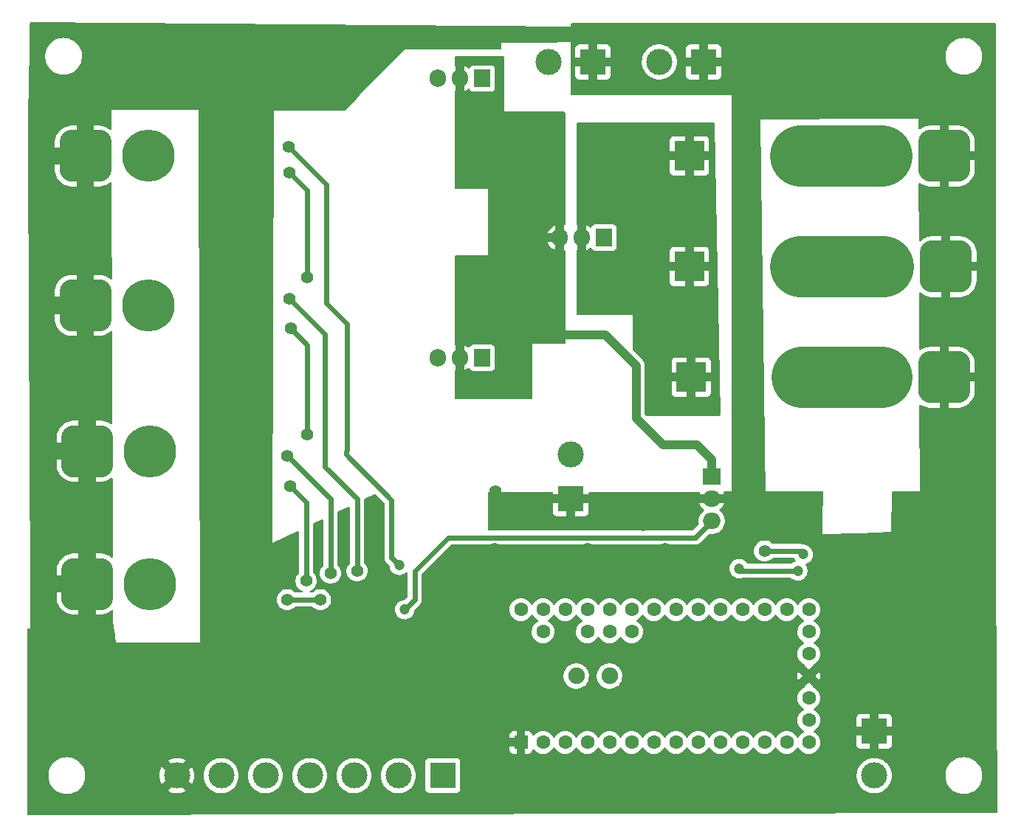
<source format=gbl>
G04 #@! TF.GenerationSoftware,KiCad,Pcbnew,6.0.9-8da3e8f707~116~ubuntu22.04.1*
G04 #@! TF.CreationDate,2022-12-04T14:53:18+01:00*
G04 #@! TF.ProjectId,robot_power,726f626f-745f-4706-9f77-65722e6b6963,rev?*
G04 #@! TF.SameCoordinates,Original*
G04 #@! TF.FileFunction,Copper,L2,Bot*
G04 #@! TF.FilePolarity,Positive*
%FSLAX46Y46*%
G04 Gerber Fmt 4.6, Leading zero omitted, Abs format (unit mm)*
G04 Created by KiCad (PCBNEW 6.0.9-8da3e8f707~116~ubuntu22.04.1) date 2022-12-04 14:53:18*
%MOMM*%
%LPD*%
G01*
G04 APERTURE LIST*
G04 Aperture macros list*
%AMRoundRect*
0 Rectangle with rounded corners*
0 $1 Rounding radius*
0 $2 $3 $4 $5 $6 $7 $8 $9 X,Y pos of 4 corners*
0 Add a 4 corners polygon primitive as box body*
4,1,4,$2,$3,$4,$5,$6,$7,$8,$9,$2,$3,0*
0 Add four circle primitives for the rounded corners*
1,1,$1+$1,$2,$3*
1,1,$1+$1,$4,$5*
1,1,$1+$1,$6,$7*
1,1,$1+$1,$8,$9*
0 Add four rect primitives between the rounded corners*
20,1,$1+$1,$2,$3,$4,$5,0*
20,1,$1+$1,$4,$5,$6,$7,0*
20,1,$1+$1,$6,$7,$8,$9,0*
20,1,$1+$1,$8,$9,$2,$3,0*%
G04 Aperture macros list end*
G04 #@! TA.AperFunction,ComponentPad*
%ADD10R,3.000000X3.000000*%
G04 #@! TD*
G04 #@! TA.AperFunction,ComponentPad*
%ADD11C,3.000000*%
G04 #@! TD*
G04 #@! TA.AperFunction,ComponentPad*
%ADD12R,1.905000X2.000000*%
G04 #@! TD*
G04 #@! TA.AperFunction,ComponentPad*
%ADD13O,1.905000X2.000000*%
G04 #@! TD*
G04 #@! TA.AperFunction,ComponentPad*
%ADD14RoundRect,1.500000X-1.500000X-1.500000X1.500000X-1.500000X1.500000X1.500000X-1.500000X1.500000X0*%
G04 #@! TD*
G04 #@! TA.AperFunction,ComponentPad*
%ADD15C,6.000000*%
G04 #@! TD*
G04 #@! TA.AperFunction,ComponentPad*
%ADD16RoundRect,1.500000X1.500000X1.500000X-1.500000X1.500000X-1.500000X-1.500000X1.500000X-1.500000X0*%
G04 #@! TD*
G04 #@! TA.AperFunction,ComponentPad*
%ADD17R,3.500000X3.500000*%
G04 #@! TD*
G04 #@! TA.AperFunction,ComponentPad*
%ADD18O,3.500000X3.500000*%
G04 #@! TD*
G04 #@! TA.AperFunction,ComponentPad*
%ADD19R,2.000000X1.905000*%
G04 #@! TD*
G04 #@! TA.AperFunction,ComponentPad*
%ADD20O,2.000000X1.905000*%
G04 #@! TD*
G04 #@! TA.AperFunction,ComponentPad*
%ADD21R,1.600000X1.600000*%
G04 #@! TD*
G04 #@! TA.AperFunction,ComponentPad*
%ADD22C,1.600000*%
G04 #@! TD*
G04 #@! TA.AperFunction,ComponentPad*
%ADD23C,1.900000*%
G04 #@! TD*
G04 #@! TA.AperFunction,ViaPad*
%ADD24C,1.200000*%
G04 #@! TD*
G04 #@! TA.AperFunction,ViaPad*
%ADD25C,1.400000*%
G04 #@! TD*
G04 #@! TA.AperFunction,Conductor*
%ADD26C,1.000000*%
G04 #@! TD*
G04 #@! TA.AperFunction,Conductor*
%ADD27C,7.000000*%
G04 #@! TD*
G04 #@! TA.AperFunction,Conductor*
%ADD28C,0.600000*%
G04 #@! TD*
G04 APERTURE END LIST*
D10*
X257683000Y-133350000D03*
D11*
X257683000Y-138430000D03*
D12*
X212725000Y-90465000D03*
D13*
X210185000Y-90465000D03*
X207645000Y-90465000D03*
D14*
X167215000Y-84455000D03*
D15*
X174415000Y-84455000D03*
D16*
X265700000Y-92710000D03*
D15*
X258500000Y-92710000D03*
D10*
X222885000Y-106680000D03*
D11*
X222885000Y-101600000D03*
D12*
X226695000Y-76685000D03*
D13*
X224155000Y-76685000D03*
X221615000Y-76685000D03*
D17*
X236490000Y-67310000D03*
D18*
X249190000Y-67310000D03*
D17*
X236490000Y-80010000D03*
D18*
X249190000Y-80010000D03*
D19*
X239055000Y-104140000D03*
D20*
X239055000Y-106680000D03*
X239055000Y-109220000D03*
D14*
X167425000Y-116437500D03*
D15*
X174625000Y-116437500D03*
D16*
X265910000Y-80010000D03*
D15*
X258710000Y-80010000D03*
D12*
X212725000Y-58420000D03*
D13*
X210185000Y-58420000D03*
X207645000Y-58420000D03*
D10*
X225425000Y-56515000D03*
D11*
X220345000Y-56515000D03*
D16*
X265700000Y-67310000D03*
D15*
X258500000Y-67310000D03*
D21*
X217170000Y-134620000D03*
D22*
X219710000Y-134620000D03*
X222250000Y-134620000D03*
X224790000Y-134620000D03*
X227330000Y-134620000D03*
X229870000Y-134620000D03*
X232410000Y-134620000D03*
X234950000Y-134620000D03*
X237490000Y-134620000D03*
X240030000Y-134620000D03*
X242570000Y-134620000D03*
X245110000Y-134620000D03*
X247650000Y-134620000D03*
X250190000Y-134620000D03*
X250190000Y-132080000D03*
X250190000Y-129540000D03*
X250190000Y-127000000D03*
X250190000Y-124460000D03*
X250190000Y-121920000D03*
X250190000Y-119380000D03*
X247650000Y-119380000D03*
X245110000Y-119380000D03*
X242570000Y-119380000D03*
X240030000Y-119380000D03*
X237490000Y-119380000D03*
X234950000Y-119380000D03*
X232410000Y-119380000D03*
X229870000Y-119380000D03*
X227330000Y-119380000D03*
X224790000Y-119380000D03*
X222250000Y-119380000D03*
X219710000Y-119380000D03*
X217170000Y-119380000D03*
X219710000Y-121920000D03*
X224790000Y-121920000D03*
X227330000Y-121920000D03*
X229870000Y-121920000D03*
D23*
X227330000Y-127000000D03*
X223520000Y-127000000D03*
D10*
X238125000Y-56515000D03*
D11*
X233045000Y-56515000D03*
D14*
X167425000Y-101197500D03*
D15*
X174625000Y-101197500D03*
D17*
X236700000Y-92710000D03*
D18*
X249400000Y-92710000D03*
D14*
X167215000Y-67310000D03*
D15*
X174415000Y-67310000D03*
D10*
X208192500Y-138430000D03*
D11*
X203112500Y-138430000D03*
X198032500Y-138430000D03*
X192952500Y-138430000D03*
X187872500Y-138430000D03*
X182792500Y-138430000D03*
X177712500Y-138430000D03*
D24*
X221234000Y-62992000D03*
X210566000Y-93980000D03*
X213614000Y-61214000D03*
X210820000Y-70104000D03*
X211074000Y-80264000D03*
X216154000Y-79756000D03*
X214884000Y-93980000D03*
X216916000Y-90424000D03*
X221234000Y-68072000D03*
X221234000Y-85852000D03*
X221234000Y-80772000D03*
X221234000Y-73406000D03*
X218440000Y-87376000D03*
X210566000Y-61214000D03*
X217170000Y-94234000D03*
X217932000Y-63246000D03*
X261620000Y-107696000D03*
D25*
X162560000Y-134620000D03*
D24*
X168148000Y-52832000D03*
D25*
X162306000Y-63246000D03*
X167894000Y-92075000D03*
D24*
X242062000Y-58166000D03*
X267462000Y-126238000D03*
D25*
X163068000Y-112141000D03*
X172720000Y-135890000D03*
X231140000Y-109728000D03*
X184912000Y-125095000D03*
X214122000Y-112395000D03*
D24*
X270256000Y-101854000D03*
X216408000Y-53340000D03*
X255524000Y-53340000D03*
X164338000Y-61468000D03*
D25*
X162560000Y-127000000D03*
X168910000Y-132080000D03*
D24*
X179070000Y-53594000D03*
X168656000Y-57912000D03*
D25*
X228092000Y-109093000D03*
D24*
X257556000Y-112014000D03*
X250444000Y-141732000D03*
D25*
X224790000Y-112395000D03*
D24*
X224028000Y-53340000D03*
D25*
X162687000Y-122809000D03*
D24*
X270764000Y-141986000D03*
D25*
X163068000Y-96647000D03*
D24*
X255270000Y-121920000D03*
X221234000Y-53340000D03*
X253746000Y-127254000D03*
D25*
X184658000Y-70739000D03*
X162306000Y-78613000D03*
D24*
X262128000Y-127762000D03*
X270510000Y-122936000D03*
D25*
X243840000Y-84201000D03*
D24*
X267462000Y-116078000D03*
D25*
X236347000Y-106807000D03*
X214249000Y-105791000D03*
X168148000Y-107442000D03*
D24*
X242062000Y-54610000D03*
D25*
X184404000Y-85725000D03*
D24*
X270764000Y-86868000D03*
X263652000Y-141732000D03*
D25*
X230124000Y-106934000D03*
X184023000Y-102997000D03*
D24*
X167640000Y-62865000D03*
D25*
X184150000Y-105791000D03*
X162560000Y-106934000D03*
X168529000Y-78359000D03*
D24*
X169545000Y-62865000D03*
X270510000Y-110998000D03*
X264668000Y-73660000D03*
X192532000Y-53340000D03*
X242570000Y-60960000D03*
D25*
X162687000Y-91694000D03*
X170180000Y-140970000D03*
D24*
X264160000Y-53340000D03*
D25*
X174879000Y-125476000D03*
X184404000Y-88392000D03*
X162560000Y-130810000D03*
X214884000Y-109474000D03*
X180467000Y-125476000D03*
D24*
X270510000Y-74168000D03*
D25*
X175641000Y-128778000D03*
X168275000Y-74549000D03*
D24*
X271018000Y-52832000D03*
X202946000Y-53340000D03*
D25*
X162306000Y-74168000D03*
X242443000Y-73787000D03*
D24*
X249936000Y-106934000D03*
X270764000Y-132842000D03*
D25*
X184658000Y-68072000D03*
D24*
X260858000Y-53340000D03*
X270764000Y-62484000D03*
D25*
X167640000Y-123825000D03*
X184277000Y-80010000D03*
D24*
X229108000Y-58166000D03*
X265176000Y-103886000D03*
D25*
X239268000Y-112141000D03*
X263603500Y-126045000D03*
D24*
X256540000Y-116840000D03*
X252730000Y-132334000D03*
D25*
X168275000Y-110363000D03*
X168275000Y-95504000D03*
X233680000Y-112395000D03*
X184785000Y-62992000D03*
X184023000Y-98425000D03*
D24*
X263906000Y-98552000D03*
X250190000Y-110236000D03*
X258064000Y-141986000D03*
D25*
X244602000Y-58420000D03*
D24*
X265176000Y-86106000D03*
D25*
X219075000Y-108585000D03*
D24*
X218694000Y-53340000D03*
D25*
X263525000Y-121920000D03*
D24*
X161544000Y-52832000D03*
D25*
X172720000Y-140970000D03*
X263525000Y-117191000D03*
D24*
X229108000Y-55118000D03*
X250952000Y-137668000D03*
X230632000Y-74168000D03*
X236728000Y-71120000D03*
X224536000Y-84074000D03*
X224536000Y-64516000D03*
X231394000Y-64516000D03*
X233172000Y-94996000D03*
X236728000Y-86868000D03*
X232410000Y-88392000D03*
X231140000Y-81280000D03*
X236728000Y-84074000D03*
X236982000Y-75184000D03*
X248920000Y-114935000D03*
X242189000Y-114681000D03*
D25*
X245110000Y-112649000D03*
D24*
X249555000Y-113030000D03*
X203835000Y-119380000D03*
D25*
X192659000Y-99314000D03*
X192659000Y-81280000D03*
X190690500Y-105219500D03*
X190754000Y-87122000D03*
X192532000Y-116078000D03*
X190627000Y-69215000D03*
X190627000Y-83693000D03*
X198374000Y-114935000D03*
D24*
X203200000Y-114300000D03*
D25*
X190500000Y-66294000D03*
X195326000Y-115189000D03*
X190373000Y-101727000D03*
X194183000Y-118237000D03*
X190373000Y-118237000D03*
D26*
X239055000Y-104140000D02*
X239055000Y-102149000D01*
X230378000Y-97409000D02*
X230378000Y-91440000D01*
X230378000Y-91440000D02*
X226822000Y-87884000D01*
X233426000Y-100457000D02*
X230378000Y-97409000D01*
X237363000Y-100457000D02*
X233426000Y-100457000D01*
X226822000Y-87884000D02*
X221107000Y-87884000D01*
X239055000Y-102149000D02*
X237363000Y-100457000D01*
D27*
X249400000Y-92710000D02*
X258500000Y-92710000D01*
X249190000Y-80010000D02*
X258710000Y-80010000D01*
X249190000Y-67310000D02*
X258500000Y-67310000D01*
D28*
X248920000Y-114935000D02*
X242443000Y-114935000D01*
X242443000Y-114935000D02*
X242189000Y-114681000D01*
X249174000Y-112649000D02*
X249555000Y-113030000D01*
X245110000Y-112649000D02*
X249174000Y-112649000D01*
X204978000Y-118237000D02*
X203835000Y-119380000D01*
X204978000Y-114935000D02*
X204978000Y-118237000D01*
X237150000Y-111125000D02*
X239055000Y-109220000D01*
X204978000Y-114935000D02*
X208788000Y-111125000D01*
X208788000Y-111125000D02*
X237150000Y-111125000D01*
X192659000Y-71247000D02*
X192659000Y-81280000D01*
X192659000Y-99314000D02*
X192659000Y-89027000D01*
X192532000Y-116078000D02*
X192532000Y-107061000D01*
X192659000Y-89027000D02*
X190754000Y-87122000D01*
X190627000Y-69215000D02*
X192659000Y-71247000D01*
X192532000Y-107061000D02*
X190690500Y-105219500D01*
X190627000Y-83693000D02*
X194691000Y-87757000D01*
X194691000Y-102997000D02*
X198374000Y-106680000D01*
X194691000Y-87757000D02*
X194691000Y-102997000D01*
X198374000Y-106680000D02*
X198374000Y-114935000D01*
X194818000Y-84201000D02*
X197231000Y-86614000D01*
X197104000Y-101600000D02*
X202311000Y-106807000D01*
X202311000Y-113411000D02*
X203200000Y-114300000D01*
X190500000Y-66294000D02*
X194818000Y-70612000D01*
X197231000Y-86614000D02*
X197231000Y-101092000D01*
X197104000Y-101219000D02*
X197104000Y-101600000D01*
X202311000Y-106807000D02*
X202311000Y-113411000D01*
X197231000Y-101092000D02*
X197104000Y-101219000D01*
X194818000Y-70612000D02*
X194818000Y-84201000D01*
X190373000Y-101727000D02*
X195326000Y-106680000D01*
X195326000Y-106680000D02*
X195326000Y-115189000D01*
X190373000Y-118237000D02*
X194183000Y-118237000D01*
G04 #@! TA.AperFunction,Conductor*
G36*
X170185334Y-62002273D02*
G01*
X170192798Y-63815865D01*
X170194250Y-64168794D01*
X170174528Y-64236997D01*
X170121065Y-64283710D01*
X170050833Y-64294103D01*
X169985671Y-64264479D01*
X169922265Y-64209458D01*
X169915176Y-64204135D01*
X169684706Y-64055323D01*
X169676926Y-64051046D01*
X169427800Y-63936197D01*
X169419489Y-63933057D01*
X169156675Y-63854459D01*
X169147993Y-63852518D01*
X168875740Y-63811586D01*
X168868860Y-63810936D01*
X168846275Y-63810049D01*
X168843788Y-63810000D01*
X168233115Y-63810000D01*
X168217876Y-63814475D01*
X168216671Y-63815865D01*
X168215000Y-63823548D01*
X168215000Y-70791885D01*
X168219475Y-70807124D01*
X168220865Y-70808329D01*
X168228548Y-70810000D01*
X168843788Y-70810000D01*
X168846275Y-70809951D01*
X168868860Y-70809064D01*
X168875740Y-70808414D01*
X169147993Y-70767482D01*
X169156675Y-70765541D01*
X169419489Y-70686943D01*
X169427800Y-70683803D01*
X169676926Y-70568954D01*
X169684706Y-70564677D01*
X169915176Y-70415865D01*
X169922266Y-70410541D01*
X170011428Y-70333170D01*
X170075988Y-70303630D01*
X170146269Y-70313684D01*
X170199958Y-70360138D01*
X170220007Y-70427813D01*
X170244616Y-76407825D01*
X170265058Y-81375239D01*
X170245336Y-81443442D01*
X170191872Y-81490155D01*
X170121641Y-81500548D01*
X170056478Y-81470923D01*
X169922266Y-81354459D01*
X169915176Y-81349135D01*
X169684706Y-81200323D01*
X169676926Y-81196046D01*
X169427800Y-81081197D01*
X169419489Y-81078057D01*
X169156675Y-80999459D01*
X169147993Y-80997518D01*
X168875740Y-80956586D01*
X168868860Y-80955936D01*
X168846275Y-80955049D01*
X168843788Y-80955000D01*
X168233115Y-80955000D01*
X168217876Y-80959475D01*
X168216671Y-80960865D01*
X168215000Y-80968548D01*
X168215000Y-87936885D01*
X168219475Y-87952124D01*
X168220865Y-87953329D01*
X168228548Y-87955000D01*
X168843788Y-87955000D01*
X168846275Y-87954951D01*
X168868860Y-87954064D01*
X168875740Y-87953414D01*
X169147993Y-87912482D01*
X169156675Y-87910541D01*
X169419489Y-87831943D01*
X169427800Y-87828803D01*
X169676926Y-87713954D01*
X169684706Y-87709677D01*
X169915176Y-87560865D01*
X169922265Y-87555542D01*
X170081733Y-87417163D01*
X170146292Y-87387624D01*
X170216574Y-87397678D01*
X170270262Y-87444133D01*
X170290312Y-87511810D01*
X170333454Y-97995332D01*
X170313732Y-98063535D01*
X170260269Y-98110248D01*
X170190037Y-98120641D01*
X170131800Y-98096609D01*
X170125176Y-98091635D01*
X169894706Y-97942823D01*
X169886926Y-97938546D01*
X169637800Y-97823697D01*
X169629489Y-97820557D01*
X169366675Y-97741959D01*
X169357993Y-97740018D01*
X169085740Y-97699086D01*
X169078860Y-97698436D01*
X169056275Y-97697549D01*
X169053788Y-97697500D01*
X168443115Y-97697500D01*
X168427876Y-97701975D01*
X168426671Y-97703365D01*
X168425000Y-97711048D01*
X168425000Y-104679385D01*
X168429475Y-104694624D01*
X168430865Y-104695829D01*
X168438548Y-104697500D01*
X169053788Y-104697500D01*
X169056275Y-104697451D01*
X169078860Y-104696564D01*
X169085740Y-104695914D01*
X169357993Y-104654982D01*
X169366675Y-104653041D01*
X169629489Y-104574443D01*
X169637800Y-104571303D01*
X169886926Y-104456454D01*
X169894706Y-104452177D01*
X170125176Y-104303365D01*
X170132265Y-104298042D01*
X170151136Y-104281667D01*
X170215697Y-104252129D01*
X170285978Y-104262184D01*
X170339666Y-104308640D01*
X170359713Y-104376313D01*
X170394945Y-112937500D01*
X170396393Y-113289476D01*
X170376671Y-113357679D01*
X170323207Y-113404392D01*
X170252976Y-113414785D01*
X170187814Y-113385161D01*
X170132265Y-113336958D01*
X170125176Y-113331635D01*
X169894706Y-113182823D01*
X169886926Y-113178546D01*
X169637800Y-113063697D01*
X169629489Y-113060557D01*
X169366675Y-112981959D01*
X169357993Y-112980018D01*
X169085740Y-112939086D01*
X169078860Y-112938436D01*
X169056275Y-112937549D01*
X169053788Y-112937500D01*
X168443115Y-112937500D01*
X168427876Y-112941975D01*
X168426671Y-112943365D01*
X168425000Y-112951048D01*
X168425000Y-119919385D01*
X168429475Y-119934624D01*
X168430865Y-119935829D01*
X168438548Y-119937500D01*
X169053788Y-119937500D01*
X169056275Y-119937451D01*
X169078860Y-119936564D01*
X169085740Y-119935914D01*
X169357993Y-119894982D01*
X169366675Y-119893041D01*
X169629489Y-119814443D01*
X169637800Y-119811303D01*
X169886926Y-119696454D01*
X169894706Y-119692177D01*
X170125176Y-119543365D01*
X170132265Y-119538042D01*
X170213628Y-119467439D01*
X170278188Y-119437900D01*
X170348469Y-119447954D01*
X170402157Y-119494409D01*
X170422206Y-119562084D01*
X170434000Y-122428000D01*
X160909000Y-122428000D01*
X160905285Y-121525324D01*
X160905286Y-121525321D01*
X160891051Y-118066288D01*
X163925000Y-118066288D01*
X163925049Y-118068775D01*
X163925936Y-118091360D01*
X163926586Y-118098240D01*
X163967518Y-118370493D01*
X163969459Y-118379175D01*
X164048057Y-118641989D01*
X164051197Y-118650300D01*
X164166046Y-118899426D01*
X164170323Y-118907206D01*
X164319135Y-119137676D01*
X164324459Y-119144766D01*
X164504261Y-119351969D01*
X164510531Y-119358239D01*
X164717734Y-119538041D01*
X164724824Y-119543365D01*
X164955294Y-119692177D01*
X164963074Y-119696454D01*
X165212200Y-119811303D01*
X165220511Y-119814443D01*
X165483325Y-119893041D01*
X165492007Y-119894982D01*
X165764260Y-119935914D01*
X165771140Y-119936564D01*
X165793725Y-119937451D01*
X165796212Y-119937500D01*
X166406885Y-119937500D01*
X166422124Y-119933025D01*
X166423329Y-119931635D01*
X166425000Y-119923952D01*
X166425000Y-117455615D01*
X166420525Y-117440376D01*
X166419135Y-117439171D01*
X166411452Y-117437500D01*
X163943115Y-117437500D01*
X163927876Y-117441975D01*
X163926671Y-117443365D01*
X163925000Y-117451048D01*
X163925000Y-118066288D01*
X160891051Y-118066288D01*
X160880159Y-115419385D01*
X163925000Y-115419385D01*
X163929475Y-115434624D01*
X163930865Y-115435829D01*
X163938548Y-115437500D01*
X166406885Y-115437500D01*
X166422124Y-115433025D01*
X166423329Y-115431635D01*
X166425000Y-115423952D01*
X166425000Y-112955615D01*
X166420525Y-112940376D01*
X166419135Y-112939171D01*
X166411452Y-112937500D01*
X165796212Y-112937500D01*
X165793725Y-112937549D01*
X165771140Y-112938436D01*
X165764260Y-112939086D01*
X165492007Y-112980018D01*
X165483325Y-112981959D01*
X165220511Y-113060557D01*
X165212200Y-113063697D01*
X164963074Y-113178546D01*
X164955294Y-113182823D01*
X164724824Y-113331635D01*
X164717734Y-113336959D01*
X164510531Y-113516761D01*
X164504261Y-113523031D01*
X164324459Y-113730234D01*
X164319135Y-113737324D01*
X164170323Y-113967794D01*
X164166046Y-113975574D01*
X164051197Y-114224700D01*
X164048057Y-114233011D01*
X163969459Y-114495825D01*
X163967518Y-114504507D01*
X163926586Y-114776760D01*
X163925936Y-114783640D01*
X163925049Y-114806225D01*
X163925000Y-114808712D01*
X163925000Y-115419385D01*
X160880159Y-115419385D01*
X160828336Y-102826288D01*
X163925000Y-102826288D01*
X163925049Y-102828775D01*
X163925936Y-102851360D01*
X163926586Y-102858240D01*
X163967518Y-103130493D01*
X163969459Y-103139175D01*
X164048057Y-103401989D01*
X164051197Y-103410300D01*
X164166046Y-103659426D01*
X164170323Y-103667206D01*
X164319135Y-103897676D01*
X164324459Y-103904766D01*
X164504261Y-104111969D01*
X164510531Y-104118239D01*
X164717734Y-104298041D01*
X164724824Y-104303365D01*
X164955294Y-104452177D01*
X164963074Y-104456454D01*
X165212200Y-104571303D01*
X165220511Y-104574443D01*
X165483325Y-104653041D01*
X165492007Y-104654982D01*
X165764260Y-104695914D01*
X165771140Y-104696564D01*
X165793725Y-104697451D01*
X165796212Y-104697500D01*
X166406885Y-104697500D01*
X166422124Y-104693025D01*
X166423329Y-104691635D01*
X166425000Y-104683952D01*
X166425000Y-102215615D01*
X166420525Y-102200376D01*
X166419135Y-102199171D01*
X166411452Y-102197500D01*
X163943115Y-102197500D01*
X163927876Y-102201975D01*
X163926671Y-102203365D01*
X163925000Y-102211048D01*
X163925000Y-102826288D01*
X160828336Y-102826288D01*
X160817443Y-100179385D01*
X163925000Y-100179385D01*
X163929475Y-100194624D01*
X163930865Y-100195829D01*
X163938548Y-100197500D01*
X166406885Y-100197500D01*
X166422124Y-100193025D01*
X166423329Y-100191635D01*
X166425000Y-100183952D01*
X166425000Y-97715615D01*
X166420525Y-97700376D01*
X166419135Y-97699171D01*
X166411452Y-97697500D01*
X165796212Y-97697500D01*
X165793725Y-97697549D01*
X165771140Y-97698436D01*
X165764260Y-97699086D01*
X165492007Y-97740018D01*
X165483325Y-97741959D01*
X165220511Y-97820557D01*
X165212200Y-97823697D01*
X164963074Y-97938546D01*
X164955294Y-97942823D01*
X164724824Y-98091635D01*
X164717734Y-98096959D01*
X164510531Y-98276761D01*
X164504261Y-98283031D01*
X164324459Y-98490234D01*
X164319135Y-98497324D01*
X164170323Y-98727794D01*
X164166046Y-98735574D01*
X164051197Y-98984700D01*
X164048057Y-98993011D01*
X163969459Y-99255825D01*
X163967518Y-99264507D01*
X163926586Y-99536760D01*
X163925936Y-99543640D01*
X163925049Y-99566225D01*
X163925000Y-99568712D01*
X163925000Y-100179385D01*
X160817443Y-100179385D01*
X160759437Y-86083788D01*
X163715000Y-86083788D01*
X163715049Y-86086275D01*
X163715936Y-86108860D01*
X163716586Y-86115740D01*
X163757518Y-86387993D01*
X163759459Y-86396675D01*
X163838057Y-86659489D01*
X163841197Y-86667800D01*
X163956046Y-86916926D01*
X163960323Y-86924706D01*
X164109135Y-87155176D01*
X164114459Y-87162266D01*
X164294261Y-87369469D01*
X164300531Y-87375739D01*
X164507734Y-87555541D01*
X164514824Y-87560865D01*
X164745294Y-87709677D01*
X164753074Y-87713954D01*
X165002200Y-87828803D01*
X165010511Y-87831943D01*
X165273325Y-87910541D01*
X165282007Y-87912482D01*
X165554260Y-87953414D01*
X165561140Y-87954064D01*
X165583725Y-87954951D01*
X165586212Y-87955000D01*
X166196885Y-87955000D01*
X166212124Y-87950525D01*
X166213329Y-87949135D01*
X166215000Y-87941452D01*
X166215000Y-85473115D01*
X166210525Y-85457876D01*
X166209135Y-85456671D01*
X166201452Y-85455000D01*
X163733115Y-85455000D01*
X163717876Y-85459475D01*
X163716671Y-85460865D01*
X163715000Y-85468548D01*
X163715000Y-86083788D01*
X160759437Y-86083788D01*
X160748544Y-83436885D01*
X163715000Y-83436885D01*
X163719475Y-83452124D01*
X163720865Y-83453329D01*
X163728548Y-83455000D01*
X166196885Y-83455000D01*
X166212124Y-83450525D01*
X166213329Y-83449135D01*
X166215000Y-83441452D01*
X166215000Y-80973115D01*
X166210525Y-80957876D01*
X166209135Y-80956671D01*
X166201452Y-80955000D01*
X165586212Y-80955000D01*
X165583725Y-80955049D01*
X165561140Y-80955936D01*
X165554260Y-80956586D01*
X165282007Y-80997518D01*
X165273325Y-80999459D01*
X165010511Y-81078057D01*
X165002200Y-81081197D01*
X164753074Y-81196046D01*
X164745294Y-81200323D01*
X164514824Y-81349135D01*
X164507734Y-81354459D01*
X164300531Y-81534261D01*
X164294261Y-81540531D01*
X164114459Y-81747734D01*
X164109135Y-81754824D01*
X163960323Y-81985294D01*
X163956046Y-81993074D01*
X163841197Y-82242200D01*
X163838057Y-82250511D01*
X163759459Y-82513325D01*
X163757518Y-82522007D01*
X163716586Y-82794260D01*
X163715936Y-82801140D01*
X163715049Y-82823725D01*
X163715000Y-82826212D01*
X163715000Y-83436885D01*
X160748544Y-83436885D01*
X160688881Y-68938788D01*
X163715000Y-68938788D01*
X163715049Y-68941275D01*
X163715936Y-68963860D01*
X163716586Y-68970740D01*
X163757518Y-69242993D01*
X163759459Y-69251675D01*
X163838057Y-69514489D01*
X163841197Y-69522800D01*
X163956046Y-69771926D01*
X163960323Y-69779706D01*
X164109135Y-70010176D01*
X164114459Y-70017266D01*
X164294261Y-70224469D01*
X164300531Y-70230739D01*
X164507734Y-70410541D01*
X164514824Y-70415865D01*
X164745294Y-70564677D01*
X164753074Y-70568954D01*
X165002200Y-70683803D01*
X165010511Y-70686943D01*
X165273325Y-70765541D01*
X165282007Y-70767482D01*
X165554260Y-70808414D01*
X165561140Y-70809064D01*
X165583725Y-70809951D01*
X165586212Y-70810000D01*
X166196885Y-70810000D01*
X166212124Y-70805525D01*
X166213329Y-70804135D01*
X166215000Y-70796452D01*
X166215000Y-68328115D01*
X166210525Y-68312876D01*
X166209135Y-68311671D01*
X166201452Y-68310000D01*
X163733115Y-68310000D01*
X163717876Y-68314475D01*
X163716671Y-68315865D01*
X163715000Y-68323548D01*
X163715000Y-68938788D01*
X160688881Y-68938788D01*
X160677988Y-66291885D01*
X163715000Y-66291885D01*
X163719475Y-66307124D01*
X163720865Y-66308329D01*
X163728548Y-66310000D01*
X166196885Y-66310000D01*
X166212124Y-66305525D01*
X166213329Y-66304135D01*
X166215000Y-66296452D01*
X166215000Y-63828115D01*
X166210525Y-63812876D01*
X166209135Y-63811671D01*
X166201452Y-63810000D01*
X165586212Y-63810000D01*
X165583725Y-63810049D01*
X165561140Y-63810936D01*
X165554260Y-63811586D01*
X165282007Y-63852518D01*
X165273325Y-63854459D01*
X165010511Y-63933057D01*
X165002200Y-63936197D01*
X164753074Y-64051046D01*
X164745294Y-64055323D01*
X164514824Y-64204135D01*
X164507734Y-64209459D01*
X164300531Y-64389261D01*
X164294261Y-64395531D01*
X164114459Y-64602734D01*
X164109135Y-64609824D01*
X163960323Y-64840294D01*
X163956046Y-64848074D01*
X163841197Y-65097200D01*
X163838057Y-65105511D01*
X163759459Y-65368325D01*
X163757518Y-65377007D01*
X163716586Y-65649260D01*
X163715936Y-65656140D01*
X163715049Y-65678725D01*
X163715000Y-65681212D01*
X163715000Y-66291885D01*
X160677988Y-66291885D01*
X160655452Y-60815732D01*
X160675174Y-60747529D01*
X160701389Y-60724623D01*
X160717527Y-60706000D01*
X170180000Y-60706000D01*
X170185334Y-62002273D01*
G37*
G04 #@! TD.AperFunction*
G04 #@! TA.AperFunction,Conductor*
G36*
X239339476Y-63520002D02*
G01*
X239385969Y-63573658D01*
X239397332Y-63623621D01*
X240027578Y-97026623D01*
X240008864Y-97095109D01*
X239956095Y-97142606D01*
X239901600Y-97155000D01*
X231602424Y-97155000D01*
X231534303Y-97134998D01*
X231513329Y-97118095D01*
X231423405Y-97028171D01*
X231389379Y-96965859D01*
X231386500Y-96939076D01*
X231386500Y-94504669D01*
X234442001Y-94504669D01*
X234442371Y-94511490D01*
X234447895Y-94562352D01*
X234451521Y-94577604D01*
X234496676Y-94698054D01*
X234505214Y-94713649D01*
X234581715Y-94815724D01*
X234594276Y-94828285D01*
X234696351Y-94904786D01*
X234711946Y-94913324D01*
X234832394Y-94958478D01*
X234847649Y-94962105D01*
X234898514Y-94967631D01*
X234905328Y-94968000D01*
X236181885Y-94968000D01*
X236197124Y-94963525D01*
X236198329Y-94962135D01*
X236200000Y-94954452D01*
X236200000Y-94949884D01*
X237200000Y-94949884D01*
X237204475Y-94965123D01*
X237205865Y-94966328D01*
X237213548Y-94967999D01*
X238494669Y-94967999D01*
X238501490Y-94967629D01*
X238552352Y-94962105D01*
X238567604Y-94958479D01*
X238688054Y-94913324D01*
X238703649Y-94904786D01*
X238805724Y-94828285D01*
X238818285Y-94815724D01*
X238894786Y-94713649D01*
X238903324Y-94698054D01*
X238948478Y-94577606D01*
X238952105Y-94562351D01*
X238957631Y-94511486D01*
X238958000Y-94504672D01*
X238958000Y-93228115D01*
X238953525Y-93212876D01*
X238952135Y-93211671D01*
X238944452Y-93210000D01*
X237218115Y-93210000D01*
X237202876Y-93214475D01*
X237201671Y-93215865D01*
X237200000Y-93223548D01*
X237200000Y-94949884D01*
X236200000Y-94949884D01*
X236200000Y-93228115D01*
X236195525Y-93212876D01*
X236194135Y-93211671D01*
X236186452Y-93210000D01*
X234460116Y-93210000D01*
X234444877Y-93214475D01*
X234443672Y-93215865D01*
X234442001Y-93223548D01*
X234442001Y-94504669D01*
X231386500Y-94504669D01*
X231386500Y-92191885D01*
X234442000Y-92191885D01*
X234446475Y-92207124D01*
X234447865Y-92208329D01*
X234455548Y-92210000D01*
X236181885Y-92210000D01*
X236197124Y-92205525D01*
X236198329Y-92204135D01*
X236200000Y-92196452D01*
X236200000Y-92191885D01*
X237200000Y-92191885D01*
X237204475Y-92207124D01*
X237205865Y-92208329D01*
X237213548Y-92210000D01*
X238939884Y-92210000D01*
X238955123Y-92205525D01*
X238956328Y-92204135D01*
X238957999Y-92196452D01*
X238957999Y-90915331D01*
X238957629Y-90908510D01*
X238952105Y-90857648D01*
X238948479Y-90842396D01*
X238903324Y-90721946D01*
X238894786Y-90706351D01*
X238818285Y-90604276D01*
X238805724Y-90591715D01*
X238703649Y-90515214D01*
X238688054Y-90506676D01*
X238567606Y-90461522D01*
X238552351Y-90457895D01*
X238501486Y-90452369D01*
X238494672Y-90452000D01*
X237218115Y-90452000D01*
X237202876Y-90456475D01*
X237201671Y-90457865D01*
X237200000Y-90465548D01*
X237200000Y-92191885D01*
X236200000Y-92191885D01*
X236200000Y-90470116D01*
X236195525Y-90454877D01*
X236194135Y-90453672D01*
X236186452Y-90452001D01*
X234905331Y-90452001D01*
X234898510Y-90452371D01*
X234847648Y-90457895D01*
X234832396Y-90461521D01*
X234711946Y-90506676D01*
X234696351Y-90515214D01*
X234594276Y-90591715D01*
X234581715Y-90604276D01*
X234505214Y-90706351D01*
X234496676Y-90721946D01*
X234451522Y-90842394D01*
X234447895Y-90857649D01*
X234442369Y-90908514D01*
X234442000Y-90915328D01*
X234442000Y-92191885D01*
X231386500Y-92191885D01*
X231386500Y-91501840D01*
X231387237Y-91488232D01*
X231390659Y-91456736D01*
X231390659Y-91456732D01*
X231391324Y-91450611D01*
X231386950Y-91400609D01*
X231386621Y-91395784D01*
X231386500Y-91393313D01*
X231386500Y-91390231D01*
X231382309Y-91347489D01*
X231382187Y-91346174D01*
X231374623Y-91259719D01*
X231374087Y-91253587D01*
X231372600Y-91248468D01*
X231372080Y-91243167D01*
X231345218Y-91154194D01*
X231344862Y-91152994D01*
X231329761Y-91101017D01*
X231318909Y-91063663D01*
X231316455Y-91058929D01*
X231314916Y-91053831D01*
X231271316Y-90971831D01*
X231270702Y-90970663D01*
X231230726Y-90893541D01*
X231230725Y-90893540D01*
X231227892Y-90888074D01*
X231224569Y-90883911D01*
X231222066Y-90879204D01*
X231163263Y-90807105D01*
X231162500Y-90806160D01*
X231131261Y-90767027D01*
X231128770Y-90764536D01*
X231128120Y-90763809D01*
X231124408Y-90759463D01*
X231100955Y-90730708D01*
X231097065Y-90725938D01*
X231092323Y-90722015D01*
X231092321Y-90722013D01*
X231061727Y-90696703D01*
X231052947Y-90688713D01*
X230033905Y-89669671D01*
X229999879Y-89607359D01*
X229997000Y-89580576D01*
X229997000Y-85598000D01*
X223646000Y-85598000D01*
X223577879Y-85577998D01*
X223531386Y-85524342D01*
X223520000Y-85472000D01*
X223520000Y-81804669D01*
X234232001Y-81804669D01*
X234232371Y-81811490D01*
X234237895Y-81862352D01*
X234241521Y-81877604D01*
X234286676Y-81998054D01*
X234295214Y-82013649D01*
X234371715Y-82115724D01*
X234384276Y-82128285D01*
X234486351Y-82204786D01*
X234501946Y-82213324D01*
X234622394Y-82258478D01*
X234637649Y-82262105D01*
X234688514Y-82267631D01*
X234695328Y-82268000D01*
X235971885Y-82268000D01*
X235987124Y-82263525D01*
X235988329Y-82262135D01*
X235990000Y-82254452D01*
X235990000Y-82249884D01*
X236990000Y-82249884D01*
X236994475Y-82265123D01*
X236995865Y-82266328D01*
X237003548Y-82267999D01*
X238284669Y-82267999D01*
X238291490Y-82267629D01*
X238342352Y-82262105D01*
X238357604Y-82258479D01*
X238478054Y-82213324D01*
X238493649Y-82204786D01*
X238595724Y-82128285D01*
X238608285Y-82115724D01*
X238684786Y-82013649D01*
X238693324Y-81998054D01*
X238738478Y-81877606D01*
X238742105Y-81862351D01*
X238747631Y-81811486D01*
X238748000Y-81804672D01*
X238748000Y-80528115D01*
X238743525Y-80512876D01*
X238742135Y-80511671D01*
X238734452Y-80510000D01*
X237008115Y-80510000D01*
X236992876Y-80514475D01*
X236991671Y-80515865D01*
X236990000Y-80523548D01*
X236990000Y-82249884D01*
X235990000Y-82249884D01*
X235990000Y-80528115D01*
X235985525Y-80512876D01*
X235984135Y-80511671D01*
X235976452Y-80510000D01*
X234250116Y-80510000D01*
X234234877Y-80514475D01*
X234233672Y-80515865D01*
X234232001Y-80523548D01*
X234232001Y-81804669D01*
X223520000Y-81804669D01*
X223520000Y-79491885D01*
X234232000Y-79491885D01*
X234236475Y-79507124D01*
X234237865Y-79508329D01*
X234245548Y-79510000D01*
X235971885Y-79510000D01*
X235987124Y-79505525D01*
X235988329Y-79504135D01*
X235990000Y-79496452D01*
X235990000Y-79491885D01*
X236990000Y-79491885D01*
X236994475Y-79507124D01*
X236995865Y-79508329D01*
X237003548Y-79510000D01*
X238729884Y-79510000D01*
X238745123Y-79505525D01*
X238746328Y-79504135D01*
X238747999Y-79496452D01*
X238747999Y-78215331D01*
X238747629Y-78208510D01*
X238742105Y-78157648D01*
X238738479Y-78142396D01*
X238693324Y-78021946D01*
X238684786Y-78006351D01*
X238608285Y-77904276D01*
X238595724Y-77891715D01*
X238493649Y-77815214D01*
X238478054Y-77806676D01*
X238357606Y-77761522D01*
X238342351Y-77757895D01*
X238291486Y-77752369D01*
X238284672Y-77752000D01*
X237008115Y-77752000D01*
X236992876Y-77756475D01*
X236991671Y-77757865D01*
X236990000Y-77765548D01*
X236990000Y-79491885D01*
X235990000Y-79491885D01*
X235990000Y-77770116D01*
X235985525Y-77754877D01*
X235984135Y-77753672D01*
X235976452Y-77752001D01*
X234695331Y-77752001D01*
X234688510Y-77752371D01*
X234637648Y-77757895D01*
X234622396Y-77761521D01*
X234501946Y-77806676D01*
X234486351Y-77815214D01*
X234384276Y-77891715D01*
X234371715Y-77904276D01*
X234295214Y-78006351D01*
X234286676Y-78021946D01*
X234241522Y-78142394D01*
X234237895Y-78157649D01*
X234232369Y-78208514D01*
X234232000Y-78215328D01*
X234232000Y-79491885D01*
X223520000Y-79491885D01*
X223520000Y-78225476D01*
X223540002Y-78157355D01*
X223593658Y-78110862D01*
X223651878Y-78099857D01*
X223655000Y-78093905D01*
X223655000Y-78087575D01*
X224655000Y-78087575D01*
X224658973Y-78101106D01*
X224665955Y-78102110D01*
X224717988Y-78085102D01*
X224727497Y-78081105D01*
X224931344Y-77974989D01*
X224940061Y-77969500D01*
X225091099Y-77856098D01*
X225157584Y-77831193D01*
X225226980Y-77846186D01*
X225277253Y-77896316D01*
X225284732Y-77912625D01*
X225291885Y-77931705D01*
X225379239Y-78048261D01*
X225495795Y-78135615D01*
X225632184Y-78186745D01*
X225694366Y-78193500D01*
X227695634Y-78193500D01*
X227757816Y-78186745D01*
X227894205Y-78135615D01*
X228010761Y-78048261D01*
X228098115Y-77931705D01*
X228149245Y-77795316D01*
X228156000Y-77733134D01*
X228156000Y-75636866D01*
X228149245Y-75574684D01*
X228098115Y-75438295D01*
X228010761Y-75321739D01*
X227894205Y-75234385D01*
X227757816Y-75183255D01*
X227695634Y-75176500D01*
X225694366Y-75176500D01*
X225632184Y-75183255D01*
X225495795Y-75234385D01*
X225379239Y-75321739D01*
X225291885Y-75438295D01*
X225288734Y-75446701D01*
X225284242Y-75458683D01*
X225241599Y-75515447D01*
X225175038Y-75540146D01*
X225105689Y-75524938D01*
X225088168Y-75513334D01*
X224970056Y-75420055D01*
X224961469Y-75414350D01*
X224760275Y-75303284D01*
X224750866Y-75299056D01*
X224672076Y-75271155D01*
X224657996Y-75270383D01*
X224655000Y-75276095D01*
X224655000Y-78087575D01*
X223655000Y-78087575D01*
X223655000Y-75282425D01*
X223651027Y-75268894D01*
X223628068Y-75265593D01*
X223563487Y-75236100D01*
X223525104Y-75176374D01*
X223520000Y-75140876D01*
X223520000Y-69104669D01*
X234232001Y-69104669D01*
X234232371Y-69111490D01*
X234237895Y-69162352D01*
X234241521Y-69177604D01*
X234286676Y-69298054D01*
X234295214Y-69313649D01*
X234371715Y-69415724D01*
X234384276Y-69428285D01*
X234486351Y-69504786D01*
X234501946Y-69513324D01*
X234622394Y-69558478D01*
X234637649Y-69562105D01*
X234688514Y-69567631D01*
X234695328Y-69568000D01*
X235971885Y-69568000D01*
X235987124Y-69563525D01*
X235988329Y-69562135D01*
X235990000Y-69554452D01*
X235990000Y-69549884D01*
X236990000Y-69549884D01*
X236994475Y-69565123D01*
X236995865Y-69566328D01*
X237003548Y-69567999D01*
X238284669Y-69567999D01*
X238291490Y-69567629D01*
X238342352Y-69562105D01*
X238357604Y-69558479D01*
X238478054Y-69513324D01*
X238493649Y-69504786D01*
X238595724Y-69428285D01*
X238608285Y-69415724D01*
X238684786Y-69313649D01*
X238693324Y-69298054D01*
X238738478Y-69177606D01*
X238742105Y-69162351D01*
X238747631Y-69111486D01*
X238748000Y-69104672D01*
X238748000Y-67828115D01*
X238743525Y-67812876D01*
X238742135Y-67811671D01*
X238734452Y-67810000D01*
X237008115Y-67810000D01*
X236992876Y-67814475D01*
X236991671Y-67815865D01*
X236990000Y-67823548D01*
X236990000Y-69549884D01*
X235990000Y-69549884D01*
X235990000Y-67828115D01*
X235985525Y-67812876D01*
X235984135Y-67811671D01*
X235976452Y-67810000D01*
X234250116Y-67810000D01*
X234234877Y-67814475D01*
X234233672Y-67815865D01*
X234232001Y-67823548D01*
X234232001Y-69104669D01*
X223520000Y-69104669D01*
X223520000Y-66791885D01*
X234232000Y-66791885D01*
X234236475Y-66807124D01*
X234237865Y-66808329D01*
X234245548Y-66810000D01*
X235971885Y-66810000D01*
X235987124Y-66805525D01*
X235988329Y-66804135D01*
X235990000Y-66796452D01*
X235990000Y-66791885D01*
X236990000Y-66791885D01*
X236994475Y-66807124D01*
X236995865Y-66808329D01*
X237003548Y-66810000D01*
X238729884Y-66810000D01*
X238745123Y-66805525D01*
X238746328Y-66804135D01*
X238747999Y-66796452D01*
X238747999Y-65515331D01*
X238747629Y-65508510D01*
X238742105Y-65457648D01*
X238738479Y-65442396D01*
X238693324Y-65321946D01*
X238684786Y-65306351D01*
X238608285Y-65204276D01*
X238595724Y-65191715D01*
X238493649Y-65115214D01*
X238478054Y-65106676D01*
X238357606Y-65061522D01*
X238342351Y-65057895D01*
X238291486Y-65052369D01*
X238284672Y-65052000D01*
X237008115Y-65052000D01*
X236992876Y-65056475D01*
X236991671Y-65057865D01*
X236990000Y-65065548D01*
X236990000Y-66791885D01*
X235990000Y-66791885D01*
X235990000Y-65070116D01*
X235985525Y-65054877D01*
X235984135Y-65053672D01*
X235976452Y-65052001D01*
X234695331Y-65052001D01*
X234688510Y-65052371D01*
X234637648Y-65057895D01*
X234622396Y-65061521D01*
X234501946Y-65106676D01*
X234486351Y-65115214D01*
X234384276Y-65191715D01*
X234371715Y-65204276D01*
X234295214Y-65306351D01*
X234286676Y-65321946D01*
X234241522Y-65442394D01*
X234237895Y-65457649D01*
X234232369Y-65508514D01*
X234232000Y-65515328D01*
X234232000Y-66791885D01*
X223520000Y-66791885D01*
X223520000Y-63626000D01*
X223540002Y-63557879D01*
X223593658Y-63511386D01*
X223646000Y-63500000D01*
X239271355Y-63500000D01*
X239339476Y-63520002D01*
G37*
G04 #@! TD.AperFunction*
G04 #@! TA.AperFunction,Conductor*
G36*
X271653000Y-114046000D02*
G01*
X271779441Y-142621730D01*
X271759740Y-142689939D01*
X271706291Y-142736669D01*
X271653730Y-142748288D01*
X160747000Y-143001500D01*
X160654500Y-143001500D01*
X160586379Y-142981498D01*
X160539886Y-142927842D01*
X160528500Y-142875500D01*
X160528500Y-138562703D01*
X162990743Y-138562703D01*
X162991302Y-138566947D01*
X162991302Y-138566951D01*
X163007810Y-138692340D01*
X163028268Y-138847734D01*
X163104129Y-139125036D01*
X163216923Y-139389476D01*
X163364561Y-139636161D01*
X163544313Y-139860528D01*
X163613405Y-139926094D01*
X163725492Y-140032460D01*
X163752851Y-140058423D01*
X163986317Y-140226186D01*
X163990112Y-140228195D01*
X163990113Y-140228196D01*
X164011869Y-140239715D01*
X164240392Y-140360712D01*
X164335067Y-140395358D01*
X164458243Y-140440434D01*
X164510373Y-140459511D01*
X164791264Y-140520755D01*
X164819841Y-140523004D01*
X165014282Y-140538307D01*
X165014291Y-140538307D01*
X165016739Y-140538500D01*
X165172271Y-140538500D01*
X165174407Y-140538354D01*
X165174418Y-140538354D01*
X165382548Y-140524165D01*
X165382554Y-140524164D01*
X165386825Y-140523873D01*
X165391020Y-140523004D01*
X165391022Y-140523004D01*
X165527583Y-140494724D01*
X165668342Y-140465574D01*
X165939343Y-140369607D01*
X166194812Y-140237750D01*
X166198313Y-140235289D01*
X166198317Y-140235287D01*
X166307142Y-140158803D01*
X176696424Y-140158803D01*
X176702392Y-140166775D01*
X176757762Y-140201509D01*
X176765316Y-140205560D01*
X177007020Y-140314694D01*
X177015051Y-140317680D01*
X177269332Y-140393002D01*
X177277684Y-140394869D01*
X177539840Y-140434984D01*
X177548374Y-140435700D01*
X177813545Y-140439867D01*
X177822096Y-140439418D01*
X178085383Y-140407557D01*
X178093784Y-140405955D01*
X178350324Y-140338653D01*
X178358426Y-140335926D01*
X178603449Y-140234434D01*
X178611117Y-140230628D01*
X178718496Y-140167881D01*
X178728172Y-140157626D01*
X178724854Y-140149461D01*
X177725312Y-139149919D01*
X177711368Y-139142305D01*
X177709535Y-139142436D01*
X177702920Y-139146687D01*
X176703184Y-140146423D01*
X176696424Y-140158803D01*
X166307142Y-140158803D01*
X166324757Y-140146423D01*
X166430023Y-140072441D01*
X166590830Y-139923010D01*
X166637479Y-139879661D01*
X166637481Y-139879658D01*
X166640622Y-139876740D01*
X166822713Y-139654268D01*
X166972927Y-139409142D01*
X167088483Y-139145898D01*
X167167244Y-138869406D01*
X167207751Y-138584784D01*
X167207845Y-138566951D01*
X167208650Y-138413204D01*
X175700165Y-138413204D01*
X175715432Y-138677969D01*
X175716505Y-138686470D01*
X175767565Y-138946722D01*
X175769776Y-138954974D01*
X175855684Y-139205894D01*
X175858999Y-139213779D01*
X175974665Y-139443755D01*
X175980399Y-139448415D01*
X175994119Y-139441274D01*
X176992581Y-138442812D01*
X176998959Y-138431132D01*
X178424805Y-138431132D01*
X178424936Y-138432965D01*
X178429187Y-138439580D01*
X179429389Y-139439782D01*
X179441769Y-139446542D01*
X179448033Y-139441853D01*
X179540462Y-139271620D01*
X179544030Y-139263827D01*
X179637771Y-139015750D01*
X179640248Y-139007544D01*
X179699454Y-138749038D01*
X179700794Y-138740577D01*
X179724531Y-138474616D01*
X179724777Y-138469677D01*
X179725166Y-138432485D01*
X179725023Y-138427519D01*
X179723755Y-138408918D01*
X180779417Y-138408918D01*
X180795182Y-138682320D01*
X180796007Y-138686525D01*
X180796008Y-138686533D01*
X180806611Y-138740577D01*
X180847905Y-138951053D01*
X180849292Y-138955103D01*
X180849293Y-138955108D01*
X180915962Y-139149830D01*
X180936612Y-139210144D01*
X180938539Y-139213975D01*
X181052858Y-139441274D01*
X181059660Y-139454799D01*
X181062086Y-139458328D01*
X181062089Y-139458334D01*
X181181777Y-139632479D01*
X181214774Y-139680490D01*
X181399082Y-139883043D01*
X181609175Y-140058707D01*
X181612816Y-140060991D01*
X181837524Y-140201951D01*
X181837528Y-140201953D01*
X181841164Y-140204234D01*
X181965961Y-140260582D01*
X182086845Y-140315164D01*
X182086849Y-140315166D01*
X182090757Y-140316930D01*
X182094877Y-140318150D01*
X182094876Y-140318150D01*
X182349223Y-140393491D01*
X182349227Y-140393492D01*
X182353336Y-140394709D01*
X182357570Y-140395357D01*
X182357575Y-140395358D01*
X182619798Y-140435483D01*
X182619800Y-140435483D01*
X182624040Y-140436132D01*
X182763412Y-140438322D01*
X182893571Y-140440367D01*
X182893577Y-140440367D01*
X182897862Y-140440434D01*
X183169735Y-140407534D01*
X183434627Y-140338041D01*
X183438587Y-140336401D01*
X183438592Y-140336399D01*
X183676750Y-140237750D01*
X183687636Y-140233241D01*
X183924082Y-140095073D01*
X184139589Y-139926094D01*
X184181309Y-139883043D01*
X184327186Y-139732509D01*
X184330169Y-139729431D01*
X184332702Y-139725983D01*
X184332706Y-139725978D01*
X184489757Y-139512178D01*
X184492295Y-139508723D01*
X184519654Y-139458334D01*
X184620918Y-139271830D01*
X184620919Y-139271828D01*
X184622968Y-139268054D01*
X184719769Y-139011877D01*
X184780907Y-138744933D01*
X184786884Y-138677969D01*
X184805031Y-138474627D01*
X184805032Y-138474616D01*
X184805251Y-138472161D01*
X184805693Y-138430000D01*
X184804256Y-138408918D01*
X185859417Y-138408918D01*
X185875182Y-138682320D01*
X185876007Y-138686525D01*
X185876008Y-138686533D01*
X185886611Y-138740577D01*
X185927905Y-138951053D01*
X185929292Y-138955103D01*
X185929293Y-138955108D01*
X185995962Y-139149830D01*
X186016612Y-139210144D01*
X186018539Y-139213975D01*
X186132858Y-139441274D01*
X186139660Y-139454799D01*
X186142086Y-139458328D01*
X186142089Y-139458334D01*
X186261777Y-139632479D01*
X186294774Y-139680490D01*
X186479082Y-139883043D01*
X186689175Y-140058707D01*
X186692816Y-140060991D01*
X186917524Y-140201951D01*
X186917528Y-140201953D01*
X186921164Y-140204234D01*
X187045961Y-140260582D01*
X187166845Y-140315164D01*
X187166849Y-140315166D01*
X187170757Y-140316930D01*
X187174877Y-140318150D01*
X187174876Y-140318150D01*
X187429223Y-140393491D01*
X187429227Y-140393492D01*
X187433336Y-140394709D01*
X187437570Y-140395357D01*
X187437575Y-140395358D01*
X187699798Y-140435483D01*
X187699800Y-140435483D01*
X187704040Y-140436132D01*
X187843412Y-140438322D01*
X187973571Y-140440367D01*
X187973577Y-140440367D01*
X187977862Y-140440434D01*
X188249735Y-140407534D01*
X188514627Y-140338041D01*
X188518587Y-140336401D01*
X188518592Y-140336399D01*
X188756750Y-140237750D01*
X188767636Y-140233241D01*
X189004082Y-140095073D01*
X189219589Y-139926094D01*
X189261309Y-139883043D01*
X189407186Y-139732509D01*
X189410169Y-139729431D01*
X189412702Y-139725983D01*
X189412706Y-139725978D01*
X189569757Y-139512178D01*
X189572295Y-139508723D01*
X189599654Y-139458334D01*
X189700918Y-139271830D01*
X189700919Y-139271828D01*
X189702968Y-139268054D01*
X189799769Y-139011877D01*
X189860907Y-138744933D01*
X189866884Y-138677969D01*
X189885031Y-138474627D01*
X189885032Y-138474616D01*
X189885251Y-138472161D01*
X189885693Y-138430000D01*
X189884256Y-138408918D01*
X190939417Y-138408918D01*
X190955182Y-138682320D01*
X190956007Y-138686525D01*
X190956008Y-138686533D01*
X190966611Y-138740577D01*
X191007905Y-138951053D01*
X191009292Y-138955103D01*
X191009293Y-138955108D01*
X191075962Y-139149830D01*
X191096612Y-139210144D01*
X191098539Y-139213975D01*
X191212858Y-139441274D01*
X191219660Y-139454799D01*
X191222086Y-139458328D01*
X191222089Y-139458334D01*
X191341777Y-139632479D01*
X191374774Y-139680490D01*
X191559082Y-139883043D01*
X191769175Y-140058707D01*
X191772816Y-140060991D01*
X191997524Y-140201951D01*
X191997528Y-140201953D01*
X192001164Y-140204234D01*
X192125961Y-140260582D01*
X192246845Y-140315164D01*
X192246849Y-140315166D01*
X192250757Y-140316930D01*
X192254877Y-140318150D01*
X192254876Y-140318150D01*
X192509223Y-140393491D01*
X192509227Y-140393492D01*
X192513336Y-140394709D01*
X192517570Y-140395357D01*
X192517575Y-140395358D01*
X192779798Y-140435483D01*
X192779800Y-140435483D01*
X192784040Y-140436132D01*
X192923412Y-140438322D01*
X193053571Y-140440367D01*
X193053577Y-140440367D01*
X193057862Y-140440434D01*
X193329735Y-140407534D01*
X193594627Y-140338041D01*
X193598587Y-140336401D01*
X193598592Y-140336399D01*
X193836750Y-140237750D01*
X193847636Y-140233241D01*
X194084082Y-140095073D01*
X194299589Y-139926094D01*
X194341309Y-139883043D01*
X194487186Y-139732509D01*
X194490169Y-139729431D01*
X194492702Y-139725983D01*
X194492706Y-139725978D01*
X194649757Y-139512178D01*
X194652295Y-139508723D01*
X194679654Y-139458334D01*
X194780918Y-139271830D01*
X194780919Y-139271828D01*
X194782968Y-139268054D01*
X194879769Y-139011877D01*
X194940907Y-138744933D01*
X194946884Y-138677969D01*
X194965031Y-138474627D01*
X194965032Y-138474616D01*
X194965251Y-138472161D01*
X194965693Y-138430000D01*
X194964256Y-138408918D01*
X196019417Y-138408918D01*
X196035182Y-138682320D01*
X196036007Y-138686525D01*
X196036008Y-138686533D01*
X196046611Y-138740577D01*
X196087905Y-138951053D01*
X196089292Y-138955103D01*
X196089293Y-138955108D01*
X196155962Y-139149830D01*
X196176612Y-139210144D01*
X196178539Y-139213975D01*
X196292858Y-139441274D01*
X196299660Y-139454799D01*
X196302086Y-139458328D01*
X196302089Y-139458334D01*
X196421777Y-139632479D01*
X196454774Y-139680490D01*
X196639082Y-139883043D01*
X196849175Y-140058707D01*
X196852816Y-140060991D01*
X197077524Y-140201951D01*
X197077528Y-140201953D01*
X197081164Y-140204234D01*
X197205961Y-140260582D01*
X197326845Y-140315164D01*
X197326849Y-140315166D01*
X197330757Y-140316930D01*
X197334877Y-140318150D01*
X197334876Y-140318150D01*
X197589223Y-140393491D01*
X197589227Y-140393492D01*
X197593336Y-140394709D01*
X197597570Y-140395357D01*
X197597575Y-140395358D01*
X197859798Y-140435483D01*
X197859800Y-140435483D01*
X197864040Y-140436132D01*
X198003412Y-140438322D01*
X198133571Y-140440367D01*
X198133577Y-140440367D01*
X198137862Y-140440434D01*
X198409735Y-140407534D01*
X198674627Y-140338041D01*
X198678587Y-140336401D01*
X198678592Y-140336399D01*
X198916750Y-140237750D01*
X198927636Y-140233241D01*
X199164082Y-140095073D01*
X199379589Y-139926094D01*
X199421309Y-139883043D01*
X199567186Y-139732509D01*
X199570169Y-139729431D01*
X199572702Y-139725983D01*
X199572706Y-139725978D01*
X199729757Y-139512178D01*
X199732295Y-139508723D01*
X199759654Y-139458334D01*
X199860918Y-139271830D01*
X199860919Y-139271828D01*
X199862968Y-139268054D01*
X199959769Y-139011877D01*
X200020907Y-138744933D01*
X200026884Y-138677969D01*
X200045031Y-138474627D01*
X200045032Y-138474616D01*
X200045251Y-138472161D01*
X200045693Y-138430000D01*
X200044256Y-138408918D01*
X201099417Y-138408918D01*
X201115182Y-138682320D01*
X201116007Y-138686525D01*
X201116008Y-138686533D01*
X201126611Y-138740577D01*
X201167905Y-138951053D01*
X201169292Y-138955103D01*
X201169293Y-138955108D01*
X201235962Y-139149830D01*
X201256612Y-139210144D01*
X201258539Y-139213975D01*
X201372858Y-139441274D01*
X201379660Y-139454799D01*
X201382086Y-139458328D01*
X201382089Y-139458334D01*
X201501777Y-139632479D01*
X201534774Y-139680490D01*
X201719082Y-139883043D01*
X201929175Y-140058707D01*
X201932816Y-140060991D01*
X202157524Y-140201951D01*
X202157528Y-140201953D01*
X202161164Y-140204234D01*
X202285961Y-140260582D01*
X202406845Y-140315164D01*
X202406849Y-140315166D01*
X202410757Y-140316930D01*
X202414877Y-140318150D01*
X202414876Y-140318150D01*
X202669223Y-140393491D01*
X202669227Y-140393492D01*
X202673336Y-140394709D01*
X202677570Y-140395357D01*
X202677575Y-140395358D01*
X202939798Y-140435483D01*
X202939800Y-140435483D01*
X202944040Y-140436132D01*
X203083412Y-140438322D01*
X203213571Y-140440367D01*
X203213577Y-140440367D01*
X203217862Y-140440434D01*
X203489735Y-140407534D01*
X203754627Y-140338041D01*
X203758587Y-140336401D01*
X203758592Y-140336399D01*
X203996750Y-140237750D01*
X204007636Y-140233241D01*
X204244082Y-140095073D01*
X204393220Y-139978134D01*
X206184000Y-139978134D01*
X206190755Y-140040316D01*
X206241885Y-140176705D01*
X206329239Y-140293261D01*
X206445795Y-140380615D01*
X206582184Y-140431745D01*
X206644366Y-140438500D01*
X209740634Y-140438500D01*
X209802816Y-140431745D01*
X209939205Y-140380615D01*
X210055761Y-140293261D01*
X210143115Y-140176705D01*
X210194245Y-140040316D01*
X210201000Y-139978134D01*
X210201000Y-138408918D01*
X255669917Y-138408918D01*
X255685682Y-138682320D01*
X255686507Y-138686525D01*
X255686508Y-138686533D01*
X255697111Y-138740577D01*
X255738405Y-138951053D01*
X255739792Y-138955103D01*
X255739793Y-138955108D01*
X255806462Y-139149830D01*
X255827112Y-139210144D01*
X255829039Y-139213975D01*
X255943358Y-139441274D01*
X255950160Y-139454799D01*
X255952586Y-139458328D01*
X255952589Y-139458334D01*
X256072277Y-139632479D01*
X256105274Y-139680490D01*
X256289582Y-139883043D01*
X256499675Y-140058707D01*
X256503316Y-140060991D01*
X256728024Y-140201951D01*
X256728028Y-140201953D01*
X256731664Y-140204234D01*
X256856461Y-140260582D01*
X256977345Y-140315164D01*
X256977349Y-140315166D01*
X256981257Y-140316930D01*
X256985377Y-140318150D01*
X256985376Y-140318150D01*
X257239723Y-140393491D01*
X257239727Y-140393492D01*
X257243836Y-140394709D01*
X257248070Y-140395357D01*
X257248075Y-140395358D01*
X257510298Y-140435483D01*
X257510300Y-140435483D01*
X257514540Y-140436132D01*
X257653912Y-140438322D01*
X257784071Y-140440367D01*
X257784077Y-140440367D01*
X257788362Y-140440434D01*
X258060235Y-140407534D01*
X258325127Y-140338041D01*
X258329087Y-140336401D01*
X258329092Y-140336399D01*
X258567250Y-140237750D01*
X258578136Y-140233241D01*
X258814582Y-140095073D01*
X259030089Y-139926094D01*
X259071809Y-139883043D01*
X259217686Y-139732509D01*
X259220669Y-139729431D01*
X259223202Y-139725983D01*
X259223206Y-139725978D01*
X259380257Y-139512178D01*
X259382795Y-139508723D01*
X259410154Y-139458334D01*
X259511418Y-139271830D01*
X259511419Y-139271828D01*
X259513468Y-139268054D01*
X259610269Y-139011877D01*
X259671407Y-138744933D01*
X259677384Y-138677969D01*
X259687671Y-138562703D01*
X265860743Y-138562703D01*
X265861302Y-138566947D01*
X265861302Y-138566951D01*
X265877810Y-138692340D01*
X265898268Y-138847734D01*
X265974129Y-139125036D01*
X266086923Y-139389476D01*
X266234561Y-139636161D01*
X266414313Y-139860528D01*
X266483405Y-139926094D01*
X266595492Y-140032460D01*
X266622851Y-140058423D01*
X266856317Y-140226186D01*
X266860112Y-140228195D01*
X266860113Y-140228196D01*
X266881869Y-140239715D01*
X267110392Y-140360712D01*
X267205067Y-140395358D01*
X267328243Y-140440434D01*
X267380373Y-140459511D01*
X267661264Y-140520755D01*
X267689841Y-140523004D01*
X267884282Y-140538307D01*
X267884291Y-140538307D01*
X267886739Y-140538500D01*
X268042271Y-140538500D01*
X268044407Y-140538354D01*
X268044418Y-140538354D01*
X268252548Y-140524165D01*
X268252554Y-140524164D01*
X268256825Y-140523873D01*
X268261020Y-140523004D01*
X268261022Y-140523004D01*
X268397583Y-140494724D01*
X268538342Y-140465574D01*
X268809343Y-140369607D01*
X269064812Y-140237750D01*
X269068313Y-140235289D01*
X269068317Y-140235287D01*
X269194757Y-140146423D01*
X269300023Y-140072441D01*
X269460830Y-139923010D01*
X269507479Y-139879661D01*
X269507481Y-139879658D01*
X269510622Y-139876740D01*
X269692713Y-139654268D01*
X269842927Y-139409142D01*
X269958483Y-139145898D01*
X270037244Y-138869406D01*
X270077751Y-138584784D01*
X270077845Y-138566951D01*
X270079235Y-138301583D01*
X270079235Y-138301576D01*
X270079257Y-138297297D01*
X270041732Y-138012266D01*
X269965871Y-137734964D01*
X269919758Y-137626855D01*
X269854763Y-137474476D01*
X269854761Y-137474472D01*
X269853077Y-137470524D01*
X269705439Y-137223839D01*
X269525687Y-136999472D01*
X269398176Y-136878469D01*
X269320258Y-136804527D01*
X269320255Y-136804525D01*
X269317149Y-136801577D01*
X269098099Y-136644173D01*
X269087172Y-136636321D01*
X269087171Y-136636320D01*
X269083683Y-136633814D01*
X269061843Y-136622250D01*
X268970561Y-136573919D01*
X268829608Y-136499288D01*
X268694617Y-136449888D01*
X268563658Y-136401964D01*
X268563656Y-136401963D01*
X268559627Y-136400489D01*
X268278736Y-136339245D01*
X268247685Y-136336801D01*
X268055718Y-136321693D01*
X268055709Y-136321693D01*
X268053261Y-136321500D01*
X267897729Y-136321500D01*
X267895593Y-136321646D01*
X267895582Y-136321646D01*
X267687452Y-136335835D01*
X267687446Y-136335836D01*
X267683175Y-136336127D01*
X267678980Y-136336996D01*
X267678978Y-136336996D01*
X267542416Y-136365277D01*
X267401658Y-136394426D01*
X267130657Y-136490393D01*
X266875188Y-136622250D01*
X266871687Y-136624711D01*
X266871683Y-136624713D01*
X266843353Y-136644624D01*
X266639977Y-136787559D01*
X266596952Y-136827540D01*
X266451778Y-136962445D01*
X266429378Y-136983260D01*
X266247287Y-137205732D01*
X266097073Y-137450858D01*
X265981517Y-137714102D01*
X265902756Y-137990594D01*
X265862249Y-138275216D01*
X265862227Y-138279505D01*
X265862226Y-138279512D01*
X265861388Y-138439580D01*
X265860743Y-138562703D01*
X259687671Y-138562703D01*
X259695531Y-138474627D01*
X259695532Y-138474616D01*
X259695751Y-138472161D01*
X259696193Y-138430000D01*
X259687439Y-138301583D01*
X259677859Y-138161055D01*
X259677858Y-138161049D01*
X259677567Y-138156778D01*
X259622032Y-137888612D01*
X259530617Y-137630465D01*
X259421765Y-137419568D01*
X259406978Y-137390919D01*
X259406978Y-137390918D01*
X259405013Y-137387112D01*
X259395040Y-137372921D01*
X259250008Y-137166562D01*
X259247545Y-137163057D01*
X259083552Y-136986579D01*
X259064046Y-136965588D01*
X259064043Y-136965585D01*
X259061125Y-136962445D01*
X259057810Y-136959731D01*
X259057806Y-136959728D01*
X258896304Y-136827540D01*
X258849205Y-136788990D01*
X258615704Y-136645901D01*
X258611768Y-136644173D01*
X258368873Y-136537549D01*
X258368869Y-136537548D01*
X258364945Y-136535825D01*
X258101566Y-136460800D01*
X258097324Y-136460196D01*
X258097318Y-136460195D01*
X257892387Y-136431029D01*
X257830443Y-136422213D01*
X257686589Y-136421460D01*
X257560877Y-136420802D01*
X257560871Y-136420802D01*
X257556591Y-136420780D01*
X257552347Y-136421339D01*
X257552343Y-136421339D01*
X257478741Y-136431029D01*
X257285078Y-136456525D01*
X257280938Y-136457658D01*
X257280936Y-136457658D01*
X257213037Y-136476233D01*
X257020928Y-136528788D01*
X257016980Y-136530472D01*
X256772982Y-136634546D01*
X256772978Y-136634548D01*
X256769030Y-136636232D01*
X256749125Y-136648145D01*
X256537725Y-136774664D01*
X256537721Y-136774667D01*
X256534043Y-136776868D01*
X256320318Y-136948094D01*
X256131808Y-137146742D01*
X255972002Y-137369136D01*
X255843857Y-137611161D01*
X255842385Y-137615184D01*
X255842383Y-137615188D01*
X255804675Y-137718230D01*
X255749743Y-137868337D01*
X255691404Y-138135907D01*
X255669917Y-138408918D01*
X210201000Y-138408918D01*
X210201000Y-136881866D01*
X210194245Y-136819684D01*
X210143115Y-136683295D01*
X210055761Y-136566739D01*
X209939205Y-136479385D01*
X209802816Y-136428255D01*
X209740634Y-136421500D01*
X206644366Y-136421500D01*
X206582184Y-136428255D01*
X206445795Y-136479385D01*
X206329239Y-136566739D01*
X206241885Y-136683295D01*
X206190755Y-136819684D01*
X206184000Y-136881866D01*
X206184000Y-139978134D01*
X204393220Y-139978134D01*
X204459589Y-139926094D01*
X204501309Y-139883043D01*
X204647186Y-139732509D01*
X204650169Y-139729431D01*
X204652702Y-139725983D01*
X204652706Y-139725978D01*
X204809757Y-139512178D01*
X204812295Y-139508723D01*
X204839654Y-139458334D01*
X204940918Y-139271830D01*
X204940919Y-139271828D01*
X204942968Y-139268054D01*
X205039769Y-139011877D01*
X205100907Y-138744933D01*
X205106884Y-138677969D01*
X205125031Y-138474627D01*
X205125032Y-138474616D01*
X205125251Y-138472161D01*
X205125693Y-138430000D01*
X205116939Y-138301583D01*
X205107359Y-138161055D01*
X205107358Y-138161049D01*
X205107067Y-138156778D01*
X205051532Y-137888612D01*
X204960117Y-137630465D01*
X204851265Y-137419568D01*
X204836478Y-137390919D01*
X204836478Y-137390918D01*
X204834513Y-137387112D01*
X204824540Y-137372921D01*
X204679508Y-137166562D01*
X204677045Y-137163057D01*
X204513052Y-136986579D01*
X204493546Y-136965588D01*
X204493543Y-136965585D01*
X204490625Y-136962445D01*
X204487310Y-136959731D01*
X204487306Y-136959728D01*
X204325804Y-136827540D01*
X204278705Y-136788990D01*
X204045204Y-136645901D01*
X204041268Y-136644173D01*
X203798373Y-136537549D01*
X203798369Y-136537548D01*
X203794445Y-136535825D01*
X203531066Y-136460800D01*
X203526824Y-136460196D01*
X203526818Y-136460195D01*
X203321887Y-136431029D01*
X203259943Y-136422213D01*
X203116089Y-136421460D01*
X202990377Y-136420802D01*
X202990371Y-136420802D01*
X202986091Y-136420780D01*
X202981847Y-136421339D01*
X202981843Y-136421339D01*
X202908241Y-136431029D01*
X202714578Y-136456525D01*
X202710438Y-136457658D01*
X202710436Y-136457658D01*
X202642537Y-136476233D01*
X202450428Y-136528788D01*
X202446480Y-136530472D01*
X202202482Y-136634546D01*
X202202478Y-136634548D01*
X202198530Y-136636232D01*
X202178625Y-136648145D01*
X201967225Y-136774664D01*
X201967221Y-136774667D01*
X201963543Y-136776868D01*
X201749818Y-136948094D01*
X201561308Y-137146742D01*
X201401502Y-137369136D01*
X201273357Y-137611161D01*
X201271885Y-137615184D01*
X201271883Y-137615188D01*
X201234175Y-137718230D01*
X201179243Y-137868337D01*
X201120904Y-138135907D01*
X201099417Y-138408918D01*
X200044256Y-138408918D01*
X200036939Y-138301583D01*
X200027359Y-138161055D01*
X200027358Y-138161049D01*
X200027067Y-138156778D01*
X199971532Y-137888612D01*
X199880117Y-137630465D01*
X199771265Y-137419568D01*
X199756478Y-137390919D01*
X199756478Y-137390918D01*
X199754513Y-137387112D01*
X199744540Y-137372921D01*
X199599508Y-137166562D01*
X199597045Y-137163057D01*
X199433052Y-136986579D01*
X199413546Y-136965588D01*
X199413543Y-136965585D01*
X199410625Y-136962445D01*
X199407310Y-136959731D01*
X199407306Y-136959728D01*
X199245804Y-136827540D01*
X199198705Y-136788990D01*
X198965204Y-136645901D01*
X198961268Y-136644173D01*
X198718373Y-136537549D01*
X198718369Y-136537548D01*
X198714445Y-136535825D01*
X198451066Y-136460800D01*
X198446824Y-136460196D01*
X198446818Y-136460195D01*
X198241887Y-136431029D01*
X198179943Y-136422213D01*
X198036089Y-136421460D01*
X197910377Y-136420802D01*
X197910371Y-136420802D01*
X197906091Y-136420780D01*
X197901847Y-136421339D01*
X197901843Y-136421339D01*
X197828241Y-136431029D01*
X197634578Y-136456525D01*
X197630438Y-136457658D01*
X197630436Y-136457658D01*
X197562537Y-136476233D01*
X197370428Y-136528788D01*
X197366480Y-136530472D01*
X197122482Y-136634546D01*
X197122478Y-136634548D01*
X197118530Y-136636232D01*
X197098625Y-136648145D01*
X196887225Y-136774664D01*
X196887221Y-136774667D01*
X196883543Y-136776868D01*
X196669818Y-136948094D01*
X196481308Y-137146742D01*
X196321502Y-137369136D01*
X196193357Y-137611161D01*
X196191885Y-137615184D01*
X196191883Y-137615188D01*
X196154175Y-137718230D01*
X196099243Y-137868337D01*
X196040904Y-138135907D01*
X196019417Y-138408918D01*
X194964256Y-138408918D01*
X194956939Y-138301583D01*
X194947359Y-138161055D01*
X194947358Y-138161049D01*
X194947067Y-138156778D01*
X194891532Y-137888612D01*
X194800117Y-137630465D01*
X194691265Y-137419568D01*
X194676478Y-137390919D01*
X194676478Y-137390918D01*
X194674513Y-137387112D01*
X194664540Y-137372921D01*
X194519508Y-137166562D01*
X194517045Y-137163057D01*
X194353052Y-136986579D01*
X194333546Y-136965588D01*
X194333543Y-136965585D01*
X194330625Y-136962445D01*
X194327310Y-136959731D01*
X194327306Y-136959728D01*
X194165804Y-136827540D01*
X194118705Y-136788990D01*
X193885204Y-136645901D01*
X193881268Y-136644173D01*
X193638373Y-136537549D01*
X193638369Y-136537548D01*
X193634445Y-136535825D01*
X193371066Y-136460800D01*
X193366824Y-136460196D01*
X193366818Y-136460195D01*
X193161887Y-136431029D01*
X193099943Y-136422213D01*
X192956089Y-136421460D01*
X192830377Y-136420802D01*
X192830371Y-136420802D01*
X192826091Y-136420780D01*
X192821847Y-136421339D01*
X192821843Y-136421339D01*
X192748241Y-136431029D01*
X192554578Y-136456525D01*
X192550438Y-136457658D01*
X192550436Y-136457658D01*
X192482537Y-136476233D01*
X192290428Y-136528788D01*
X192286480Y-136530472D01*
X192042482Y-136634546D01*
X192042478Y-136634548D01*
X192038530Y-136636232D01*
X192018625Y-136648145D01*
X191807225Y-136774664D01*
X191807221Y-136774667D01*
X191803543Y-136776868D01*
X191589818Y-136948094D01*
X191401308Y-137146742D01*
X191241502Y-137369136D01*
X191113357Y-137611161D01*
X191111885Y-137615184D01*
X191111883Y-137615188D01*
X191074175Y-137718230D01*
X191019243Y-137868337D01*
X190960904Y-138135907D01*
X190939417Y-138408918D01*
X189884256Y-138408918D01*
X189876939Y-138301583D01*
X189867359Y-138161055D01*
X189867358Y-138161049D01*
X189867067Y-138156778D01*
X189811532Y-137888612D01*
X189720117Y-137630465D01*
X189611265Y-137419568D01*
X189596478Y-137390919D01*
X189596478Y-137390918D01*
X189594513Y-137387112D01*
X189584540Y-137372921D01*
X189439508Y-137166562D01*
X189437045Y-137163057D01*
X189273052Y-136986579D01*
X189253546Y-136965588D01*
X189253543Y-136965585D01*
X189250625Y-136962445D01*
X189247310Y-136959731D01*
X189247306Y-136959728D01*
X189085804Y-136827540D01*
X189038705Y-136788990D01*
X188805204Y-136645901D01*
X188801268Y-136644173D01*
X188558373Y-136537549D01*
X188558369Y-136537548D01*
X188554445Y-136535825D01*
X188291066Y-136460800D01*
X188286824Y-136460196D01*
X188286818Y-136460195D01*
X188081887Y-136431029D01*
X188019943Y-136422213D01*
X187876089Y-136421460D01*
X187750377Y-136420802D01*
X187750371Y-136420802D01*
X187746091Y-136420780D01*
X187741847Y-136421339D01*
X187741843Y-136421339D01*
X187668241Y-136431029D01*
X187474578Y-136456525D01*
X187470438Y-136457658D01*
X187470436Y-136457658D01*
X187402537Y-136476233D01*
X187210428Y-136528788D01*
X187206480Y-136530472D01*
X186962482Y-136634546D01*
X186962478Y-136634548D01*
X186958530Y-136636232D01*
X186938625Y-136648145D01*
X186727225Y-136774664D01*
X186727221Y-136774667D01*
X186723543Y-136776868D01*
X186509818Y-136948094D01*
X186321308Y-137146742D01*
X186161502Y-137369136D01*
X186033357Y-137611161D01*
X186031885Y-137615184D01*
X186031883Y-137615188D01*
X185994175Y-137718230D01*
X185939243Y-137868337D01*
X185880904Y-138135907D01*
X185859417Y-138408918D01*
X184804256Y-138408918D01*
X184796939Y-138301583D01*
X184787359Y-138161055D01*
X184787358Y-138161049D01*
X184787067Y-138156778D01*
X184731532Y-137888612D01*
X184640117Y-137630465D01*
X184531265Y-137419568D01*
X184516478Y-137390919D01*
X184516478Y-137390918D01*
X184514513Y-137387112D01*
X184504540Y-137372921D01*
X184359508Y-137166562D01*
X184357045Y-137163057D01*
X184193052Y-136986579D01*
X184173546Y-136965588D01*
X184173543Y-136965585D01*
X184170625Y-136962445D01*
X184167310Y-136959731D01*
X184167306Y-136959728D01*
X184005804Y-136827540D01*
X183958705Y-136788990D01*
X183725204Y-136645901D01*
X183721268Y-136644173D01*
X183478373Y-136537549D01*
X183478369Y-136537548D01*
X183474445Y-136535825D01*
X183211066Y-136460800D01*
X183206824Y-136460196D01*
X183206818Y-136460195D01*
X183001887Y-136431029D01*
X182939943Y-136422213D01*
X182796089Y-136421460D01*
X182670377Y-136420802D01*
X182670371Y-136420802D01*
X182666091Y-136420780D01*
X182661847Y-136421339D01*
X182661843Y-136421339D01*
X182588241Y-136431029D01*
X182394578Y-136456525D01*
X182390438Y-136457658D01*
X182390436Y-136457658D01*
X182322537Y-136476233D01*
X182130428Y-136528788D01*
X182126480Y-136530472D01*
X181882482Y-136634546D01*
X181882478Y-136634548D01*
X181878530Y-136636232D01*
X181858625Y-136648145D01*
X181647225Y-136774664D01*
X181647221Y-136774667D01*
X181643543Y-136776868D01*
X181429818Y-136948094D01*
X181241308Y-137146742D01*
X181081502Y-137369136D01*
X180953357Y-137611161D01*
X180951885Y-137615184D01*
X180951883Y-137615188D01*
X180914175Y-137718230D01*
X180859243Y-137868337D01*
X180800904Y-138135907D01*
X180779417Y-138408918D01*
X179723755Y-138408918D01*
X179706862Y-138161123D01*
X179705701Y-138152649D01*
X179651919Y-137892944D01*
X179649620Y-137884709D01*
X179561088Y-137634705D01*
X179557691Y-137626855D01*
X179451977Y-137422038D01*
X179442240Y-137411836D01*
X179435400Y-137414207D01*
X178432419Y-138417188D01*
X178424805Y-138431132D01*
X176998959Y-138431132D01*
X177000195Y-138428868D01*
X177000064Y-138427035D01*
X176995813Y-138420420D01*
X175994961Y-137419568D01*
X175982581Y-137412808D01*
X175976557Y-137417318D01*
X175875825Y-137607567D01*
X175872339Y-137615395D01*
X175781200Y-137864446D01*
X175778811Y-137872670D01*
X175722312Y-138131795D01*
X175721063Y-138140250D01*
X175700254Y-138404653D01*
X175700165Y-138413204D01*
X167208650Y-138413204D01*
X167209235Y-138301583D01*
X167209235Y-138301576D01*
X167209257Y-138297297D01*
X167171732Y-138012266D01*
X167095871Y-137734964D01*
X167049758Y-137626855D01*
X166984763Y-137474476D01*
X166984761Y-137474472D01*
X166983077Y-137470524D01*
X166835439Y-137223839D01*
X166655687Y-136999472D01*
X166528176Y-136878469D01*
X166450258Y-136804527D01*
X166450255Y-136804525D01*
X166447149Y-136801577D01*
X166309002Y-136702308D01*
X176696835Y-136702308D01*
X176700378Y-136710771D01*
X177699688Y-137710081D01*
X177713632Y-137717695D01*
X177715465Y-137717564D01*
X177722080Y-137713313D01*
X178721493Y-136713900D01*
X178728253Y-136701520D01*
X178722526Y-136693870D01*
X178648622Y-136648582D01*
X178641052Y-136644624D01*
X178398204Y-136538022D01*
X178390144Y-136535120D01*
X178135092Y-136462467D01*
X178126714Y-136460685D01*
X177864156Y-136423318D01*
X177855611Y-136422691D01*
X177590408Y-136421302D01*
X177581874Y-136421839D01*
X177318933Y-136456456D01*
X177310535Y-136458149D01*
X177054738Y-136528127D01*
X177046643Y-136530946D01*
X176802699Y-136634997D01*
X176795076Y-136638881D01*
X176706406Y-136691949D01*
X176696835Y-136702308D01*
X166309002Y-136702308D01*
X166228099Y-136644173D01*
X166217172Y-136636321D01*
X166217171Y-136636320D01*
X166213683Y-136633814D01*
X166191843Y-136622250D01*
X166100561Y-136573919D01*
X165959608Y-136499288D01*
X165824617Y-136449888D01*
X165693658Y-136401964D01*
X165693656Y-136401963D01*
X165689627Y-136400489D01*
X165408736Y-136339245D01*
X165377685Y-136336801D01*
X165185718Y-136321693D01*
X165185709Y-136321693D01*
X165183261Y-136321500D01*
X165027729Y-136321500D01*
X165025593Y-136321646D01*
X165025582Y-136321646D01*
X164817452Y-136335835D01*
X164817446Y-136335836D01*
X164813175Y-136336127D01*
X164808980Y-136336996D01*
X164808978Y-136336996D01*
X164672416Y-136365277D01*
X164531658Y-136394426D01*
X164260657Y-136490393D01*
X164005188Y-136622250D01*
X164001687Y-136624711D01*
X164001683Y-136624713D01*
X163973353Y-136644624D01*
X163769977Y-136787559D01*
X163726952Y-136827540D01*
X163581778Y-136962445D01*
X163559378Y-136983260D01*
X163377287Y-137205732D01*
X163227073Y-137450858D01*
X163111517Y-137714102D01*
X163032756Y-137990594D01*
X162992249Y-138275216D01*
X162992227Y-138279505D01*
X162992226Y-138279512D01*
X162991388Y-138439580D01*
X162990743Y-138562703D01*
X160528500Y-138562703D01*
X160528500Y-135464669D01*
X215862001Y-135464669D01*
X215862371Y-135471490D01*
X215867895Y-135522352D01*
X215871521Y-135537604D01*
X215916676Y-135658054D01*
X215925214Y-135673649D01*
X216001715Y-135775724D01*
X216014276Y-135788285D01*
X216116351Y-135864786D01*
X216131946Y-135873324D01*
X216252394Y-135918478D01*
X216267649Y-135922105D01*
X216318514Y-135927631D01*
X216325328Y-135928000D01*
X216651885Y-135928000D01*
X216667124Y-135923525D01*
X216668329Y-135922135D01*
X216670000Y-135914452D01*
X216670000Y-135909884D01*
X217670000Y-135909884D01*
X217674475Y-135925123D01*
X217675865Y-135926328D01*
X217683548Y-135927999D01*
X218014669Y-135927999D01*
X218021490Y-135927629D01*
X218072352Y-135922105D01*
X218087604Y-135918479D01*
X218208054Y-135873324D01*
X218223649Y-135864786D01*
X218325724Y-135788285D01*
X218338285Y-135775724D01*
X218414786Y-135673649D01*
X218423324Y-135658054D01*
X218468478Y-135537606D01*
X218472104Y-135522357D01*
X218472479Y-135518904D01*
X218473522Y-135516394D01*
X218473932Y-135514669D01*
X218474211Y-135514735D01*
X218499719Y-135453341D01*
X218558080Y-135412912D01*
X218629034Y-135410454D01*
X218690054Y-135446747D01*
X218699344Y-135458240D01*
X218700641Y-135459786D01*
X218703802Y-135464300D01*
X218865700Y-135626198D01*
X218870208Y-135629355D01*
X218870211Y-135629357D01*
X218911195Y-135658054D01*
X219053251Y-135757523D01*
X219058233Y-135759846D01*
X219058238Y-135759849D01*
X219255775Y-135851961D01*
X219260757Y-135854284D01*
X219266065Y-135855706D01*
X219266067Y-135855707D01*
X219476598Y-135912119D01*
X219476600Y-135912119D01*
X219481913Y-135913543D01*
X219710000Y-135933498D01*
X219938087Y-135913543D01*
X219943400Y-135912119D01*
X219943402Y-135912119D01*
X220153933Y-135855707D01*
X220153935Y-135855706D01*
X220159243Y-135854284D01*
X220164225Y-135851961D01*
X220361762Y-135759849D01*
X220361767Y-135759846D01*
X220366749Y-135757523D01*
X220508805Y-135658054D01*
X220549789Y-135629357D01*
X220549792Y-135629355D01*
X220554300Y-135626198D01*
X220716198Y-135464300D01*
X220720442Y-135458240D01*
X220844366Y-135281257D01*
X220847523Y-135276749D01*
X220849846Y-135271767D01*
X220849849Y-135271762D01*
X220865805Y-135237543D01*
X220912722Y-135184258D01*
X220980999Y-135164797D01*
X221048959Y-135185339D01*
X221094195Y-135237543D01*
X221110151Y-135271762D01*
X221110154Y-135271767D01*
X221112477Y-135276749D01*
X221115634Y-135281257D01*
X221239559Y-135458240D01*
X221243802Y-135464300D01*
X221405700Y-135626198D01*
X221410208Y-135629355D01*
X221410211Y-135629357D01*
X221451195Y-135658054D01*
X221593251Y-135757523D01*
X221598233Y-135759846D01*
X221598238Y-135759849D01*
X221795775Y-135851961D01*
X221800757Y-135854284D01*
X221806065Y-135855706D01*
X221806067Y-135855707D01*
X222016598Y-135912119D01*
X222016600Y-135912119D01*
X222021913Y-135913543D01*
X222250000Y-135933498D01*
X222478087Y-135913543D01*
X222483400Y-135912119D01*
X222483402Y-135912119D01*
X222693933Y-135855707D01*
X222693935Y-135855706D01*
X222699243Y-135854284D01*
X222704225Y-135851961D01*
X222901762Y-135759849D01*
X222901767Y-135759846D01*
X222906749Y-135757523D01*
X223048805Y-135658054D01*
X223089789Y-135629357D01*
X223089792Y-135629355D01*
X223094300Y-135626198D01*
X223256198Y-135464300D01*
X223260442Y-135458240D01*
X223384366Y-135281257D01*
X223387523Y-135276749D01*
X223389846Y-135271767D01*
X223389849Y-135271762D01*
X223405805Y-135237543D01*
X223452722Y-135184258D01*
X223520999Y-135164797D01*
X223588959Y-135185339D01*
X223634195Y-135237543D01*
X223650151Y-135271762D01*
X223650154Y-135271767D01*
X223652477Y-135276749D01*
X223655634Y-135281257D01*
X223779559Y-135458240D01*
X223783802Y-135464300D01*
X223945700Y-135626198D01*
X223950208Y-135629355D01*
X223950211Y-135629357D01*
X223991195Y-135658054D01*
X224133251Y-135757523D01*
X224138233Y-135759846D01*
X224138238Y-135759849D01*
X224335775Y-135851961D01*
X224340757Y-135854284D01*
X224346065Y-135855706D01*
X224346067Y-135855707D01*
X224556598Y-135912119D01*
X224556600Y-135912119D01*
X224561913Y-135913543D01*
X224790000Y-135933498D01*
X225018087Y-135913543D01*
X225023400Y-135912119D01*
X225023402Y-135912119D01*
X225233933Y-135855707D01*
X225233935Y-135855706D01*
X225239243Y-135854284D01*
X225244225Y-135851961D01*
X225441762Y-135759849D01*
X225441767Y-135759846D01*
X225446749Y-135757523D01*
X225588805Y-135658054D01*
X225629789Y-135629357D01*
X225629792Y-135629355D01*
X225634300Y-135626198D01*
X225796198Y-135464300D01*
X225800442Y-135458240D01*
X225924366Y-135281257D01*
X225927523Y-135276749D01*
X225929846Y-135271767D01*
X225929849Y-135271762D01*
X225945805Y-135237543D01*
X225992722Y-135184258D01*
X226060999Y-135164797D01*
X226128959Y-135185339D01*
X226174195Y-135237543D01*
X226190151Y-135271762D01*
X226190154Y-135271767D01*
X226192477Y-135276749D01*
X226195634Y-135281257D01*
X226319559Y-135458240D01*
X226323802Y-135464300D01*
X226485700Y-135626198D01*
X226490208Y-135629355D01*
X226490211Y-135629357D01*
X226531195Y-135658054D01*
X226673251Y-135757523D01*
X226678233Y-135759846D01*
X226678238Y-135759849D01*
X226875775Y-135851961D01*
X226880757Y-135854284D01*
X226886065Y-135855706D01*
X226886067Y-135855707D01*
X227096598Y-135912119D01*
X227096600Y-135912119D01*
X227101913Y-135913543D01*
X227330000Y-135933498D01*
X227558087Y-135913543D01*
X227563400Y-135912119D01*
X227563402Y-135912119D01*
X227773933Y-135855707D01*
X227773935Y-135855706D01*
X227779243Y-135854284D01*
X227784225Y-135851961D01*
X227981762Y-135759849D01*
X227981767Y-135759846D01*
X227986749Y-135757523D01*
X228128805Y-135658054D01*
X228169789Y-135629357D01*
X228169792Y-135629355D01*
X228174300Y-135626198D01*
X228336198Y-135464300D01*
X228340442Y-135458240D01*
X228464366Y-135281257D01*
X228467523Y-135276749D01*
X228469846Y-135271767D01*
X228469849Y-135271762D01*
X228485805Y-135237543D01*
X228532722Y-135184258D01*
X228600999Y-135164797D01*
X228668959Y-135185339D01*
X228714195Y-135237543D01*
X228730151Y-135271762D01*
X228730154Y-135271767D01*
X228732477Y-135276749D01*
X228735634Y-135281257D01*
X228859559Y-135458240D01*
X228863802Y-135464300D01*
X229025700Y-135626198D01*
X229030208Y-135629355D01*
X229030211Y-135629357D01*
X229071195Y-135658054D01*
X229213251Y-135757523D01*
X229218233Y-135759846D01*
X229218238Y-135759849D01*
X229415775Y-135851961D01*
X229420757Y-135854284D01*
X229426065Y-135855706D01*
X229426067Y-135855707D01*
X229636598Y-135912119D01*
X229636600Y-135912119D01*
X229641913Y-135913543D01*
X229870000Y-135933498D01*
X230098087Y-135913543D01*
X230103400Y-135912119D01*
X230103402Y-135912119D01*
X230313933Y-135855707D01*
X230313935Y-135855706D01*
X230319243Y-135854284D01*
X230324225Y-135851961D01*
X230521762Y-135759849D01*
X230521767Y-135759846D01*
X230526749Y-135757523D01*
X230668805Y-135658054D01*
X230709789Y-135629357D01*
X230709792Y-135629355D01*
X230714300Y-135626198D01*
X230876198Y-135464300D01*
X230880442Y-135458240D01*
X231004366Y-135281257D01*
X231007523Y-135276749D01*
X231009846Y-135271767D01*
X231009849Y-135271762D01*
X231025805Y-135237543D01*
X231072722Y-135184258D01*
X231140999Y-135164797D01*
X231208959Y-135185339D01*
X231254195Y-135237543D01*
X231270151Y-135271762D01*
X231270154Y-135271767D01*
X231272477Y-135276749D01*
X231275634Y-135281257D01*
X231399559Y-135458240D01*
X231403802Y-135464300D01*
X231565700Y-135626198D01*
X231570208Y-135629355D01*
X231570211Y-135629357D01*
X231611195Y-135658054D01*
X231753251Y-135757523D01*
X231758233Y-135759846D01*
X231758238Y-135759849D01*
X231955775Y-135851961D01*
X231960757Y-135854284D01*
X231966065Y-135855706D01*
X231966067Y-135855707D01*
X232176598Y-135912119D01*
X232176600Y-135912119D01*
X232181913Y-135913543D01*
X232410000Y-135933498D01*
X232638087Y-135913543D01*
X232643400Y-135912119D01*
X232643402Y-135912119D01*
X232853933Y-135855707D01*
X232853935Y-135855706D01*
X232859243Y-135854284D01*
X232864225Y-135851961D01*
X233061762Y-135759849D01*
X233061767Y-135759846D01*
X233066749Y-135757523D01*
X233208805Y-135658054D01*
X233249789Y-135629357D01*
X233249792Y-135629355D01*
X233254300Y-135626198D01*
X233416198Y-135464300D01*
X233420442Y-135458240D01*
X233544366Y-135281257D01*
X233547523Y-135276749D01*
X233549846Y-135271767D01*
X233549849Y-135271762D01*
X233565805Y-135237543D01*
X233612722Y-135184258D01*
X233680999Y-135164797D01*
X233748959Y-135185339D01*
X233794195Y-135237543D01*
X233810151Y-135271762D01*
X233810154Y-135271767D01*
X233812477Y-135276749D01*
X233815634Y-135281257D01*
X233939559Y-135458240D01*
X233943802Y-135464300D01*
X234105700Y-135626198D01*
X234110208Y-135629355D01*
X234110211Y-135629357D01*
X234151195Y-135658054D01*
X234293251Y-135757523D01*
X234298233Y-135759846D01*
X234298238Y-135759849D01*
X234495775Y-135851961D01*
X234500757Y-135854284D01*
X234506065Y-135855706D01*
X234506067Y-135855707D01*
X234716598Y-135912119D01*
X234716600Y-135912119D01*
X234721913Y-135913543D01*
X234950000Y-135933498D01*
X235178087Y-135913543D01*
X235183400Y-135912119D01*
X235183402Y-135912119D01*
X235393933Y-135855707D01*
X235393935Y-135855706D01*
X235399243Y-135854284D01*
X235404225Y-135851961D01*
X235601762Y-135759849D01*
X235601767Y-135759846D01*
X235606749Y-135757523D01*
X235748805Y-135658054D01*
X235789789Y-135629357D01*
X235789792Y-135629355D01*
X235794300Y-135626198D01*
X235956198Y-135464300D01*
X235960442Y-135458240D01*
X236084366Y-135281257D01*
X236087523Y-135276749D01*
X236089846Y-135271767D01*
X236089849Y-135271762D01*
X236105805Y-135237543D01*
X236152722Y-135184258D01*
X236220999Y-135164797D01*
X236288959Y-135185339D01*
X236334195Y-135237543D01*
X236350151Y-135271762D01*
X236350154Y-135271767D01*
X236352477Y-135276749D01*
X236355634Y-135281257D01*
X236479559Y-135458240D01*
X236483802Y-135464300D01*
X236645700Y-135626198D01*
X236650208Y-135629355D01*
X236650211Y-135629357D01*
X236691195Y-135658054D01*
X236833251Y-135757523D01*
X236838233Y-135759846D01*
X236838238Y-135759849D01*
X237035775Y-135851961D01*
X237040757Y-135854284D01*
X237046065Y-135855706D01*
X237046067Y-135855707D01*
X237256598Y-135912119D01*
X237256600Y-135912119D01*
X237261913Y-135913543D01*
X237490000Y-135933498D01*
X237718087Y-135913543D01*
X237723400Y-135912119D01*
X237723402Y-135912119D01*
X237933933Y-135855707D01*
X237933935Y-135855706D01*
X237939243Y-135854284D01*
X237944225Y-135851961D01*
X238141762Y-135759849D01*
X238141767Y-135759846D01*
X238146749Y-135757523D01*
X238288805Y-135658054D01*
X238329789Y-135629357D01*
X238329792Y-135629355D01*
X238334300Y-135626198D01*
X238496198Y-135464300D01*
X238500442Y-135458240D01*
X238624366Y-135281257D01*
X238627523Y-135276749D01*
X238629846Y-135271767D01*
X238629849Y-135271762D01*
X238645805Y-135237543D01*
X238692722Y-135184258D01*
X238760999Y-135164797D01*
X238828959Y-135185339D01*
X238874195Y-135237543D01*
X238890151Y-135271762D01*
X238890154Y-135271767D01*
X238892477Y-135276749D01*
X238895634Y-135281257D01*
X239019559Y-135458240D01*
X239023802Y-135464300D01*
X239185700Y-135626198D01*
X239190208Y-135629355D01*
X239190211Y-135629357D01*
X239231195Y-135658054D01*
X239373251Y-135757523D01*
X239378233Y-135759846D01*
X239378238Y-135759849D01*
X239575775Y-135851961D01*
X239580757Y-135854284D01*
X239586065Y-135855706D01*
X239586067Y-135855707D01*
X239796598Y-135912119D01*
X239796600Y-135912119D01*
X239801913Y-135913543D01*
X240030000Y-135933498D01*
X240258087Y-135913543D01*
X240263400Y-135912119D01*
X240263402Y-135912119D01*
X240473933Y-135855707D01*
X240473935Y-135855706D01*
X240479243Y-135854284D01*
X240484225Y-135851961D01*
X240681762Y-135759849D01*
X240681767Y-135759846D01*
X240686749Y-135757523D01*
X240828805Y-135658054D01*
X240869789Y-135629357D01*
X240869792Y-135629355D01*
X240874300Y-135626198D01*
X241036198Y-135464300D01*
X241040442Y-135458240D01*
X241164366Y-135281257D01*
X241167523Y-135276749D01*
X241169846Y-135271767D01*
X241169849Y-135271762D01*
X241185805Y-135237543D01*
X241232722Y-135184258D01*
X241300999Y-135164797D01*
X241368959Y-135185339D01*
X241414195Y-135237543D01*
X241430151Y-135271762D01*
X241430154Y-135271767D01*
X241432477Y-135276749D01*
X241435634Y-135281257D01*
X241559559Y-135458240D01*
X241563802Y-135464300D01*
X241725700Y-135626198D01*
X241730208Y-135629355D01*
X241730211Y-135629357D01*
X241771195Y-135658054D01*
X241913251Y-135757523D01*
X241918233Y-135759846D01*
X241918238Y-135759849D01*
X242115775Y-135851961D01*
X242120757Y-135854284D01*
X242126065Y-135855706D01*
X242126067Y-135855707D01*
X242336598Y-135912119D01*
X242336600Y-135912119D01*
X242341913Y-135913543D01*
X242570000Y-135933498D01*
X242798087Y-135913543D01*
X242803400Y-135912119D01*
X242803402Y-135912119D01*
X243013933Y-135855707D01*
X243013935Y-135855706D01*
X243019243Y-135854284D01*
X243024225Y-135851961D01*
X243221762Y-135759849D01*
X243221767Y-135759846D01*
X243226749Y-135757523D01*
X243368805Y-135658054D01*
X243409789Y-135629357D01*
X243409792Y-135629355D01*
X243414300Y-135626198D01*
X243576198Y-135464300D01*
X243580442Y-135458240D01*
X243704366Y-135281257D01*
X243707523Y-135276749D01*
X243709846Y-135271767D01*
X243709849Y-135271762D01*
X243725805Y-135237543D01*
X243772722Y-135184258D01*
X243840999Y-135164797D01*
X243908959Y-135185339D01*
X243954195Y-135237543D01*
X243970151Y-135271762D01*
X243970154Y-135271767D01*
X243972477Y-135276749D01*
X243975634Y-135281257D01*
X244099559Y-135458240D01*
X244103802Y-135464300D01*
X244265700Y-135626198D01*
X244270208Y-135629355D01*
X244270211Y-135629357D01*
X244311195Y-135658054D01*
X244453251Y-135757523D01*
X244458233Y-135759846D01*
X244458238Y-135759849D01*
X244655775Y-135851961D01*
X244660757Y-135854284D01*
X244666065Y-135855706D01*
X244666067Y-135855707D01*
X244876598Y-135912119D01*
X244876600Y-135912119D01*
X244881913Y-135913543D01*
X245110000Y-135933498D01*
X245338087Y-135913543D01*
X245343400Y-135912119D01*
X245343402Y-135912119D01*
X245553933Y-135855707D01*
X245553935Y-135855706D01*
X245559243Y-135854284D01*
X245564225Y-135851961D01*
X245761762Y-135759849D01*
X245761767Y-135759846D01*
X245766749Y-135757523D01*
X245908805Y-135658054D01*
X245949789Y-135629357D01*
X245949792Y-135629355D01*
X245954300Y-135626198D01*
X246116198Y-135464300D01*
X246120442Y-135458240D01*
X246244366Y-135281257D01*
X246247523Y-135276749D01*
X246249846Y-135271767D01*
X246249849Y-135271762D01*
X246265805Y-135237543D01*
X246312722Y-135184258D01*
X246380999Y-135164797D01*
X246448959Y-135185339D01*
X246494195Y-135237543D01*
X246510151Y-135271762D01*
X246510154Y-135271767D01*
X246512477Y-135276749D01*
X246515634Y-135281257D01*
X246639559Y-135458240D01*
X246643802Y-135464300D01*
X246805700Y-135626198D01*
X246810208Y-135629355D01*
X246810211Y-135629357D01*
X246851195Y-135658054D01*
X246993251Y-135757523D01*
X246998233Y-135759846D01*
X246998238Y-135759849D01*
X247195775Y-135851961D01*
X247200757Y-135854284D01*
X247206065Y-135855706D01*
X247206067Y-135855707D01*
X247416598Y-135912119D01*
X247416600Y-135912119D01*
X247421913Y-135913543D01*
X247650000Y-135933498D01*
X247878087Y-135913543D01*
X247883400Y-135912119D01*
X247883402Y-135912119D01*
X248093933Y-135855707D01*
X248093935Y-135855706D01*
X248099243Y-135854284D01*
X248104225Y-135851961D01*
X248301762Y-135759849D01*
X248301767Y-135759846D01*
X248306749Y-135757523D01*
X248448805Y-135658054D01*
X248489789Y-135629357D01*
X248489792Y-135629355D01*
X248494300Y-135626198D01*
X248656198Y-135464300D01*
X248660442Y-135458240D01*
X248784366Y-135281257D01*
X248787523Y-135276749D01*
X248789846Y-135271767D01*
X248789849Y-135271762D01*
X248805805Y-135237543D01*
X248852722Y-135184258D01*
X248920999Y-135164797D01*
X248988959Y-135185339D01*
X249034195Y-135237543D01*
X249050151Y-135271762D01*
X249050154Y-135271767D01*
X249052477Y-135276749D01*
X249055634Y-135281257D01*
X249179559Y-135458240D01*
X249183802Y-135464300D01*
X249345700Y-135626198D01*
X249350208Y-135629355D01*
X249350211Y-135629357D01*
X249391195Y-135658054D01*
X249533251Y-135757523D01*
X249538233Y-135759846D01*
X249538238Y-135759849D01*
X249735775Y-135851961D01*
X249740757Y-135854284D01*
X249746065Y-135855706D01*
X249746067Y-135855707D01*
X249956598Y-135912119D01*
X249956600Y-135912119D01*
X249961913Y-135913543D01*
X250190000Y-135933498D01*
X250418087Y-135913543D01*
X250423400Y-135912119D01*
X250423402Y-135912119D01*
X250633933Y-135855707D01*
X250633935Y-135855706D01*
X250639243Y-135854284D01*
X250644225Y-135851961D01*
X250841762Y-135759849D01*
X250841767Y-135759846D01*
X250846749Y-135757523D01*
X250988805Y-135658054D01*
X251029789Y-135629357D01*
X251029792Y-135629355D01*
X251034300Y-135626198D01*
X251196198Y-135464300D01*
X251200442Y-135458240D01*
X251324366Y-135281257D01*
X251327523Y-135276749D01*
X251329846Y-135271767D01*
X251329849Y-135271762D01*
X251421961Y-135074225D01*
X251421961Y-135074224D01*
X251424284Y-135069243D01*
X251455606Y-134952351D01*
X251471062Y-134894669D01*
X255675001Y-134894669D01*
X255675371Y-134901490D01*
X255680895Y-134952352D01*
X255684521Y-134967604D01*
X255729676Y-135088054D01*
X255738214Y-135103649D01*
X255814715Y-135205724D01*
X255827276Y-135218285D01*
X255929351Y-135294786D01*
X255944946Y-135303324D01*
X256065394Y-135348478D01*
X256080649Y-135352105D01*
X256131514Y-135357631D01*
X256138328Y-135358000D01*
X257164885Y-135358000D01*
X257180124Y-135353525D01*
X257181329Y-135352135D01*
X257183000Y-135344452D01*
X257183000Y-135339884D01*
X258183000Y-135339884D01*
X258187475Y-135355123D01*
X258188865Y-135356328D01*
X258196548Y-135357999D01*
X259227669Y-135357999D01*
X259234490Y-135357629D01*
X259285352Y-135352105D01*
X259300604Y-135348479D01*
X259421054Y-135303324D01*
X259436649Y-135294786D01*
X259538724Y-135218285D01*
X259551285Y-135205724D01*
X259627786Y-135103649D01*
X259636324Y-135088054D01*
X259681478Y-134967606D01*
X259685105Y-134952351D01*
X259690631Y-134901486D01*
X259691000Y-134894672D01*
X259691000Y-133868115D01*
X259686525Y-133852876D01*
X259685135Y-133851671D01*
X259677452Y-133850000D01*
X258201115Y-133850000D01*
X258185876Y-133854475D01*
X258184671Y-133855865D01*
X258183000Y-133863548D01*
X258183000Y-135339884D01*
X257183000Y-135339884D01*
X257183000Y-133868115D01*
X257178525Y-133852876D01*
X257177135Y-133851671D01*
X257169452Y-133850000D01*
X255693116Y-133850000D01*
X255677877Y-133854475D01*
X255676672Y-133855865D01*
X255675001Y-133863548D01*
X255675001Y-134894669D01*
X251471062Y-134894669D01*
X251482119Y-134853402D01*
X251482119Y-134853400D01*
X251483543Y-134848087D01*
X251503498Y-134620000D01*
X251483543Y-134391913D01*
X251424284Y-134170757D01*
X251397881Y-134114135D01*
X251329849Y-133968238D01*
X251329846Y-133968233D01*
X251327523Y-133963251D01*
X251248224Y-133850000D01*
X251199357Y-133780211D01*
X251199355Y-133780208D01*
X251196198Y-133775700D01*
X251034300Y-133613802D01*
X251029792Y-133610645D01*
X251029789Y-133610643D01*
X250951611Y-133555902D01*
X250846749Y-133482477D01*
X250841767Y-133480154D01*
X250841762Y-133480151D01*
X250807543Y-133464195D01*
X250754258Y-133417278D01*
X250734797Y-133349001D01*
X250755339Y-133281041D01*
X250807543Y-133235805D01*
X250841762Y-133219849D01*
X250841767Y-133219846D01*
X250846749Y-133217523D01*
X250951611Y-133144098D01*
X251029789Y-133089357D01*
X251029792Y-133089355D01*
X251034300Y-133086198D01*
X251196198Y-132924300D01*
X251260908Y-132831885D01*
X255675000Y-132831885D01*
X255679475Y-132847124D01*
X255680865Y-132848329D01*
X255688548Y-132850000D01*
X257164885Y-132850000D01*
X257180124Y-132845525D01*
X257181329Y-132844135D01*
X257183000Y-132836452D01*
X257183000Y-132831885D01*
X258183000Y-132831885D01*
X258187475Y-132847124D01*
X258188865Y-132848329D01*
X258196548Y-132850000D01*
X259672884Y-132850000D01*
X259688123Y-132845525D01*
X259689328Y-132844135D01*
X259690999Y-132836452D01*
X259690999Y-131805331D01*
X259690629Y-131798510D01*
X259685105Y-131747648D01*
X259681479Y-131732396D01*
X259636324Y-131611946D01*
X259627786Y-131596351D01*
X259551285Y-131494276D01*
X259538724Y-131481715D01*
X259436649Y-131405214D01*
X259421054Y-131396676D01*
X259300606Y-131351522D01*
X259285351Y-131347895D01*
X259234486Y-131342369D01*
X259227672Y-131342000D01*
X258201115Y-131342000D01*
X258185876Y-131346475D01*
X258184671Y-131347865D01*
X258183000Y-131355548D01*
X258183000Y-132831885D01*
X257183000Y-132831885D01*
X257183000Y-131360116D01*
X257178525Y-131344877D01*
X257177135Y-131343672D01*
X257169452Y-131342001D01*
X256138331Y-131342001D01*
X256131510Y-131342371D01*
X256080648Y-131347895D01*
X256065396Y-131351521D01*
X255944946Y-131396676D01*
X255929351Y-131405214D01*
X255827276Y-131481715D01*
X255814715Y-131494276D01*
X255738214Y-131596351D01*
X255729676Y-131611946D01*
X255684522Y-131732394D01*
X255680895Y-131747649D01*
X255675369Y-131798514D01*
X255675000Y-131805328D01*
X255675000Y-132831885D01*
X251260908Y-132831885D01*
X251327523Y-132736749D01*
X251329846Y-132731767D01*
X251329849Y-132731762D01*
X251421961Y-132534225D01*
X251421961Y-132534224D01*
X251424284Y-132529243D01*
X251483543Y-132308087D01*
X251503498Y-132080000D01*
X251483543Y-131851913D01*
X251471061Y-131805331D01*
X251425707Y-131636067D01*
X251425706Y-131636065D01*
X251424284Y-131630757D01*
X251421961Y-131625775D01*
X251329849Y-131428238D01*
X251329846Y-131428233D01*
X251327523Y-131423251D01*
X251196198Y-131235700D01*
X251034300Y-131073802D01*
X251029792Y-131070645D01*
X251029789Y-131070643D01*
X250951611Y-131015902D01*
X250846749Y-130942477D01*
X250841767Y-130940154D01*
X250841762Y-130940151D01*
X250807543Y-130924195D01*
X250754258Y-130877278D01*
X250734797Y-130809001D01*
X250755339Y-130741041D01*
X250807543Y-130695805D01*
X250841762Y-130679849D01*
X250841767Y-130679846D01*
X250846749Y-130677523D01*
X250951611Y-130604098D01*
X251029789Y-130549357D01*
X251029792Y-130549355D01*
X251034300Y-130546198D01*
X251196198Y-130384300D01*
X251327523Y-130196749D01*
X251329846Y-130191767D01*
X251329849Y-130191762D01*
X251421961Y-129994225D01*
X251421961Y-129994224D01*
X251424284Y-129989243D01*
X251483543Y-129768087D01*
X251503498Y-129540000D01*
X251483543Y-129311913D01*
X251424284Y-129090757D01*
X251421961Y-129085775D01*
X251329849Y-128888238D01*
X251329846Y-128888233D01*
X251327523Y-128883251D01*
X251196198Y-128695700D01*
X251034300Y-128533802D01*
X251029792Y-128530645D01*
X251029789Y-128530643D01*
X250889162Y-128432175D01*
X250846749Y-128402477D01*
X250841767Y-128400154D01*
X250841762Y-128400151D01*
X250754215Y-128359328D01*
X250700930Y-128312411D01*
X250681469Y-128244134D01*
X250686292Y-128210592D01*
X250686699Y-128209165D01*
X250684377Y-128201483D01*
X250202808Y-127719915D01*
X250188870Y-127712304D01*
X250187034Y-127712436D01*
X250180422Y-127716685D01*
X249700793Y-128196313D01*
X249693180Y-128210256D01*
X249695134Y-128237582D01*
X249680042Y-128306956D01*
X249629839Y-128357157D01*
X249622705Y-128360764D01*
X249538238Y-128400151D01*
X249538233Y-128400154D01*
X249533251Y-128402477D01*
X249490838Y-128432175D01*
X249350211Y-128530643D01*
X249350208Y-128530645D01*
X249345700Y-128533802D01*
X249183802Y-128695700D01*
X249052477Y-128883251D01*
X249050154Y-128888233D01*
X249050151Y-128888238D01*
X248958039Y-129085775D01*
X248955716Y-129090757D01*
X248896457Y-129311913D01*
X248876502Y-129540000D01*
X248896457Y-129768087D01*
X248955716Y-129989243D01*
X248958039Y-129994224D01*
X248958039Y-129994225D01*
X249050151Y-130191762D01*
X249050154Y-130191767D01*
X249052477Y-130196749D01*
X249183802Y-130384300D01*
X249345700Y-130546198D01*
X249350208Y-130549355D01*
X249350211Y-130549357D01*
X249428389Y-130604098D01*
X249533251Y-130677523D01*
X249538233Y-130679846D01*
X249538238Y-130679849D01*
X249572457Y-130695805D01*
X249625742Y-130742722D01*
X249645203Y-130810999D01*
X249624661Y-130878959D01*
X249572457Y-130924195D01*
X249538238Y-130940151D01*
X249538233Y-130940154D01*
X249533251Y-130942477D01*
X249428389Y-131015902D01*
X249350211Y-131070643D01*
X249350208Y-131070645D01*
X249345700Y-131073802D01*
X249183802Y-131235700D01*
X249052477Y-131423251D01*
X249050154Y-131428233D01*
X249050151Y-131428238D01*
X248958039Y-131625775D01*
X248955716Y-131630757D01*
X248954294Y-131636065D01*
X248954293Y-131636067D01*
X248908939Y-131805331D01*
X248896457Y-131851913D01*
X248876502Y-132080000D01*
X248896457Y-132308087D01*
X248955716Y-132529243D01*
X248958039Y-132534224D01*
X248958039Y-132534225D01*
X249050151Y-132731762D01*
X249050154Y-132731767D01*
X249052477Y-132736749D01*
X249183802Y-132924300D01*
X249345700Y-133086198D01*
X249350208Y-133089355D01*
X249350211Y-133089357D01*
X249428389Y-133144098D01*
X249533251Y-133217523D01*
X249538233Y-133219846D01*
X249538238Y-133219849D01*
X249572457Y-133235805D01*
X249625742Y-133282722D01*
X249645203Y-133350999D01*
X249624661Y-133418959D01*
X249572457Y-133464195D01*
X249538238Y-133480151D01*
X249538233Y-133480154D01*
X249533251Y-133482477D01*
X249428389Y-133555902D01*
X249350211Y-133610643D01*
X249350208Y-133610645D01*
X249345700Y-133613802D01*
X249183802Y-133775700D01*
X249180645Y-133780208D01*
X249180643Y-133780211D01*
X249131776Y-133850000D01*
X249052477Y-133963251D01*
X249050154Y-133968233D01*
X249050151Y-133968238D01*
X249034195Y-134002457D01*
X248987278Y-134055742D01*
X248919001Y-134075203D01*
X248851041Y-134054661D01*
X248805805Y-134002457D01*
X248789849Y-133968238D01*
X248789846Y-133968233D01*
X248787523Y-133963251D01*
X248708224Y-133850000D01*
X248659357Y-133780211D01*
X248659355Y-133780208D01*
X248656198Y-133775700D01*
X248494300Y-133613802D01*
X248489792Y-133610645D01*
X248489789Y-133610643D01*
X248411611Y-133555902D01*
X248306749Y-133482477D01*
X248301767Y-133480154D01*
X248301762Y-133480151D01*
X248104225Y-133388039D01*
X248104224Y-133388039D01*
X248099243Y-133385716D01*
X248093935Y-133384294D01*
X248093933Y-133384293D01*
X247883402Y-133327881D01*
X247883400Y-133327881D01*
X247878087Y-133326457D01*
X247650000Y-133306502D01*
X247421913Y-133326457D01*
X247416600Y-133327881D01*
X247416598Y-133327881D01*
X247206067Y-133384293D01*
X247206065Y-133384294D01*
X247200757Y-133385716D01*
X247195776Y-133388039D01*
X247195775Y-133388039D01*
X246998238Y-133480151D01*
X246998233Y-133480154D01*
X246993251Y-133482477D01*
X246888389Y-133555902D01*
X246810211Y-133610643D01*
X246810208Y-133610645D01*
X246805700Y-133613802D01*
X246643802Y-133775700D01*
X246640645Y-133780208D01*
X246640643Y-133780211D01*
X246591776Y-133850000D01*
X246512477Y-133963251D01*
X246510154Y-133968233D01*
X246510151Y-133968238D01*
X246494195Y-134002457D01*
X246447278Y-134055742D01*
X246379001Y-134075203D01*
X246311041Y-134054661D01*
X246265805Y-134002457D01*
X246249849Y-133968238D01*
X246249846Y-133968233D01*
X246247523Y-133963251D01*
X246168224Y-133850000D01*
X246119357Y-133780211D01*
X246119355Y-133780208D01*
X246116198Y-133775700D01*
X245954300Y-133613802D01*
X245949792Y-133610645D01*
X245949789Y-133610643D01*
X245871611Y-133555902D01*
X245766749Y-133482477D01*
X245761767Y-133480154D01*
X245761762Y-133480151D01*
X245564225Y-133388039D01*
X245564224Y-133388039D01*
X245559243Y-133385716D01*
X245553935Y-133384294D01*
X245553933Y-133384293D01*
X245343402Y-133327881D01*
X245343400Y-133327881D01*
X245338087Y-133326457D01*
X245110000Y-133306502D01*
X244881913Y-133326457D01*
X244876600Y-133327881D01*
X244876598Y-133327881D01*
X244666067Y-133384293D01*
X244666065Y-133384294D01*
X244660757Y-133385716D01*
X244655776Y-133388039D01*
X244655775Y-133388039D01*
X244458238Y-133480151D01*
X244458233Y-133480154D01*
X244453251Y-133482477D01*
X244348389Y-133555902D01*
X244270211Y-133610643D01*
X244270208Y-133610645D01*
X244265700Y-133613802D01*
X244103802Y-133775700D01*
X244100645Y-133780208D01*
X244100643Y-133780211D01*
X244051776Y-133850000D01*
X243972477Y-133963251D01*
X243970154Y-133968233D01*
X243970151Y-133968238D01*
X243954195Y-134002457D01*
X243907278Y-134055742D01*
X243839001Y-134075203D01*
X243771041Y-134054661D01*
X243725805Y-134002457D01*
X243709849Y-133968238D01*
X243709846Y-133968233D01*
X243707523Y-133963251D01*
X243628224Y-133850000D01*
X243579357Y-133780211D01*
X243579355Y-133780208D01*
X243576198Y-133775700D01*
X243414300Y-133613802D01*
X243409792Y-133610645D01*
X243409789Y-133610643D01*
X243331611Y-133555902D01*
X243226749Y-133482477D01*
X243221767Y-133480154D01*
X243221762Y-133480151D01*
X243024225Y-133388039D01*
X243024224Y-133388039D01*
X243019243Y-133385716D01*
X243013935Y-133384294D01*
X243013933Y-133384293D01*
X242803402Y-133327881D01*
X242803400Y-133327881D01*
X242798087Y-133326457D01*
X242570000Y-133306502D01*
X242341913Y-133326457D01*
X242336600Y-133327881D01*
X242336598Y-133327881D01*
X242126067Y-133384293D01*
X242126065Y-133384294D01*
X242120757Y-133385716D01*
X242115776Y-133388039D01*
X242115775Y-133388039D01*
X241918238Y-133480151D01*
X241918233Y-133480154D01*
X241913251Y-133482477D01*
X241808389Y-133555902D01*
X241730211Y-133610643D01*
X241730208Y-133610645D01*
X241725700Y-133613802D01*
X241563802Y-133775700D01*
X241560645Y-133780208D01*
X241560643Y-133780211D01*
X241511776Y-133850000D01*
X241432477Y-133963251D01*
X241430154Y-133968233D01*
X241430151Y-133968238D01*
X241414195Y-134002457D01*
X241367278Y-134055742D01*
X241299001Y-134075203D01*
X241231041Y-134054661D01*
X241185805Y-134002457D01*
X241169849Y-133968238D01*
X241169846Y-133968233D01*
X241167523Y-133963251D01*
X241088224Y-133850000D01*
X241039357Y-133780211D01*
X241039355Y-133780208D01*
X241036198Y-133775700D01*
X240874300Y-133613802D01*
X240869792Y-133610645D01*
X240869789Y-133610643D01*
X240791611Y-133555902D01*
X240686749Y-133482477D01*
X240681767Y-133480154D01*
X240681762Y-133480151D01*
X240484225Y-133388039D01*
X240484224Y-133388039D01*
X240479243Y-133385716D01*
X240473935Y-133384294D01*
X240473933Y-133384293D01*
X240263402Y-133327881D01*
X240263400Y-133327881D01*
X240258087Y-133326457D01*
X240030000Y-133306502D01*
X239801913Y-133326457D01*
X239796600Y-133327881D01*
X239796598Y-133327881D01*
X239586067Y-133384293D01*
X239586065Y-133384294D01*
X239580757Y-133385716D01*
X239575776Y-133388039D01*
X239575775Y-133388039D01*
X239378238Y-133480151D01*
X239378233Y-133480154D01*
X239373251Y-133482477D01*
X239268389Y-133555902D01*
X239190211Y-133610643D01*
X239190208Y-133610645D01*
X239185700Y-133613802D01*
X239023802Y-133775700D01*
X239020645Y-133780208D01*
X239020643Y-133780211D01*
X238971776Y-133850000D01*
X238892477Y-133963251D01*
X238890154Y-133968233D01*
X238890151Y-133968238D01*
X238874195Y-134002457D01*
X238827278Y-134055742D01*
X238759001Y-134075203D01*
X238691041Y-134054661D01*
X238645805Y-134002457D01*
X238629849Y-133968238D01*
X238629846Y-133968233D01*
X238627523Y-133963251D01*
X238548224Y-133850000D01*
X238499357Y-133780211D01*
X238499355Y-133780208D01*
X238496198Y-133775700D01*
X238334300Y-133613802D01*
X238329792Y-133610645D01*
X238329789Y-133610643D01*
X238251611Y-133555902D01*
X238146749Y-133482477D01*
X238141767Y-133480154D01*
X238141762Y-133480151D01*
X237944225Y-133388039D01*
X237944224Y-133388039D01*
X237939243Y-133385716D01*
X237933935Y-133384294D01*
X237933933Y-133384293D01*
X237723402Y-133327881D01*
X237723400Y-133327881D01*
X237718087Y-133326457D01*
X237490000Y-133306502D01*
X237261913Y-133326457D01*
X237256600Y-133327881D01*
X237256598Y-133327881D01*
X237046067Y-133384293D01*
X237046065Y-133384294D01*
X237040757Y-133385716D01*
X237035776Y-133388039D01*
X237035775Y-133388039D01*
X236838238Y-133480151D01*
X236838233Y-133480154D01*
X236833251Y-133482477D01*
X236728389Y-133555902D01*
X236650211Y-133610643D01*
X236650208Y-133610645D01*
X236645700Y-133613802D01*
X236483802Y-133775700D01*
X236480645Y-133780208D01*
X236480643Y-133780211D01*
X236431776Y-133850000D01*
X236352477Y-133963251D01*
X236350154Y-133968233D01*
X236350151Y-133968238D01*
X236334195Y-134002457D01*
X236287278Y-134055742D01*
X236219001Y-134075203D01*
X236151041Y-134054661D01*
X236105805Y-134002457D01*
X236089849Y-133968238D01*
X236089846Y-133968233D01*
X236087523Y-133963251D01*
X236008224Y-133850000D01*
X235959357Y-133780211D01*
X235959355Y-133780208D01*
X235956198Y-133775700D01*
X235794300Y-133613802D01*
X235789792Y-133610645D01*
X235789789Y-133610643D01*
X235711611Y-133555902D01*
X235606749Y-133482477D01*
X235601767Y-133480154D01*
X235601762Y-133480151D01*
X235404225Y-133388039D01*
X235404224Y-133388039D01*
X235399243Y-133385716D01*
X235393935Y-133384294D01*
X235393933Y-133384293D01*
X235183402Y-133327881D01*
X235183400Y-133327881D01*
X235178087Y-133326457D01*
X234950000Y-133306502D01*
X234721913Y-133326457D01*
X234716600Y-133327881D01*
X234716598Y-133327881D01*
X234506067Y-133384293D01*
X234506065Y-133384294D01*
X234500757Y-133385716D01*
X234495776Y-133388039D01*
X234495775Y-133388039D01*
X234298238Y-133480151D01*
X234298233Y-133480154D01*
X234293251Y-133482477D01*
X234188389Y-133555902D01*
X234110211Y-133610643D01*
X234110208Y-133610645D01*
X234105700Y-133613802D01*
X233943802Y-133775700D01*
X233940645Y-133780208D01*
X233940643Y-133780211D01*
X233891776Y-133850000D01*
X233812477Y-133963251D01*
X233810154Y-133968233D01*
X233810151Y-133968238D01*
X233794195Y-134002457D01*
X233747278Y-134055742D01*
X233679001Y-134075203D01*
X233611041Y-134054661D01*
X233565805Y-134002457D01*
X233549849Y-133968238D01*
X233549846Y-133968233D01*
X233547523Y-133963251D01*
X233468224Y-133850000D01*
X233419357Y-133780211D01*
X233419355Y-133780208D01*
X233416198Y-133775700D01*
X233254300Y-133613802D01*
X233249792Y-133610645D01*
X233249789Y-133610643D01*
X233171611Y-133555902D01*
X233066749Y-133482477D01*
X233061767Y-133480154D01*
X233061762Y-133480151D01*
X232864225Y-133388039D01*
X232864224Y-133388039D01*
X232859243Y-133385716D01*
X232853935Y-133384294D01*
X232853933Y-133384293D01*
X232643402Y-133327881D01*
X232643400Y-133327881D01*
X232638087Y-133326457D01*
X232410000Y-133306502D01*
X232181913Y-133326457D01*
X232176600Y-133327881D01*
X232176598Y-133327881D01*
X231966067Y-133384293D01*
X231966065Y-133384294D01*
X231960757Y-133385716D01*
X231955776Y-133388039D01*
X231955775Y-133388039D01*
X231758238Y-133480151D01*
X231758233Y-133480154D01*
X231753251Y-133482477D01*
X231648389Y-133555902D01*
X231570211Y-133610643D01*
X231570208Y-133610645D01*
X231565700Y-133613802D01*
X231403802Y-133775700D01*
X231400645Y-133780208D01*
X231400643Y-133780211D01*
X231351776Y-133850000D01*
X231272477Y-133963251D01*
X231270154Y-133968233D01*
X231270151Y-133968238D01*
X231254195Y-134002457D01*
X231207278Y-134055742D01*
X231139001Y-134075203D01*
X231071041Y-134054661D01*
X231025805Y-134002457D01*
X231009849Y-133968238D01*
X231009846Y-133968233D01*
X231007523Y-133963251D01*
X230928224Y-133850000D01*
X230879357Y-133780211D01*
X230879355Y-133780208D01*
X230876198Y-133775700D01*
X230714300Y-133613802D01*
X230709792Y-133610645D01*
X230709789Y-133610643D01*
X230631611Y-133555902D01*
X230526749Y-133482477D01*
X230521767Y-133480154D01*
X230521762Y-133480151D01*
X230324225Y-133388039D01*
X230324224Y-133388039D01*
X230319243Y-133385716D01*
X230313935Y-133384294D01*
X230313933Y-133384293D01*
X230103402Y-133327881D01*
X230103400Y-133327881D01*
X230098087Y-133326457D01*
X229870000Y-133306502D01*
X229641913Y-133326457D01*
X229636600Y-133327881D01*
X229636598Y-133327881D01*
X229426067Y-133384293D01*
X229426065Y-133384294D01*
X229420757Y-133385716D01*
X229415776Y-133388039D01*
X229415775Y-133388039D01*
X229218238Y-133480151D01*
X229218233Y-133480154D01*
X229213251Y-133482477D01*
X229108389Y-133555902D01*
X229030211Y-133610643D01*
X229030208Y-133610645D01*
X229025700Y-133613802D01*
X228863802Y-133775700D01*
X228860645Y-133780208D01*
X228860643Y-133780211D01*
X228811776Y-133850000D01*
X228732477Y-133963251D01*
X228730154Y-133968233D01*
X228730151Y-133968238D01*
X228714195Y-134002457D01*
X228667278Y-134055742D01*
X228599001Y-134075203D01*
X228531041Y-134054661D01*
X228485805Y-134002457D01*
X228469849Y-133968238D01*
X228469846Y-133968233D01*
X228467523Y-133963251D01*
X228388224Y-133850000D01*
X228339357Y-133780211D01*
X228339355Y-133780208D01*
X228336198Y-133775700D01*
X228174300Y-133613802D01*
X228169792Y-133610645D01*
X228169789Y-133610643D01*
X228091611Y-133555902D01*
X227986749Y-133482477D01*
X227981767Y-133480154D01*
X227981762Y-133480151D01*
X227784225Y-133388039D01*
X227784224Y-133388039D01*
X227779243Y-133385716D01*
X227773935Y-133384294D01*
X227773933Y-133384293D01*
X227563402Y-133327881D01*
X227563400Y-133327881D01*
X227558087Y-133326457D01*
X227330000Y-133306502D01*
X227101913Y-133326457D01*
X227096600Y-133327881D01*
X227096598Y-133327881D01*
X226886067Y-133384293D01*
X226886065Y-133384294D01*
X226880757Y-133385716D01*
X226875776Y-133388039D01*
X226875775Y-133388039D01*
X226678238Y-133480151D01*
X226678233Y-133480154D01*
X226673251Y-133482477D01*
X226568389Y-133555902D01*
X226490211Y-133610643D01*
X226490208Y-133610645D01*
X226485700Y-133613802D01*
X226323802Y-133775700D01*
X226320645Y-133780208D01*
X226320643Y-133780211D01*
X226271776Y-133850000D01*
X226192477Y-133963251D01*
X226190154Y-133968233D01*
X226190151Y-133968238D01*
X226174195Y-134002457D01*
X226127278Y-134055742D01*
X226059001Y-134075203D01*
X225991041Y-134054661D01*
X225945805Y-134002457D01*
X225929849Y-133968238D01*
X225929846Y-133968233D01*
X225927523Y-133963251D01*
X225848224Y-133850000D01*
X225799357Y-133780211D01*
X225799355Y-133780208D01*
X225796198Y-133775700D01*
X225634300Y-133613802D01*
X225629792Y-133610645D01*
X225629789Y-133610643D01*
X225551611Y-133555902D01*
X225446749Y-133482477D01*
X225441767Y-133480154D01*
X225441762Y-133480151D01*
X225244225Y-133388039D01*
X225244224Y-133388039D01*
X225239243Y-133385716D01*
X225233935Y-133384294D01*
X225233933Y-133384293D01*
X225023402Y-133327881D01*
X225023400Y-133327881D01*
X225018087Y-133326457D01*
X224790000Y-133306502D01*
X224561913Y-133326457D01*
X224556600Y-133327881D01*
X224556598Y-133327881D01*
X224346067Y-133384293D01*
X224346065Y-133384294D01*
X224340757Y-133385716D01*
X224335776Y-133388039D01*
X224335775Y-133388039D01*
X224138238Y-133480151D01*
X224138233Y-133480154D01*
X224133251Y-133482477D01*
X224028389Y-133555902D01*
X223950211Y-133610643D01*
X223950208Y-133610645D01*
X223945700Y-133613802D01*
X223783802Y-133775700D01*
X223780645Y-133780208D01*
X223780643Y-133780211D01*
X223731776Y-133850000D01*
X223652477Y-133963251D01*
X223650154Y-133968233D01*
X223650151Y-133968238D01*
X223634195Y-134002457D01*
X223587278Y-134055742D01*
X223519001Y-134075203D01*
X223451041Y-134054661D01*
X223405805Y-134002457D01*
X223389849Y-133968238D01*
X223389846Y-133968233D01*
X223387523Y-133963251D01*
X223308224Y-133850000D01*
X223259357Y-133780211D01*
X223259355Y-133780208D01*
X223256198Y-133775700D01*
X223094300Y-133613802D01*
X223089792Y-133610645D01*
X223089789Y-133610643D01*
X223011611Y-133555902D01*
X222906749Y-133482477D01*
X222901767Y-133480154D01*
X222901762Y-133480151D01*
X222704225Y-133388039D01*
X222704224Y-133388039D01*
X222699243Y-133385716D01*
X222693935Y-133384294D01*
X222693933Y-133384293D01*
X222483402Y-133327881D01*
X222483400Y-133327881D01*
X222478087Y-133326457D01*
X222250000Y-133306502D01*
X222021913Y-133326457D01*
X222016600Y-133327881D01*
X222016598Y-133327881D01*
X221806067Y-133384293D01*
X221806065Y-133384294D01*
X221800757Y-133385716D01*
X221795776Y-133388039D01*
X221795775Y-133388039D01*
X221598238Y-133480151D01*
X221598233Y-133480154D01*
X221593251Y-133482477D01*
X221488389Y-133555902D01*
X221410211Y-133610643D01*
X221410208Y-133610645D01*
X221405700Y-133613802D01*
X221243802Y-133775700D01*
X221240645Y-133780208D01*
X221240643Y-133780211D01*
X221191776Y-133850000D01*
X221112477Y-133963251D01*
X221110154Y-133968233D01*
X221110151Y-133968238D01*
X221094195Y-134002457D01*
X221047278Y-134055742D01*
X220979001Y-134075203D01*
X220911041Y-134054661D01*
X220865805Y-134002457D01*
X220849849Y-133968238D01*
X220849846Y-133968233D01*
X220847523Y-133963251D01*
X220768224Y-133850000D01*
X220719357Y-133780211D01*
X220719355Y-133780208D01*
X220716198Y-133775700D01*
X220554300Y-133613802D01*
X220549792Y-133610645D01*
X220549789Y-133610643D01*
X220471611Y-133555902D01*
X220366749Y-133482477D01*
X220361767Y-133480154D01*
X220361762Y-133480151D01*
X220164225Y-133388039D01*
X220164224Y-133388039D01*
X220159243Y-133385716D01*
X220153935Y-133384294D01*
X220153933Y-133384293D01*
X219943402Y-133327881D01*
X219943400Y-133327881D01*
X219938087Y-133326457D01*
X219710000Y-133306502D01*
X219481913Y-133326457D01*
X219476600Y-133327881D01*
X219476598Y-133327881D01*
X219266067Y-133384293D01*
X219266065Y-133384294D01*
X219260757Y-133385716D01*
X219255776Y-133388039D01*
X219255775Y-133388039D01*
X219058238Y-133480151D01*
X219058233Y-133480154D01*
X219053251Y-133482477D01*
X218948389Y-133555902D01*
X218870211Y-133610643D01*
X218870208Y-133610645D01*
X218865700Y-133613802D01*
X218703802Y-133775700D01*
X218700643Y-133780211D01*
X218697108Y-133784424D01*
X218696140Y-133783612D01*
X218645506Y-133824090D01*
X218574887Y-133831404D01*
X218511524Y-133799376D01*
X218475536Y-133738177D01*
X218472480Y-133721099D01*
X218472105Y-133717648D01*
X218468479Y-133702396D01*
X218423324Y-133581946D01*
X218414786Y-133566351D01*
X218338285Y-133464276D01*
X218325724Y-133451715D01*
X218223649Y-133375214D01*
X218208054Y-133366676D01*
X218087606Y-133321522D01*
X218072351Y-133317895D01*
X218021486Y-133312369D01*
X218014672Y-133312000D01*
X217688115Y-133312000D01*
X217672876Y-133316475D01*
X217671671Y-133317865D01*
X217670000Y-133325548D01*
X217670000Y-135909884D01*
X216670000Y-135909884D01*
X216670000Y-135138115D01*
X216665525Y-135122876D01*
X216664135Y-135121671D01*
X216656452Y-135120000D01*
X215880116Y-135120000D01*
X215864877Y-135124475D01*
X215863672Y-135125865D01*
X215862001Y-135133548D01*
X215862001Y-135464669D01*
X160528500Y-135464669D01*
X160528500Y-134101885D01*
X215862000Y-134101885D01*
X215866475Y-134117124D01*
X215867865Y-134118329D01*
X215875548Y-134120000D01*
X216651885Y-134120000D01*
X216667124Y-134115525D01*
X216668329Y-134114135D01*
X216670000Y-134106452D01*
X216670000Y-133330116D01*
X216665525Y-133314877D01*
X216664135Y-133313672D01*
X216656452Y-133312001D01*
X216325331Y-133312001D01*
X216318510Y-133312371D01*
X216267648Y-133317895D01*
X216252396Y-133321521D01*
X216131946Y-133366676D01*
X216116351Y-133375214D01*
X216014276Y-133451715D01*
X216001715Y-133464276D01*
X215925214Y-133566351D01*
X215916676Y-133581946D01*
X215871522Y-133702394D01*
X215867895Y-133717649D01*
X215862369Y-133768514D01*
X215862000Y-133775328D01*
X215862000Y-134101885D01*
X160528500Y-134101885D01*
X160528500Y-126964244D01*
X222056938Y-126964244D01*
X222057235Y-126969396D01*
X222057235Y-126969400D01*
X222059000Y-127000000D01*
X222070744Y-127203680D01*
X222071879Y-127208717D01*
X222071880Y-127208723D01*
X222093385Y-127304147D01*
X222123470Y-127437646D01*
X222213702Y-127659859D01*
X222339014Y-127864351D01*
X222496043Y-128045630D01*
X222680571Y-128198828D01*
X222887643Y-128319831D01*
X223111697Y-128405389D01*
X223116763Y-128406420D01*
X223116764Y-128406420D01*
X223173039Y-128417869D01*
X223346716Y-128453204D01*
X223482264Y-128458174D01*
X223581225Y-128461803D01*
X223581229Y-128461803D01*
X223586389Y-128461992D01*
X223591509Y-128461336D01*
X223591511Y-128461336D01*
X223819151Y-128432175D01*
X223819152Y-128432175D01*
X223824279Y-128431518D01*
X223907935Y-128406420D01*
X224049042Y-128364086D01*
X224049047Y-128364084D01*
X224053997Y-128362599D01*
X224269374Y-128257087D01*
X224273579Y-128254087D01*
X224273585Y-128254084D01*
X224366516Y-128187796D01*
X224464627Y-128117815D01*
X224634511Y-127948523D01*
X224774463Y-127753758D01*
X224791190Y-127719915D01*
X224878433Y-127543392D01*
X224878434Y-127543390D01*
X224880727Y-127538750D01*
X224950447Y-127309274D01*
X224981752Y-127071492D01*
X224983499Y-127000000D01*
X224980559Y-126964244D01*
X225866938Y-126964244D01*
X225867235Y-126969396D01*
X225867235Y-126969400D01*
X225869000Y-127000000D01*
X225880744Y-127203680D01*
X225881879Y-127208717D01*
X225881880Y-127208723D01*
X225903385Y-127304147D01*
X225933470Y-127437646D01*
X226023702Y-127659859D01*
X226149014Y-127864351D01*
X226306043Y-128045630D01*
X226490571Y-128198828D01*
X226697643Y-128319831D01*
X226921697Y-128405389D01*
X226926763Y-128406420D01*
X226926764Y-128406420D01*
X226983039Y-128417869D01*
X227156716Y-128453204D01*
X227292264Y-128458174D01*
X227391225Y-128461803D01*
X227391229Y-128461803D01*
X227396389Y-128461992D01*
X227401509Y-128461336D01*
X227401511Y-128461336D01*
X227629151Y-128432175D01*
X227629152Y-128432175D01*
X227634279Y-128431518D01*
X227717935Y-128406420D01*
X227859042Y-128364086D01*
X227859047Y-128364084D01*
X227863997Y-128362599D01*
X228079374Y-128257087D01*
X228083579Y-128254087D01*
X228083585Y-128254084D01*
X228176516Y-128187796D01*
X228274627Y-128117815D01*
X228444511Y-127948523D01*
X228584463Y-127753758D01*
X228601190Y-127719915D01*
X228688433Y-127543392D01*
X228688434Y-127543390D01*
X228690727Y-127538750D01*
X228760447Y-127309274D01*
X228791752Y-127071492D01*
X228793365Y-127005475D01*
X248877483Y-127005475D01*
X248896472Y-127222519D01*
X248898375Y-127233312D01*
X248954763Y-127443756D01*
X248958513Y-127454060D01*
X248973220Y-127485599D01*
X248982539Y-127496184D01*
X248988517Y-127494377D01*
X249470085Y-127012808D01*
X249476462Y-127001130D01*
X250902304Y-127001130D01*
X250902436Y-127002966D01*
X250906685Y-127009578D01*
X251386313Y-127489207D01*
X251398692Y-127495966D01*
X251403691Y-127492224D01*
X251421487Y-127454060D01*
X251425237Y-127443756D01*
X251481625Y-127233312D01*
X251483528Y-127222519D01*
X251502517Y-127005475D01*
X251502517Y-126994525D01*
X251483528Y-126777481D01*
X251481625Y-126766688D01*
X251425237Y-126556244D01*
X251421487Y-126545940D01*
X251406780Y-126514401D01*
X251397461Y-126503816D01*
X251391483Y-126505623D01*
X250909915Y-126987192D01*
X250902304Y-127001130D01*
X249476462Y-127001130D01*
X249477696Y-126998870D01*
X249477564Y-126997034D01*
X249473315Y-126990422D01*
X248993687Y-126510793D01*
X248981308Y-126504034D01*
X248976309Y-126507776D01*
X248958513Y-126545940D01*
X248954763Y-126556244D01*
X248898375Y-126766688D01*
X248896472Y-126777481D01*
X248877483Y-126994525D01*
X248877483Y-127005475D01*
X228793365Y-127005475D01*
X228793499Y-127000000D01*
X228787001Y-126920970D01*
X228774271Y-126766124D01*
X228774270Y-126766118D01*
X228773847Y-126760973D01*
X228715420Y-126528364D01*
X228713364Y-126523634D01*
X228713361Y-126523627D01*
X228621847Y-126313159D01*
X228621845Y-126313156D01*
X228619787Y-126308422D01*
X228606294Y-126287564D01*
X228492325Y-126111396D01*
X228492323Y-126111393D01*
X228489515Y-126107053D01*
X228460580Y-126075253D01*
X228331582Y-125933487D01*
X228331580Y-125933486D01*
X228328104Y-125929665D01*
X228324053Y-125926466D01*
X228324049Y-125926462D01*
X228162042Y-125798517D01*
X228139888Y-125781021D01*
X227929922Y-125665113D01*
X227807458Y-125621746D01*
X227708720Y-125586781D01*
X227708716Y-125586780D01*
X227703845Y-125585055D01*
X227698752Y-125584148D01*
X227698749Y-125584147D01*
X227472816Y-125543902D01*
X227472810Y-125543901D01*
X227467727Y-125542996D01*
X227380460Y-125541930D01*
X227233081Y-125540129D01*
X227233079Y-125540129D01*
X227227911Y-125540066D01*
X226990837Y-125576343D01*
X226762871Y-125650854D01*
X226758279Y-125653244D01*
X226758280Y-125653244D01*
X226565608Y-125753543D01*
X226550136Y-125761597D01*
X226546003Y-125764700D01*
X226546000Y-125764702D01*
X226500963Y-125798517D01*
X226358345Y-125905598D01*
X226192648Y-126078990D01*
X226057495Y-126277117D01*
X225956516Y-126494656D01*
X225892424Y-126725768D01*
X225866938Y-126964244D01*
X224980559Y-126964244D01*
X224977001Y-126920970D01*
X224964271Y-126766124D01*
X224964270Y-126766118D01*
X224963847Y-126760973D01*
X224905420Y-126528364D01*
X224903364Y-126523634D01*
X224903361Y-126523627D01*
X224811847Y-126313159D01*
X224811845Y-126313156D01*
X224809787Y-126308422D01*
X224796294Y-126287564D01*
X224682325Y-126111396D01*
X224682323Y-126111393D01*
X224679515Y-126107053D01*
X224650580Y-126075253D01*
X224521582Y-125933487D01*
X224521580Y-125933486D01*
X224518104Y-125929665D01*
X224514053Y-125926466D01*
X224514049Y-125926462D01*
X224352042Y-125798517D01*
X224329888Y-125781021D01*
X224119922Y-125665113D01*
X223997458Y-125621746D01*
X223898720Y-125586781D01*
X223898716Y-125586780D01*
X223893845Y-125585055D01*
X223888752Y-125584148D01*
X223888749Y-125584147D01*
X223662816Y-125543902D01*
X223662810Y-125543901D01*
X223657727Y-125542996D01*
X223570460Y-125541930D01*
X223423081Y-125540129D01*
X223423079Y-125540129D01*
X223417911Y-125540066D01*
X223180837Y-125576343D01*
X222952871Y-125650854D01*
X222948279Y-125653244D01*
X222948280Y-125653244D01*
X222755608Y-125753543D01*
X222740136Y-125761597D01*
X222736003Y-125764700D01*
X222736000Y-125764702D01*
X222690963Y-125798517D01*
X222548345Y-125905598D01*
X222382648Y-126078990D01*
X222247495Y-126277117D01*
X222146516Y-126494656D01*
X222082424Y-126725768D01*
X222056938Y-126964244D01*
X160528500Y-126964244D01*
X160528500Y-121665000D01*
X160548502Y-121596879D01*
X160602158Y-121550386D01*
X160654500Y-121539000D01*
X170444320Y-121539000D01*
X170512441Y-121559002D01*
X170558934Y-121612658D01*
X170569949Y-121655336D01*
X170688000Y-123190000D01*
X182499000Y-123190000D01*
X182499000Y-114681000D01*
X188641761Y-111737781D01*
X191543057Y-110347665D01*
X191613132Y-110336268D01*
X191678245Y-110364567D01*
X191717722Y-110423576D01*
X191723500Y-110461295D01*
X191723500Y-115125233D01*
X191703498Y-115193354D01*
X191686595Y-115214328D01*
X191602699Y-115298224D01*
X191481411Y-115471442D01*
X191479090Y-115476420D01*
X191479088Y-115476423D01*
X191394367Y-115658108D01*
X191392044Y-115663090D01*
X191390622Y-115668398D01*
X191390621Y-115668400D01*
X191359452Y-115784725D01*
X191337314Y-115867345D01*
X191318884Y-116078000D01*
X191337314Y-116288655D01*
X191338738Y-116293968D01*
X191338738Y-116293970D01*
X191348113Y-116328956D01*
X191392044Y-116492910D01*
X191481411Y-116684558D01*
X191602699Y-116857776D01*
X191752224Y-117007301D01*
X191925442Y-117128589D01*
X191930420Y-117130910D01*
X191930423Y-117130912D01*
X192053503Y-117188305D01*
X192106788Y-117235222D01*
X192126249Y-117303500D01*
X192105707Y-117371460D01*
X192051684Y-117417525D01*
X192000253Y-117428500D01*
X191325767Y-117428500D01*
X191257646Y-117408498D01*
X191236672Y-117391595D01*
X191152776Y-117307699D01*
X190979558Y-117186411D01*
X190974580Y-117184090D01*
X190974577Y-117184088D01*
X190792892Y-117099367D01*
X190792891Y-117099366D01*
X190787910Y-117097044D01*
X190782602Y-117095622D01*
X190782600Y-117095621D01*
X190588970Y-117043738D01*
X190588968Y-117043738D01*
X190583655Y-117042314D01*
X190373000Y-117023884D01*
X190162345Y-117042314D01*
X190157032Y-117043738D01*
X190157030Y-117043738D01*
X189963400Y-117095621D01*
X189963398Y-117095622D01*
X189958090Y-117097044D01*
X189953109Y-117099366D01*
X189953108Y-117099367D01*
X189771423Y-117184088D01*
X189771420Y-117184090D01*
X189766442Y-117186411D01*
X189593224Y-117307699D01*
X189443699Y-117457224D01*
X189322411Y-117630442D01*
X189233044Y-117822090D01*
X189231622Y-117827398D01*
X189231621Y-117827400D01*
X189179738Y-118021030D01*
X189178314Y-118026345D01*
X189159884Y-118237000D01*
X189178314Y-118447655D01*
X189179738Y-118452968D01*
X189179738Y-118452970D01*
X189226355Y-118626945D01*
X189233044Y-118651910D01*
X189235366Y-118656891D01*
X189235367Y-118656892D01*
X189308969Y-118814731D01*
X189322411Y-118843558D01*
X189443699Y-119016776D01*
X189593224Y-119166301D01*
X189766442Y-119287589D01*
X189771420Y-119289910D01*
X189771423Y-119289912D01*
X189953108Y-119374633D01*
X189958090Y-119376956D01*
X189963398Y-119378378D01*
X189963400Y-119378379D01*
X190157030Y-119430262D01*
X190157032Y-119430262D01*
X190162345Y-119431686D01*
X190373000Y-119450116D01*
X190583655Y-119431686D01*
X190588968Y-119430262D01*
X190588970Y-119430262D01*
X190782600Y-119378379D01*
X190782602Y-119378378D01*
X190787910Y-119376956D01*
X190792892Y-119374633D01*
X190974577Y-119289912D01*
X190974580Y-119289910D01*
X190979558Y-119287589D01*
X191152776Y-119166301D01*
X191236672Y-119082405D01*
X191298984Y-119048379D01*
X191325767Y-119045500D01*
X193230233Y-119045500D01*
X193298354Y-119065502D01*
X193319328Y-119082405D01*
X193403224Y-119166301D01*
X193576442Y-119287589D01*
X193581420Y-119289910D01*
X193581423Y-119289912D01*
X193763108Y-119374633D01*
X193768090Y-119376956D01*
X193773398Y-119378378D01*
X193773400Y-119378379D01*
X193967030Y-119430262D01*
X193967032Y-119430262D01*
X193972345Y-119431686D01*
X194183000Y-119450116D01*
X194393655Y-119431686D01*
X194398968Y-119430262D01*
X194398970Y-119430262D01*
X194592600Y-119378379D01*
X194592602Y-119378378D01*
X194597910Y-119376956D01*
X194602892Y-119374633D01*
X194784577Y-119289912D01*
X194784580Y-119289910D01*
X194789558Y-119287589D01*
X194962776Y-119166301D01*
X195112301Y-119016776D01*
X195233589Y-118843558D01*
X195247032Y-118814731D01*
X195320633Y-118656892D01*
X195320634Y-118656891D01*
X195322956Y-118651910D01*
X195329646Y-118626945D01*
X195376262Y-118452970D01*
X195376262Y-118452968D01*
X195377686Y-118447655D01*
X195396116Y-118237000D01*
X195377686Y-118026345D01*
X195376262Y-118021030D01*
X195324379Y-117827400D01*
X195324378Y-117827398D01*
X195322956Y-117822090D01*
X195233589Y-117630442D01*
X195112301Y-117457224D01*
X194962776Y-117307699D01*
X194789558Y-117186411D01*
X194784580Y-117184090D01*
X194784577Y-117184088D01*
X194602892Y-117099367D01*
X194602891Y-117099366D01*
X194597910Y-117097044D01*
X194592602Y-117095622D01*
X194592600Y-117095621D01*
X194398970Y-117043738D01*
X194398968Y-117043738D01*
X194393655Y-117042314D01*
X194183000Y-117023884D01*
X193972345Y-117042314D01*
X193967032Y-117043738D01*
X193967030Y-117043738D01*
X193773400Y-117095621D01*
X193773398Y-117095622D01*
X193768090Y-117097044D01*
X193763109Y-117099366D01*
X193763108Y-117099367D01*
X193581423Y-117184088D01*
X193581420Y-117184090D01*
X193576442Y-117186411D01*
X193403224Y-117307699D01*
X193319328Y-117391595D01*
X193257016Y-117425621D01*
X193230233Y-117428500D01*
X193063747Y-117428500D01*
X192995626Y-117408498D01*
X192949133Y-117354842D01*
X192939029Y-117284568D01*
X192968523Y-117219988D01*
X193010497Y-117188305D01*
X193133577Y-117130912D01*
X193133580Y-117130910D01*
X193138558Y-117128589D01*
X193311776Y-117007301D01*
X193461301Y-116857776D01*
X193582589Y-116684558D01*
X193671956Y-116492910D01*
X193715888Y-116328956D01*
X193725262Y-116293970D01*
X193725262Y-116293968D01*
X193726686Y-116288655D01*
X193745116Y-116078000D01*
X193726686Y-115867345D01*
X193704548Y-115784725D01*
X193673379Y-115668400D01*
X193673378Y-115668398D01*
X193671956Y-115663090D01*
X193669633Y-115658108D01*
X193584912Y-115476423D01*
X193584910Y-115476420D01*
X193582589Y-115471442D01*
X193461301Y-115298224D01*
X193377405Y-115214328D01*
X193343379Y-115152016D01*
X193340500Y-115125233D01*
X193340500Y-109565790D01*
X193360502Y-109497669D01*
X193412056Y-109452160D01*
X194337056Y-109008959D01*
X194407132Y-108997562D01*
X194472245Y-109025861D01*
X194511722Y-109084870D01*
X194517500Y-109122589D01*
X194517500Y-114236233D01*
X194497498Y-114304354D01*
X194480595Y-114325328D01*
X194396699Y-114409224D01*
X194275411Y-114582442D01*
X194273090Y-114587420D01*
X194273088Y-114587423D01*
X194211719Y-114719030D01*
X194186044Y-114774090D01*
X194184622Y-114779398D01*
X194184621Y-114779400D01*
X194146794Y-114920572D01*
X194131314Y-114978345D01*
X194112884Y-115189000D01*
X194131314Y-115399655D01*
X194132738Y-115404968D01*
X194132738Y-115404970D01*
X194134548Y-115411723D01*
X194186044Y-115603910D01*
X194188366Y-115608891D01*
X194188367Y-115608892D01*
X194260844Y-115764318D01*
X194275411Y-115795558D01*
X194396699Y-115968776D01*
X194546224Y-116118301D01*
X194719442Y-116239589D01*
X194724420Y-116241910D01*
X194724423Y-116241912D01*
X194812912Y-116283175D01*
X194911090Y-116328956D01*
X194916398Y-116330378D01*
X194916400Y-116330379D01*
X195110030Y-116382262D01*
X195110032Y-116382262D01*
X195115345Y-116383686D01*
X195326000Y-116402116D01*
X195536655Y-116383686D01*
X195541968Y-116382262D01*
X195541970Y-116382262D01*
X195735600Y-116330379D01*
X195735602Y-116330378D01*
X195740910Y-116328956D01*
X195839088Y-116283175D01*
X195927577Y-116241912D01*
X195927580Y-116241910D01*
X195932558Y-116239589D01*
X196105776Y-116118301D01*
X196255301Y-115968776D01*
X196376589Y-115795558D01*
X196391157Y-115764318D01*
X196463633Y-115608892D01*
X196463634Y-115608891D01*
X196465956Y-115603910D01*
X196517453Y-115411723D01*
X196519262Y-115404970D01*
X196519262Y-115404968D01*
X196520686Y-115399655D01*
X196539116Y-115189000D01*
X196520686Y-114978345D01*
X196505206Y-114920572D01*
X196467379Y-114779400D01*
X196467378Y-114779398D01*
X196465956Y-114774090D01*
X196440281Y-114719030D01*
X196378912Y-114587423D01*
X196378910Y-114587420D01*
X196376589Y-114582442D01*
X196255301Y-114409224D01*
X196171405Y-114325328D01*
X196137379Y-114263016D01*
X196134500Y-114236233D01*
X196134500Y-108227083D01*
X196154502Y-108158962D01*
X196206056Y-108113453D01*
X197385058Y-107548551D01*
X197455132Y-107537154D01*
X197520245Y-107565453D01*
X197559722Y-107624462D01*
X197565500Y-107662181D01*
X197565500Y-113982233D01*
X197545498Y-114050354D01*
X197528595Y-114071328D01*
X197444699Y-114155224D01*
X197323411Y-114328442D01*
X197321090Y-114333420D01*
X197321088Y-114333423D01*
X197236367Y-114515108D01*
X197234044Y-114520090D01*
X197232622Y-114525398D01*
X197232621Y-114525400D01*
X197190970Y-114680843D01*
X197179314Y-114724345D01*
X197160884Y-114935000D01*
X197179314Y-115145655D01*
X197180738Y-115150968D01*
X197180738Y-115150970D01*
X197226588Y-115322082D01*
X197234044Y-115349910D01*
X197236366Y-115354891D01*
X197236367Y-115354892D01*
X197288615Y-115466937D01*
X197323411Y-115541558D01*
X197444699Y-115714776D01*
X197594224Y-115864301D01*
X197767442Y-115985589D01*
X197772420Y-115987910D01*
X197772423Y-115987912D01*
X197954108Y-116072633D01*
X197959090Y-116074956D01*
X197964398Y-116076378D01*
X197964400Y-116076379D01*
X198158030Y-116128262D01*
X198158032Y-116128262D01*
X198163345Y-116129686D01*
X198374000Y-116148116D01*
X198584655Y-116129686D01*
X198589968Y-116128262D01*
X198589970Y-116128262D01*
X198783600Y-116076379D01*
X198783602Y-116076378D01*
X198788910Y-116074956D01*
X198793892Y-116072633D01*
X198975577Y-115987912D01*
X198975580Y-115987910D01*
X198980558Y-115985589D01*
X199153776Y-115864301D01*
X199303301Y-115714776D01*
X199424589Y-115541558D01*
X199459386Y-115466937D01*
X199511633Y-115354892D01*
X199511634Y-115354891D01*
X199513956Y-115349910D01*
X199521413Y-115322082D01*
X199567262Y-115150970D01*
X199567262Y-115150968D01*
X199568686Y-115145655D01*
X199587116Y-114935000D01*
X199568686Y-114724345D01*
X199557030Y-114680843D01*
X199515379Y-114525400D01*
X199515378Y-114525398D01*
X199513956Y-114520090D01*
X199511633Y-114515108D01*
X199426912Y-114333423D01*
X199426910Y-114333420D01*
X199424589Y-114328442D01*
X199303301Y-114155224D01*
X199219405Y-114071328D01*
X199185379Y-114009016D01*
X199182500Y-113982233D01*
X199182500Y-106766676D01*
X199202502Y-106698555D01*
X199254056Y-106653046D01*
X200363213Y-106121609D01*
X200433289Y-106110212D01*
X200498402Y-106138511D01*
X200506752Y-106146144D01*
X201465595Y-107104987D01*
X201499621Y-107167299D01*
X201502500Y-107194082D01*
X201502500Y-113401786D01*
X201502493Y-113403106D01*
X201501549Y-113493221D01*
X201510711Y-113535597D01*
X201512769Y-113548163D01*
X201517603Y-113591255D01*
X201519919Y-113597906D01*
X201519920Y-113597910D01*
X201528633Y-113622930D01*
X201532796Y-113637742D01*
X201539881Y-113670510D01*
X201558208Y-113709813D01*
X201562990Y-113721589D01*
X201577255Y-113762552D01*
X201580989Y-113768527D01*
X201580990Y-113768530D01*
X201595027Y-113790995D01*
X201602366Y-113804512D01*
X201613559Y-113828514D01*
X201616538Y-113834902D01*
X201620855Y-113840467D01*
X201620856Y-113840469D01*
X201643106Y-113869153D01*
X201650402Y-113879612D01*
X201663796Y-113901047D01*
X201673374Y-113916376D01*
X201678334Y-113921371D01*
X201678335Y-113921372D01*
X201701976Y-113945179D01*
X201702561Y-113945804D01*
X201703078Y-113946470D01*
X201729068Y-113972460D01*
X201801185Y-114045082D01*
X201802222Y-114045740D01*
X201803451Y-114046843D01*
X202057784Y-114301176D01*
X202091810Y-114363488D01*
X202094419Y-114382027D01*
X202100457Y-114474151D01*
X202150605Y-114671610D01*
X202235898Y-114856624D01*
X202353479Y-115022997D01*
X202499410Y-115165157D01*
X202504206Y-115168362D01*
X202504209Y-115168364D01*
X202607864Y-115237624D01*
X202668803Y-115278342D01*
X202674106Y-115280620D01*
X202674109Y-115280622D01*
X202763115Y-115318862D01*
X202855987Y-115358763D01*
X202928817Y-115375243D01*
X203049055Y-115402450D01*
X203049060Y-115402451D01*
X203054692Y-115403725D01*
X203060463Y-115403952D01*
X203060465Y-115403952D01*
X203123470Y-115406427D01*
X203258263Y-115411723D01*
X203459883Y-115382490D01*
X203465347Y-115380635D01*
X203465352Y-115380634D01*
X203647327Y-115318862D01*
X203647332Y-115318860D01*
X203652799Y-115317004D01*
X203678277Y-115302736D01*
X203786121Y-115242340D01*
X203830551Y-115217458D01*
X203925763Y-115138271D01*
X203962931Y-115107359D01*
X204028095Y-115079178D01*
X204098150Y-115090702D01*
X204150854Y-115138271D01*
X204169500Y-115204233D01*
X204169500Y-117849918D01*
X204149498Y-117918039D01*
X204132595Y-117939013D01*
X203838312Y-118233296D01*
X203776000Y-118267322D01*
X203759101Y-118269813D01*
X203753437Y-118270259D01*
X203747655Y-118270183D01*
X203741958Y-118271162D01*
X203741957Y-118271162D01*
X203632652Y-118289944D01*
X203546870Y-118304684D01*
X203355734Y-118375198D01*
X203350773Y-118378150D01*
X203350772Y-118378150D01*
X203188699Y-118474574D01*
X203180649Y-118479363D01*
X203027478Y-118613690D01*
X203023911Y-118618215D01*
X203023906Y-118618220D01*
X202952004Y-118709428D01*
X202901351Y-118773681D01*
X202898662Y-118778792D01*
X202898660Y-118778795D01*
X202864587Y-118843558D01*
X202806492Y-118953978D01*
X202746078Y-119148543D01*
X202722132Y-119350859D01*
X202735457Y-119554151D01*
X202785605Y-119751610D01*
X202870898Y-119936624D01*
X202988479Y-120102997D01*
X203134410Y-120245157D01*
X203139206Y-120248362D01*
X203139209Y-120248364D01*
X203207149Y-120293760D01*
X203303803Y-120358342D01*
X203309106Y-120360620D01*
X203309109Y-120360622D01*
X203398115Y-120398862D01*
X203490987Y-120438763D01*
X203563817Y-120455243D01*
X203684055Y-120482450D01*
X203684060Y-120482451D01*
X203689692Y-120483725D01*
X203695463Y-120483952D01*
X203695465Y-120483952D01*
X203758470Y-120486427D01*
X203893263Y-120491723D01*
X204094883Y-120462490D01*
X204100347Y-120460635D01*
X204100352Y-120460634D01*
X204282327Y-120398862D01*
X204282332Y-120398860D01*
X204287799Y-120397004D01*
X204307095Y-120386198D01*
X204362567Y-120355132D01*
X204465551Y-120297458D01*
X204622186Y-120167186D01*
X204752458Y-120010551D01*
X204852004Y-119832799D01*
X204853860Y-119827332D01*
X204853862Y-119827327D01*
X204915634Y-119645352D01*
X204915635Y-119645347D01*
X204917490Y-119639883D01*
X204945227Y-119448578D01*
X204974796Y-119384034D01*
X204978557Y-119380000D01*
X215856502Y-119380000D01*
X215876457Y-119608087D01*
X215877881Y-119613400D01*
X215877881Y-119613402D01*
X215913414Y-119746010D01*
X215935716Y-119829243D01*
X215938039Y-119834224D01*
X215938039Y-119834225D01*
X216030151Y-120031762D01*
X216030154Y-120031767D01*
X216032477Y-120036749D01*
X216163802Y-120224300D01*
X216325700Y-120386198D01*
X216330208Y-120389355D01*
X216330211Y-120389357D01*
X216343786Y-120398862D01*
X216513251Y-120517523D01*
X216518233Y-120519846D01*
X216518238Y-120519849D01*
X216715775Y-120611961D01*
X216720757Y-120614284D01*
X216726065Y-120615706D01*
X216726067Y-120615707D01*
X216936598Y-120672119D01*
X216936600Y-120672119D01*
X216941913Y-120673543D01*
X217170000Y-120693498D01*
X217398087Y-120673543D01*
X217403400Y-120672119D01*
X217403402Y-120672119D01*
X217613933Y-120615707D01*
X217613935Y-120615706D01*
X217619243Y-120614284D01*
X217624225Y-120611961D01*
X217821762Y-120519849D01*
X217821767Y-120519846D01*
X217826749Y-120517523D01*
X217996214Y-120398862D01*
X218009789Y-120389357D01*
X218009792Y-120389355D01*
X218014300Y-120386198D01*
X218176198Y-120224300D01*
X218307523Y-120036749D01*
X218309846Y-120031767D01*
X218309849Y-120031762D01*
X218325805Y-119997543D01*
X218372722Y-119944258D01*
X218440999Y-119924797D01*
X218508959Y-119945339D01*
X218554195Y-119997543D01*
X218570151Y-120031762D01*
X218570154Y-120031767D01*
X218572477Y-120036749D01*
X218703802Y-120224300D01*
X218865700Y-120386198D01*
X218870208Y-120389355D01*
X218870211Y-120389357D01*
X218883786Y-120398862D01*
X219053251Y-120517523D01*
X219058233Y-120519846D01*
X219058238Y-120519849D01*
X219092457Y-120535805D01*
X219145742Y-120582722D01*
X219165203Y-120650999D01*
X219144661Y-120718959D01*
X219092457Y-120764195D01*
X219058238Y-120780151D01*
X219058233Y-120780154D01*
X219053251Y-120782477D01*
X218948389Y-120855902D01*
X218870211Y-120910643D01*
X218870208Y-120910645D01*
X218865700Y-120913802D01*
X218703802Y-121075700D01*
X218572477Y-121263251D01*
X218570154Y-121268233D01*
X218570151Y-121268238D01*
X218554195Y-121302457D01*
X218475716Y-121470757D01*
X218474294Y-121476065D01*
X218474293Y-121476067D01*
X218441921Y-121596879D01*
X218416457Y-121691913D01*
X218396502Y-121920000D01*
X218416457Y-122148087D01*
X218475716Y-122369243D01*
X218478039Y-122374224D01*
X218478039Y-122374225D01*
X218570151Y-122571762D01*
X218570154Y-122571767D01*
X218572477Y-122576749D01*
X218703802Y-122764300D01*
X218865700Y-122926198D01*
X218870208Y-122929355D01*
X218870211Y-122929357D01*
X218948389Y-122984098D01*
X219053251Y-123057523D01*
X219058233Y-123059846D01*
X219058238Y-123059849D01*
X219255775Y-123151961D01*
X219260757Y-123154284D01*
X219266065Y-123155706D01*
X219266067Y-123155707D01*
X219476598Y-123212119D01*
X219476600Y-123212119D01*
X219481913Y-123213543D01*
X219710000Y-123233498D01*
X219938087Y-123213543D01*
X219943400Y-123212119D01*
X219943402Y-123212119D01*
X220153933Y-123155707D01*
X220153935Y-123155706D01*
X220159243Y-123154284D01*
X220164225Y-123151961D01*
X220361762Y-123059849D01*
X220361767Y-123059846D01*
X220366749Y-123057523D01*
X220471611Y-122984098D01*
X220549789Y-122929357D01*
X220549792Y-122929355D01*
X220554300Y-122926198D01*
X220716198Y-122764300D01*
X220847523Y-122576749D01*
X220849846Y-122571767D01*
X220849849Y-122571762D01*
X220941961Y-122374225D01*
X220941961Y-122374224D01*
X220944284Y-122369243D01*
X221003543Y-122148087D01*
X221023498Y-121920000D01*
X221003543Y-121691913D01*
X220978079Y-121596879D01*
X220945707Y-121476067D01*
X220945706Y-121476065D01*
X220944284Y-121470757D01*
X220865805Y-121302457D01*
X220849849Y-121268238D01*
X220849846Y-121268233D01*
X220847523Y-121263251D01*
X220716198Y-121075700D01*
X220554300Y-120913802D01*
X220549792Y-120910645D01*
X220549789Y-120910643D01*
X220471611Y-120855902D01*
X220366749Y-120782477D01*
X220361767Y-120780154D01*
X220361762Y-120780151D01*
X220327543Y-120764195D01*
X220274258Y-120717278D01*
X220254797Y-120649001D01*
X220275339Y-120581041D01*
X220327543Y-120535805D01*
X220361762Y-120519849D01*
X220361767Y-120519846D01*
X220366749Y-120517523D01*
X220536214Y-120398862D01*
X220549789Y-120389357D01*
X220549792Y-120389355D01*
X220554300Y-120386198D01*
X220716198Y-120224300D01*
X220847523Y-120036749D01*
X220849846Y-120031767D01*
X220849849Y-120031762D01*
X220865805Y-119997543D01*
X220912722Y-119944258D01*
X220980999Y-119924797D01*
X221048959Y-119945339D01*
X221094195Y-119997543D01*
X221110151Y-120031762D01*
X221110154Y-120031767D01*
X221112477Y-120036749D01*
X221243802Y-120224300D01*
X221405700Y-120386198D01*
X221410208Y-120389355D01*
X221410211Y-120389357D01*
X221423786Y-120398862D01*
X221593251Y-120517523D01*
X221598233Y-120519846D01*
X221598238Y-120519849D01*
X221795775Y-120611961D01*
X221800757Y-120614284D01*
X221806065Y-120615706D01*
X221806067Y-120615707D01*
X222016598Y-120672119D01*
X222016600Y-120672119D01*
X222021913Y-120673543D01*
X222250000Y-120693498D01*
X222478087Y-120673543D01*
X222483400Y-120672119D01*
X222483402Y-120672119D01*
X222693933Y-120615707D01*
X222693935Y-120615706D01*
X222699243Y-120614284D01*
X222704225Y-120611961D01*
X222901762Y-120519849D01*
X222901767Y-120519846D01*
X222906749Y-120517523D01*
X223076214Y-120398862D01*
X223089789Y-120389357D01*
X223089792Y-120389355D01*
X223094300Y-120386198D01*
X223256198Y-120224300D01*
X223387523Y-120036749D01*
X223389846Y-120031767D01*
X223389849Y-120031762D01*
X223405805Y-119997543D01*
X223452722Y-119944258D01*
X223520999Y-119924797D01*
X223588959Y-119945339D01*
X223634195Y-119997543D01*
X223650151Y-120031762D01*
X223650154Y-120031767D01*
X223652477Y-120036749D01*
X223783802Y-120224300D01*
X223945700Y-120386198D01*
X223950208Y-120389355D01*
X223950211Y-120389357D01*
X223963786Y-120398862D01*
X224133251Y-120517523D01*
X224138233Y-120519846D01*
X224138238Y-120519849D01*
X224172457Y-120535805D01*
X224225742Y-120582722D01*
X224245203Y-120650999D01*
X224224661Y-120718959D01*
X224172457Y-120764195D01*
X224138238Y-120780151D01*
X224138233Y-120780154D01*
X224133251Y-120782477D01*
X224028389Y-120855902D01*
X223950211Y-120910643D01*
X223950208Y-120910645D01*
X223945700Y-120913802D01*
X223783802Y-121075700D01*
X223652477Y-121263251D01*
X223650154Y-121268233D01*
X223650151Y-121268238D01*
X223634195Y-121302457D01*
X223555716Y-121470757D01*
X223554294Y-121476065D01*
X223554293Y-121476067D01*
X223521921Y-121596879D01*
X223496457Y-121691913D01*
X223476502Y-121920000D01*
X223496457Y-122148087D01*
X223555716Y-122369243D01*
X223558039Y-122374224D01*
X223558039Y-122374225D01*
X223650151Y-122571762D01*
X223650154Y-122571767D01*
X223652477Y-122576749D01*
X223783802Y-122764300D01*
X223945700Y-122926198D01*
X223950208Y-122929355D01*
X223950211Y-122929357D01*
X224028389Y-122984098D01*
X224133251Y-123057523D01*
X224138233Y-123059846D01*
X224138238Y-123059849D01*
X224335775Y-123151961D01*
X224340757Y-123154284D01*
X224346065Y-123155706D01*
X224346067Y-123155707D01*
X224556598Y-123212119D01*
X224556600Y-123212119D01*
X224561913Y-123213543D01*
X224790000Y-123233498D01*
X225018087Y-123213543D01*
X225023400Y-123212119D01*
X225023402Y-123212119D01*
X225233933Y-123155707D01*
X225233935Y-123155706D01*
X225239243Y-123154284D01*
X225244225Y-123151961D01*
X225441762Y-123059849D01*
X225441767Y-123059846D01*
X225446749Y-123057523D01*
X225551611Y-122984098D01*
X225629789Y-122929357D01*
X225629792Y-122929355D01*
X225634300Y-122926198D01*
X225796198Y-122764300D01*
X225927523Y-122576749D01*
X225929846Y-122571767D01*
X225929849Y-122571762D01*
X225945805Y-122537543D01*
X225992722Y-122484258D01*
X226060999Y-122464797D01*
X226128959Y-122485339D01*
X226174195Y-122537543D01*
X226190151Y-122571762D01*
X226190154Y-122571767D01*
X226192477Y-122576749D01*
X226323802Y-122764300D01*
X226485700Y-122926198D01*
X226490208Y-122929355D01*
X226490211Y-122929357D01*
X226568389Y-122984098D01*
X226673251Y-123057523D01*
X226678233Y-123059846D01*
X226678238Y-123059849D01*
X226875775Y-123151961D01*
X226880757Y-123154284D01*
X226886065Y-123155706D01*
X226886067Y-123155707D01*
X227096598Y-123212119D01*
X227096600Y-123212119D01*
X227101913Y-123213543D01*
X227330000Y-123233498D01*
X227558087Y-123213543D01*
X227563400Y-123212119D01*
X227563402Y-123212119D01*
X227773933Y-123155707D01*
X227773935Y-123155706D01*
X227779243Y-123154284D01*
X227784225Y-123151961D01*
X227981762Y-123059849D01*
X227981767Y-123059846D01*
X227986749Y-123057523D01*
X228091611Y-122984098D01*
X228169789Y-122929357D01*
X228169792Y-122929355D01*
X228174300Y-122926198D01*
X228336198Y-122764300D01*
X228467523Y-122576749D01*
X228469846Y-122571767D01*
X228469849Y-122571762D01*
X228485805Y-122537543D01*
X228532722Y-122484258D01*
X228600999Y-122464797D01*
X228668959Y-122485339D01*
X228714195Y-122537543D01*
X228730151Y-122571762D01*
X228730154Y-122571767D01*
X228732477Y-122576749D01*
X228863802Y-122764300D01*
X229025700Y-122926198D01*
X229030208Y-122929355D01*
X229030211Y-122929357D01*
X229108389Y-122984098D01*
X229213251Y-123057523D01*
X229218233Y-123059846D01*
X229218238Y-123059849D01*
X229415775Y-123151961D01*
X229420757Y-123154284D01*
X229426065Y-123155706D01*
X229426067Y-123155707D01*
X229636598Y-123212119D01*
X229636600Y-123212119D01*
X229641913Y-123213543D01*
X229870000Y-123233498D01*
X230098087Y-123213543D01*
X230103400Y-123212119D01*
X230103402Y-123212119D01*
X230313933Y-123155707D01*
X230313935Y-123155706D01*
X230319243Y-123154284D01*
X230324225Y-123151961D01*
X230521762Y-123059849D01*
X230521767Y-123059846D01*
X230526749Y-123057523D01*
X230631611Y-122984098D01*
X230709789Y-122929357D01*
X230709792Y-122929355D01*
X230714300Y-122926198D01*
X230876198Y-122764300D01*
X231007523Y-122576749D01*
X231009846Y-122571767D01*
X231009849Y-122571762D01*
X231101961Y-122374225D01*
X231101961Y-122374224D01*
X231104284Y-122369243D01*
X231163543Y-122148087D01*
X231183498Y-121920000D01*
X231163543Y-121691913D01*
X231138079Y-121596879D01*
X231105707Y-121476067D01*
X231105706Y-121476065D01*
X231104284Y-121470757D01*
X231025805Y-121302457D01*
X231009849Y-121268238D01*
X231009846Y-121268233D01*
X231007523Y-121263251D01*
X230876198Y-121075700D01*
X230714300Y-120913802D01*
X230709792Y-120910645D01*
X230709789Y-120910643D01*
X230631611Y-120855902D01*
X230526749Y-120782477D01*
X230521767Y-120780154D01*
X230521762Y-120780151D01*
X230487543Y-120764195D01*
X230434258Y-120717278D01*
X230414797Y-120649001D01*
X230435339Y-120581041D01*
X230487543Y-120535805D01*
X230521762Y-120519849D01*
X230521767Y-120519846D01*
X230526749Y-120517523D01*
X230696214Y-120398862D01*
X230709789Y-120389357D01*
X230709792Y-120389355D01*
X230714300Y-120386198D01*
X230876198Y-120224300D01*
X231007523Y-120036749D01*
X231009846Y-120031767D01*
X231009849Y-120031762D01*
X231025805Y-119997543D01*
X231072722Y-119944258D01*
X231140999Y-119924797D01*
X231208959Y-119945339D01*
X231254195Y-119997543D01*
X231270151Y-120031762D01*
X231270154Y-120031767D01*
X231272477Y-120036749D01*
X231403802Y-120224300D01*
X231565700Y-120386198D01*
X231570208Y-120389355D01*
X231570211Y-120389357D01*
X231583786Y-120398862D01*
X231753251Y-120517523D01*
X231758233Y-120519846D01*
X231758238Y-120519849D01*
X231955775Y-120611961D01*
X231960757Y-120614284D01*
X231966065Y-120615706D01*
X231966067Y-120615707D01*
X232176598Y-120672119D01*
X232176600Y-120672119D01*
X232181913Y-120673543D01*
X232410000Y-120693498D01*
X232638087Y-120673543D01*
X232643400Y-120672119D01*
X232643402Y-120672119D01*
X232853933Y-120615707D01*
X232853935Y-120615706D01*
X232859243Y-120614284D01*
X232864225Y-120611961D01*
X233061762Y-120519849D01*
X233061767Y-120519846D01*
X233066749Y-120517523D01*
X233236214Y-120398862D01*
X233249789Y-120389357D01*
X233249792Y-120389355D01*
X233254300Y-120386198D01*
X233416198Y-120224300D01*
X233547523Y-120036749D01*
X233549846Y-120031767D01*
X233549849Y-120031762D01*
X233565805Y-119997543D01*
X233612722Y-119944258D01*
X233680999Y-119924797D01*
X233748959Y-119945339D01*
X233794195Y-119997543D01*
X233810151Y-120031762D01*
X233810154Y-120031767D01*
X233812477Y-120036749D01*
X233943802Y-120224300D01*
X234105700Y-120386198D01*
X234110208Y-120389355D01*
X234110211Y-120389357D01*
X234123786Y-120398862D01*
X234293251Y-120517523D01*
X234298233Y-120519846D01*
X234298238Y-120519849D01*
X234495775Y-120611961D01*
X234500757Y-120614284D01*
X234506065Y-120615706D01*
X234506067Y-120615707D01*
X234716598Y-120672119D01*
X234716600Y-120672119D01*
X234721913Y-120673543D01*
X234950000Y-120693498D01*
X235178087Y-120673543D01*
X235183400Y-120672119D01*
X235183402Y-120672119D01*
X235393933Y-120615707D01*
X235393935Y-120615706D01*
X235399243Y-120614284D01*
X235404225Y-120611961D01*
X235601762Y-120519849D01*
X235601767Y-120519846D01*
X235606749Y-120517523D01*
X235776214Y-120398862D01*
X235789789Y-120389357D01*
X235789792Y-120389355D01*
X235794300Y-120386198D01*
X235956198Y-120224300D01*
X236087523Y-120036749D01*
X236089846Y-120031767D01*
X236089849Y-120031762D01*
X236105805Y-119997543D01*
X236152722Y-119944258D01*
X236220999Y-119924797D01*
X236288959Y-119945339D01*
X236334195Y-119997543D01*
X236350151Y-120031762D01*
X236350154Y-120031767D01*
X236352477Y-120036749D01*
X236483802Y-120224300D01*
X236645700Y-120386198D01*
X236650208Y-120389355D01*
X236650211Y-120389357D01*
X236663786Y-120398862D01*
X236833251Y-120517523D01*
X236838233Y-120519846D01*
X236838238Y-120519849D01*
X237035775Y-120611961D01*
X237040757Y-120614284D01*
X237046065Y-120615706D01*
X237046067Y-120615707D01*
X237256598Y-120672119D01*
X237256600Y-120672119D01*
X237261913Y-120673543D01*
X237490000Y-120693498D01*
X237718087Y-120673543D01*
X237723400Y-120672119D01*
X237723402Y-120672119D01*
X237933933Y-120615707D01*
X237933935Y-120615706D01*
X237939243Y-120614284D01*
X237944225Y-120611961D01*
X238141762Y-120519849D01*
X238141767Y-120519846D01*
X238146749Y-120517523D01*
X238316214Y-120398862D01*
X238329789Y-120389357D01*
X238329792Y-120389355D01*
X238334300Y-120386198D01*
X238496198Y-120224300D01*
X238627523Y-120036749D01*
X238629846Y-120031767D01*
X238629849Y-120031762D01*
X238645805Y-119997543D01*
X238692722Y-119944258D01*
X238760999Y-119924797D01*
X238828959Y-119945339D01*
X238874195Y-119997543D01*
X238890151Y-120031762D01*
X238890154Y-120031767D01*
X238892477Y-120036749D01*
X239023802Y-120224300D01*
X239185700Y-120386198D01*
X239190208Y-120389355D01*
X239190211Y-120389357D01*
X239203786Y-120398862D01*
X239373251Y-120517523D01*
X239378233Y-120519846D01*
X239378238Y-120519849D01*
X239575775Y-120611961D01*
X239580757Y-120614284D01*
X239586065Y-120615706D01*
X239586067Y-120615707D01*
X239796598Y-120672119D01*
X239796600Y-120672119D01*
X239801913Y-120673543D01*
X240030000Y-120693498D01*
X240258087Y-120673543D01*
X240263400Y-120672119D01*
X240263402Y-120672119D01*
X240473933Y-120615707D01*
X240473935Y-120615706D01*
X240479243Y-120614284D01*
X240484225Y-120611961D01*
X240681762Y-120519849D01*
X240681767Y-120519846D01*
X240686749Y-120517523D01*
X240856214Y-120398862D01*
X240869789Y-120389357D01*
X240869792Y-120389355D01*
X240874300Y-120386198D01*
X241036198Y-120224300D01*
X241167523Y-120036749D01*
X241169846Y-120031767D01*
X241169849Y-120031762D01*
X241185805Y-119997543D01*
X241232722Y-119944258D01*
X241300999Y-119924797D01*
X241368959Y-119945339D01*
X241414195Y-119997543D01*
X241430151Y-120031762D01*
X241430154Y-120031767D01*
X241432477Y-120036749D01*
X241563802Y-120224300D01*
X241725700Y-120386198D01*
X241730208Y-120389355D01*
X241730211Y-120389357D01*
X241743786Y-120398862D01*
X241913251Y-120517523D01*
X241918233Y-120519846D01*
X241918238Y-120519849D01*
X242115775Y-120611961D01*
X242120757Y-120614284D01*
X242126065Y-120615706D01*
X242126067Y-120615707D01*
X242336598Y-120672119D01*
X242336600Y-120672119D01*
X242341913Y-120673543D01*
X242570000Y-120693498D01*
X242798087Y-120673543D01*
X242803400Y-120672119D01*
X242803402Y-120672119D01*
X243013933Y-120615707D01*
X243013935Y-120615706D01*
X243019243Y-120614284D01*
X243024225Y-120611961D01*
X243221762Y-120519849D01*
X243221767Y-120519846D01*
X243226749Y-120517523D01*
X243396214Y-120398862D01*
X243409789Y-120389357D01*
X243409792Y-120389355D01*
X243414300Y-120386198D01*
X243576198Y-120224300D01*
X243707523Y-120036749D01*
X243709846Y-120031767D01*
X243709849Y-120031762D01*
X243725805Y-119997543D01*
X243772722Y-119944258D01*
X243840999Y-119924797D01*
X243908959Y-119945339D01*
X243954195Y-119997543D01*
X243970151Y-120031762D01*
X243970154Y-120031767D01*
X243972477Y-120036749D01*
X244103802Y-120224300D01*
X244265700Y-120386198D01*
X244270208Y-120389355D01*
X244270211Y-120389357D01*
X244283786Y-120398862D01*
X244453251Y-120517523D01*
X244458233Y-120519846D01*
X244458238Y-120519849D01*
X244655775Y-120611961D01*
X244660757Y-120614284D01*
X244666065Y-120615706D01*
X244666067Y-120615707D01*
X244876598Y-120672119D01*
X244876600Y-120672119D01*
X244881913Y-120673543D01*
X245110000Y-120693498D01*
X245338087Y-120673543D01*
X245343400Y-120672119D01*
X245343402Y-120672119D01*
X245553933Y-120615707D01*
X245553935Y-120615706D01*
X245559243Y-120614284D01*
X245564225Y-120611961D01*
X245761762Y-120519849D01*
X245761767Y-120519846D01*
X245766749Y-120517523D01*
X245936214Y-120398862D01*
X245949789Y-120389357D01*
X245949792Y-120389355D01*
X245954300Y-120386198D01*
X246116198Y-120224300D01*
X246247523Y-120036749D01*
X246249846Y-120031767D01*
X246249849Y-120031762D01*
X246265805Y-119997543D01*
X246312722Y-119944258D01*
X246380999Y-119924797D01*
X246448959Y-119945339D01*
X246494195Y-119997543D01*
X246510151Y-120031762D01*
X246510154Y-120031767D01*
X246512477Y-120036749D01*
X246643802Y-120224300D01*
X246805700Y-120386198D01*
X246810208Y-120389355D01*
X246810211Y-120389357D01*
X246823786Y-120398862D01*
X246993251Y-120517523D01*
X246998233Y-120519846D01*
X246998238Y-120519849D01*
X247195775Y-120611961D01*
X247200757Y-120614284D01*
X247206065Y-120615706D01*
X247206067Y-120615707D01*
X247416598Y-120672119D01*
X247416600Y-120672119D01*
X247421913Y-120673543D01*
X247650000Y-120693498D01*
X247878087Y-120673543D01*
X247883400Y-120672119D01*
X247883402Y-120672119D01*
X248093933Y-120615707D01*
X248093935Y-120615706D01*
X248099243Y-120614284D01*
X248104225Y-120611961D01*
X248301762Y-120519849D01*
X248301767Y-120519846D01*
X248306749Y-120517523D01*
X248476214Y-120398862D01*
X248489789Y-120389357D01*
X248489792Y-120389355D01*
X248494300Y-120386198D01*
X248656198Y-120224300D01*
X248787523Y-120036749D01*
X248789846Y-120031767D01*
X248789849Y-120031762D01*
X248805805Y-119997543D01*
X248852722Y-119944258D01*
X248920999Y-119924797D01*
X248988959Y-119945339D01*
X249034195Y-119997543D01*
X249050151Y-120031762D01*
X249050154Y-120031767D01*
X249052477Y-120036749D01*
X249183802Y-120224300D01*
X249345700Y-120386198D01*
X249350208Y-120389355D01*
X249350211Y-120389357D01*
X249363786Y-120398862D01*
X249533251Y-120517523D01*
X249538233Y-120519846D01*
X249538238Y-120519849D01*
X249572457Y-120535805D01*
X249625742Y-120582722D01*
X249645203Y-120650999D01*
X249624661Y-120718959D01*
X249572457Y-120764195D01*
X249538238Y-120780151D01*
X249538233Y-120780154D01*
X249533251Y-120782477D01*
X249428389Y-120855902D01*
X249350211Y-120910643D01*
X249350208Y-120910645D01*
X249345700Y-120913802D01*
X249183802Y-121075700D01*
X249052477Y-121263251D01*
X249050154Y-121268233D01*
X249050151Y-121268238D01*
X249034195Y-121302457D01*
X248955716Y-121470757D01*
X248954294Y-121476065D01*
X248954293Y-121476067D01*
X248921921Y-121596879D01*
X248896457Y-121691913D01*
X248876502Y-121920000D01*
X248896457Y-122148087D01*
X248955716Y-122369243D01*
X248958039Y-122374224D01*
X248958039Y-122374225D01*
X249050151Y-122571762D01*
X249050154Y-122571767D01*
X249052477Y-122576749D01*
X249183802Y-122764300D01*
X249345700Y-122926198D01*
X249350208Y-122929355D01*
X249350211Y-122929357D01*
X249428389Y-122984098D01*
X249533251Y-123057523D01*
X249538233Y-123059846D01*
X249538238Y-123059849D01*
X249572457Y-123075805D01*
X249625742Y-123122722D01*
X249645203Y-123190999D01*
X249624661Y-123258959D01*
X249572457Y-123304195D01*
X249538238Y-123320151D01*
X249538233Y-123320154D01*
X249533251Y-123322477D01*
X249428389Y-123395902D01*
X249350211Y-123450643D01*
X249350208Y-123450645D01*
X249345700Y-123453802D01*
X249183802Y-123615700D01*
X249052477Y-123803251D01*
X249050154Y-123808233D01*
X249050151Y-123808238D01*
X248958039Y-124005775D01*
X248955716Y-124010757D01*
X248896457Y-124231913D01*
X248876502Y-124460000D01*
X248896457Y-124688087D01*
X248955716Y-124909243D01*
X248958039Y-124914224D01*
X248958039Y-124914225D01*
X249050151Y-125111762D01*
X249050154Y-125111767D01*
X249052477Y-125116749D01*
X249183802Y-125304300D01*
X249345700Y-125466198D01*
X249350208Y-125469355D01*
X249350211Y-125469357D01*
X249428389Y-125524098D01*
X249533251Y-125597523D01*
X249538233Y-125599846D01*
X249538238Y-125599849D01*
X249625785Y-125640672D01*
X249679070Y-125687589D01*
X249698531Y-125755866D01*
X249693708Y-125789408D01*
X249693301Y-125790835D01*
X249695623Y-125798517D01*
X250177192Y-126280085D01*
X250191130Y-126287696D01*
X250192966Y-126287564D01*
X250199578Y-126283315D01*
X250679207Y-125803687D01*
X250686820Y-125789744D01*
X250684866Y-125762418D01*
X250699958Y-125693044D01*
X250750161Y-125642843D01*
X250757295Y-125639236D01*
X250841762Y-125599849D01*
X250841767Y-125599846D01*
X250846749Y-125597523D01*
X250951611Y-125524098D01*
X251029789Y-125469357D01*
X251029792Y-125469355D01*
X251034300Y-125466198D01*
X251196198Y-125304300D01*
X251327523Y-125116749D01*
X251329846Y-125111767D01*
X251329849Y-125111762D01*
X251421961Y-124914225D01*
X251421961Y-124914224D01*
X251424284Y-124909243D01*
X251483543Y-124688087D01*
X251503498Y-124460000D01*
X251483543Y-124231913D01*
X251424284Y-124010757D01*
X251421961Y-124005775D01*
X251329849Y-123808238D01*
X251329846Y-123808233D01*
X251327523Y-123803251D01*
X251196198Y-123615700D01*
X251034300Y-123453802D01*
X251029792Y-123450645D01*
X251029789Y-123450643D01*
X250951611Y-123395902D01*
X250846749Y-123322477D01*
X250841767Y-123320154D01*
X250841762Y-123320151D01*
X250807543Y-123304195D01*
X250754258Y-123257278D01*
X250734797Y-123189001D01*
X250755339Y-123121041D01*
X250807543Y-123075805D01*
X250841762Y-123059849D01*
X250841767Y-123059846D01*
X250846749Y-123057523D01*
X250951611Y-122984098D01*
X251029789Y-122929357D01*
X251029792Y-122929355D01*
X251034300Y-122926198D01*
X251196198Y-122764300D01*
X251327523Y-122576749D01*
X251329846Y-122571767D01*
X251329849Y-122571762D01*
X251421961Y-122374225D01*
X251421961Y-122374224D01*
X251424284Y-122369243D01*
X251483543Y-122148087D01*
X251503498Y-121920000D01*
X251483543Y-121691913D01*
X251458079Y-121596879D01*
X251425707Y-121476067D01*
X251425706Y-121476065D01*
X251424284Y-121470757D01*
X251345805Y-121302457D01*
X251329849Y-121268238D01*
X251329846Y-121268233D01*
X251327523Y-121263251D01*
X251196198Y-121075700D01*
X251034300Y-120913802D01*
X251029792Y-120910645D01*
X251029789Y-120910643D01*
X250951611Y-120855902D01*
X250846749Y-120782477D01*
X250841767Y-120780154D01*
X250841762Y-120780151D01*
X250807543Y-120764195D01*
X250754258Y-120717278D01*
X250734797Y-120649001D01*
X250755339Y-120581041D01*
X250807543Y-120535805D01*
X250841762Y-120519849D01*
X250841767Y-120519846D01*
X250846749Y-120517523D01*
X251016214Y-120398862D01*
X251029789Y-120389357D01*
X251029792Y-120389355D01*
X251034300Y-120386198D01*
X251196198Y-120224300D01*
X251327523Y-120036749D01*
X251329846Y-120031767D01*
X251329849Y-120031762D01*
X251421961Y-119834225D01*
X251421961Y-119834224D01*
X251424284Y-119829243D01*
X251446587Y-119746010D01*
X251482119Y-119613402D01*
X251482119Y-119613400D01*
X251483543Y-119608087D01*
X251503498Y-119380000D01*
X251483543Y-119151913D01*
X251424284Y-118930757D01*
X251421961Y-118925775D01*
X251329849Y-118728238D01*
X251329846Y-118728233D01*
X251327523Y-118723251D01*
X251196198Y-118535700D01*
X251034300Y-118373802D01*
X251029792Y-118370645D01*
X251029789Y-118370643D01*
X250938447Y-118306685D01*
X250846749Y-118242477D01*
X250841767Y-118240154D01*
X250841762Y-118240151D01*
X250644225Y-118148039D01*
X250644224Y-118148039D01*
X250639243Y-118145716D01*
X250633935Y-118144294D01*
X250633933Y-118144293D01*
X250423402Y-118087881D01*
X250423400Y-118087881D01*
X250418087Y-118086457D01*
X250190000Y-118066502D01*
X249961913Y-118086457D01*
X249956600Y-118087881D01*
X249956598Y-118087881D01*
X249746067Y-118144293D01*
X249746065Y-118144294D01*
X249740757Y-118145716D01*
X249735776Y-118148039D01*
X249735775Y-118148039D01*
X249538238Y-118240151D01*
X249538233Y-118240154D01*
X249533251Y-118242477D01*
X249441553Y-118306685D01*
X249350211Y-118370643D01*
X249350208Y-118370645D01*
X249345700Y-118373802D01*
X249183802Y-118535700D01*
X249052477Y-118723251D01*
X249050154Y-118728233D01*
X249050151Y-118728238D01*
X249034195Y-118762457D01*
X248987278Y-118815742D01*
X248919001Y-118835203D01*
X248851041Y-118814661D01*
X248805805Y-118762457D01*
X248789849Y-118728238D01*
X248789846Y-118728233D01*
X248787523Y-118723251D01*
X248656198Y-118535700D01*
X248494300Y-118373802D01*
X248489792Y-118370645D01*
X248489789Y-118370643D01*
X248398447Y-118306685D01*
X248306749Y-118242477D01*
X248301767Y-118240154D01*
X248301762Y-118240151D01*
X248104225Y-118148039D01*
X248104224Y-118148039D01*
X248099243Y-118145716D01*
X248093935Y-118144294D01*
X248093933Y-118144293D01*
X247883402Y-118087881D01*
X247883400Y-118087881D01*
X247878087Y-118086457D01*
X247650000Y-118066502D01*
X247421913Y-118086457D01*
X247416600Y-118087881D01*
X247416598Y-118087881D01*
X247206067Y-118144293D01*
X247206065Y-118144294D01*
X247200757Y-118145716D01*
X247195776Y-118148039D01*
X247195775Y-118148039D01*
X246998238Y-118240151D01*
X246998233Y-118240154D01*
X246993251Y-118242477D01*
X246901553Y-118306685D01*
X246810211Y-118370643D01*
X246810208Y-118370645D01*
X246805700Y-118373802D01*
X246643802Y-118535700D01*
X246512477Y-118723251D01*
X246510154Y-118728233D01*
X246510151Y-118728238D01*
X246494195Y-118762457D01*
X246447278Y-118815742D01*
X246379001Y-118835203D01*
X246311041Y-118814661D01*
X246265805Y-118762457D01*
X246249849Y-118728238D01*
X246249846Y-118728233D01*
X246247523Y-118723251D01*
X246116198Y-118535700D01*
X245954300Y-118373802D01*
X245949792Y-118370645D01*
X245949789Y-118370643D01*
X245858447Y-118306685D01*
X245766749Y-118242477D01*
X245761767Y-118240154D01*
X245761762Y-118240151D01*
X245564225Y-118148039D01*
X245564224Y-118148039D01*
X245559243Y-118145716D01*
X245553935Y-118144294D01*
X245553933Y-118144293D01*
X245343402Y-118087881D01*
X245343400Y-118087881D01*
X245338087Y-118086457D01*
X245110000Y-118066502D01*
X244881913Y-118086457D01*
X244876600Y-118087881D01*
X244876598Y-118087881D01*
X244666067Y-118144293D01*
X244666065Y-118144294D01*
X244660757Y-118145716D01*
X244655776Y-118148039D01*
X244655775Y-118148039D01*
X244458238Y-118240151D01*
X244458233Y-118240154D01*
X244453251Y-118242477D01*
X244361553Y-118306685D01*
X244270211Y-118370643D01*
X244270208Y-118370645D01*
X244265700Y-118373802D01*
X244103802Y-118535700D01*
X243972477Y-118723251D01*
X243970154Y-118728233D01*
X243970151Y-118728238D01*
X243954195Y-118762457D01*
X243907278Y-118815742D01*
X243839001Y-118835203D01*
X243771041Y-118814661D01*
X243725805Y-118762457D01*
X243709849Y-118728238D01*
X243709846Y-118728233D01*
X243707523Y-118723251D01*
X243576198Y-118535700D01*
X243414300Y-118373802D01*
X243409792Y-118370645D01*
X243409789Y-118370643D01*
X243318447Y-118306685D01*
X243226749Y-118242477D01*
X243221767Y-118240154D01*
X243221762Y-118240151D01*
X243024225Y-118148039D01*
X243024224Y-118148039D01*
X243019243Y-118145716D01*
X243013935Y-118144294D01*
X243013933Y-118144293D01*
X242803402Y-118087881D01*
X242803400Y-118087881D01*
X242798087Y-118086457D01*
X242570000Y-118066502D01*
X242341913Y-118086457D01*
X242336600Y-118087881D01*
X242336598Y-118087881D01*
X242126067Y-118144293D01*
X242126065Y-118144294D01*
X242120757Y-118145716D01*
X242115776Y-118148039D01*
X242115775Y-118148039D01*
X241918238Y-118240151D01*
X241918233Y-118240154D01*
X241913251Y-118242477D01*
X241821553Y-118306685D01*
X241730211Y-118370643D01*
X241730208Y-118370645D01*
X241725700Y-118373802D01*
X241563802Y-118535700D01*
X241432477Y-118723251D01*
X241430154Y-118728233D01*
X241430151Y-118728238D01*
X241414195Y-118762457D01*
X241367278Y-118815742D01*
X241299001Y-118835203D01*
X241231041Y-118814661D01*
X241185805Y-118762457D01*
X241169849Y-118728238D01*
X241169846Y-118728233D01*
X241167523Y-118723251D01*
X241036198Y-118535700D01*
X240874300Y-118373802D01*
X240869792Y-118370645D01*
X240869789Y-118370643D01*
X240778447Y-118306685D01*
X240686749Y-118242477D01*
X240681767Y-118240154D01*
X240681762Y-118240151D01*
X240484225Y-118148039D01*
X240484224Y-118148039D01*
X240479243Y-118145716D01*
X240473935Y-118144294D01*
X240473933Y-118144293D01*
X240263402Y-118087881D01*
X240263400Y-118087881D01*
X240258087Y-118086457D01*
X240030000Y-118066502D01*
X239801913Y-118086457D01*
X239796600Y-118087881D01*
X239796598Y-118087881D01*
X239586067Y-118144293D01*
X239586065Y-118144294D01*
X239580757Y-118145716D01*
X239575776Y-118148039D01*
X239575775Y-118148039D01*
X239378238Y-118240151D01*
X239378233Y-118240154D01*
X239373251Y-118242477D01*
X239281553Y-118306685D01*
X239190211Y-118370643D01*
X239190208Y-118370645D01*
X239185700Y-118373802D01*
X239023802Y-118535700D01*
X238892477Y-118723251D01*
X238890154Y-118728233D01*
X238890151Y-118728238D01*
X238874195Y-118762457D01*
X238827278Y-118815742D01*
X238759001Y-118835203D01*
X238691041Y-118814661D01*
X238645805Y-118762457D01*
X238629849Y-118728238D01*
X238629846Y-118728233D01*
X238627523Y-118723251D01*
X238496198Y-118535700D01*
X238334300Y-118373802D01*
X238329792Y-118370645D01*
X238329789Y-118370643D01*
X238238447Y-118306685D01*
X238146749Y-118242477D01*
X238141767Y-118240154D01*
X238141762Y-118240151D01*
X237944225Y-118148039D01*
X237944224Y-118148039D01*
X237939243Y-118145716D01*
X237933935Y-118144294D01*
X237933933Y-118144293D01*
X237723402Y-118087881D01*
X237723400Y-118087881D01*
X237718087Y-118086457D01*
X237490000Y-118066502D01*
X237261913Y-118086457D01*
X237256600Y-118087881D01*
X237256598Y-118087881D01*
X237046067Y-118144293D01*
X237046065Y-118144294D01*
X237040757Y-118145716D01*
X237035776Y-118148039D01*
X237035775Y-118148039D01*
X236838238Y-118240151D01*
X236838233Y-118240154D01*
X236833251Y-118242477D01*
X236741553Y-118306685D01*
X236650211Y-118370643D01*
X236650208Y-118370645D01*
X236645700Y-118373802D01*
X236483802Y-118535700D01*
X236352477Y-118723251D01*
X236350154Y-118728233D01*
X236350151Y-118728238D01*
X236334195Y-118762457D01*
X236287278Y-118815742D01*
X236219001Y-118835203D01*
X236151041Y-118814661D01*
X236105805Y-118762457D01*
X236089849Y-118728238D01*
X236089846Y-118728233D01*
X236087523Y-118723251D01*
X235956198Y-118535700D01*
X235794300Y-118373802D01*
X235789792Y-118370645D01*
X235789789Y-118370643D01*
X235698447Y-118306685D01*
X235606749Y-118242477D01*
X235601767Y-118240154D01*
X235601762Y-118240151D01*
X235404225Y-118148039D01*
X235404224Y-118148039D01*
X235399243Y-118145716D01*
X235393935Y-118144294D01*
X235393933Y-118144293D01*
X235183402Y-118087881D01*
X235183400Y-118087881D01*
X235178087Y-118086457D01*
X234950000Y-118066502D01*
X234721913Y-118086457D01*
X234716600Y-118087881D01*
X234716598Y-118087881D01*
X234506067Y-118144293D01*
X234506065Y-118144294D01*
X234500757Y-118145716D01*
X234495776Y-118148039D01*
X234495775Y-118148039D01*
X234298238Y-118240151D01*
X234298233Y-118240154D01*
X234293251Y-118242477D01*
X234201553Y-118306685D01*
X234110211Y-118370643D01*
X234110208Y-118370645D01*
X234105700Y-118373802D01*
X233943802Y-118535700D01*
X233812477Y-118723251D01*
X233810154Y-118728233D01*
X233810151Y-118728238D01*
X233794195Y-118762457D01*
X233747278Y-118815742D01*
X233679001Y-118835203D01*
X233611041Y-118814661D01*
X233565805Y-118762457D01*
X233549849Y-118728238D01*
X233549846Y-118728233D01*
X233547523Y-118723251D01*
X233416198Y-118535700D01*
X233254300Y-118373802D01*
X233249792Y-118370645D01*
X233249789Y-118370643D01*
X233158447Y-118306685D01*
X233066749Y-118242477D01*
X233061767Y-118240154D01*
X233061762Y-118240151D01*
X232864225Y-118148039D01*
X232864224Y-118148039D01*
X232859243Y-118145716D01*
X232853935Y-118144294D01*
X232853933Y-118144293D01*
X232643402Y-118087881D01*
X232643400Y-118087881D01*
X232638087Y-118086457D01*
X232410000Y-118066502D01*
X232181913Y-118086457D01*
X232176600Y-118087881D01*
X232176598Y-118087881D01*
X231966067Y-118144293D01*
X231966065Y-118144294D01*
X231960757Y-118145716D01*
X231955776Y-118148039D01*
X231955775Y-118148039D01*
X231758238Y-118240151D01*
X231758233Y-118240154D01*
X231753251Y-118242477D01*
X231661553Y-118306685D01*
X231570211Y-118370643D01*
X231570208Y-118370645D01*
X231565700Y-118373802D01*
X231403802Y-118535700D01*
X231272477Y-118723251D01*
X231270154Y-118728233D01*
X231270151Y-118728238D01*
X231254195Y-118762457D01*
X231207278Y-118815742D01*
X231139001Y-118835203D01*
X231071041Y-118814661D01*
X231025805Y-118762457D01*
X231009849Y-118728238D01*
X231009846Y-118728233D01*
X231007523Y-118723251D01*
X230876198Y-118535700D01*
X230714300Y-118373802D01*
X230709792Y-118370645D01*
X230709789Y-118370643D01*
X230618447Y-118306685D01*
X230526749Y-118242477D01*
X230521767Y-118240154D01*
X230521762Y-118240151D01*
X230324225Y-118148039D01*
X230324224Y-118148039D01*
X230319243Y-118145716D01*
X230313935Y-118144294D01*
X230313933Y-118144293D01*
X230103402Y-118087881D01*
X230103400Y-118087881D01*
X230098087Y-118086457D01*
X229870000Y-118066502D01*
X229641913Y-118086457D01*
X229636600Y-118087881D01*
X229636598Y-118087881D01*
X229426067Y-118144293D01*
X229426065Y-118144294D01*
X229420757Y-118145716D01*
X229415776Y-118148039D01*
X229415775Y-118148039D01*
X229218238Y-118240151D01*
X229218233Y-118240154D01*
X229213251Y-118242477D01*
X229121553Y-118306685D01*
X229030211Y-118370643D01*
X229030208Y-118370645D01*
X229025700Y-118373802D01*
X228863802Y-118535700D01*
X228732477Y-118723251D01*
X228730154Y-118728233D01*
X228730151Y-118728238D01*
X228714195Y-118762457D01*
X228667278Y-118815742D01*
X228599001Y-118835203D01*
X228531041Y-118814661D01*
X228485805Y-118762457D01*
X228469849Y-118728238D01*
X228469846Y-118728233D01*
X228467523Y-118723251D01*
X228336198Y-118535700D01*
X228174300Y-118373802D01*
X228169792Y-118370645D01*
X228169789Y-118370643D01*
X228078447Y-118306685D01*
X227986749Y-118242477D01*
X227981767Y-118240154D01*
X227981762Y-118240151D01*
X227784225Y-118148039D01*
X227784224Y-118148039D01*
X227779243Y-118145716D01*
X227773935Y-118144294D01*
X227773933Y-118144293D01*
X227563402Y-118087881D01*
X227563400Y-118087881D01*
X227558087Y-118086457D01*
X227330000Y-118066502D01*
X227101913Y-118086457D01*
X227096600Y-118087881D01*
X227096598Y-118087881D01*
X226886067Y-118144293D01*
X226886065Y-118144294D01*
X226880757Y-118145716D01*
X226875776Y-118148039D01*
X226875775Y-118148039D01*
X226678238Y-118240151D01*
X226678233Y-118240154D01*
X226673251Y-118242477D01*
X226581553Y-118306685D01*
X226490211Y-118370643D01*
X226490208Y-118370645D01*
X226485700Y-118373802D01*
X226323802Y-118535700D01*
X226192477Y-118723251D01*
X226190154Y-118728233D01*
X226190151Y-118728238D01*
X226174195Y-118762457D01*
X226127278Y-118815742D01*
X226059001Y-118835203D01*
X225991041Y-118814661D01*
X225945805Y-118762457D01*
X225929849Y-118728238D01*
X225929846Y-118728233D01*
X225927523Y-118723251D01*
X225796198Y-118535700D01*
X225634300Y-118373802D01*
X225629792Y-118370645D01*
X225629789Y-118370643D01*
X225538447Y-118306685D01*
X225446749Y-118242477D01*
X225441767Y-118240154D01*
X225441762Y-118240151D01*
X225244225Y-118148039D01*
X225244224Y-118148039D01*
X225239243Y-118145716D01*
X225233935Y-118144294D01*
X225233933Y-118144293D01*
X225023402Y-118087881D01*
X225023400Y-118087881D01*
X225018087Y-118086457D01*
X224790000Y-118066502D01*
X224561913Y-118086457D01*
X224556600Y-118087881D01*
X224556598Y-118087881D01*
X224346067Y-118144293D01*
X224346065Y-118144294D01*
X224340757Y-118145716D01*
X224335776Y-118148039D01*
X224335775Y-118148039D01*
X224138238Y-118240151D01*
X224138233Y-118240154D01*
X224133251Y-118242477D01*
X224041553Y-118306685D01*
X223950211Y-118370643D01*
X223950208Y-118370645D01*
X223945700Y-118373802D01*
X223783802Y-118535700D01*
X223652477Y-118723251D01*
X223650154Y-118728233D01*
X223650151Y-118728238D01*
X223634195Y-118762457D01*
X223587278Y-118815742D01*
X223519001Y-118835203D01*
X223451041Y-118814661D01*
X223405805Y-118762457D01*
X223389849Y-118728238D01*
X223389846Y-118728233D01*
X223387523Y-118723251D01*
X223256198Y-118535700D01*
X223094300Y-118373802D01*
X223089792Y-118370645D01*
X223089789Y-118370643D01*
X222998447Y-118306685D01*
X222906749Y-118242477D01*
X222901767Y-118240154D01*
X222901762Y-118240151D01*
X222704225Y-118148039D01*
X222704224Y-118148039D01*
X222699243Y-118145716D01*
X222693935Y-118144294D01*
X222693933Y-118144293D01*
X222483402Y-118087881D01*
X222483400Y-118087881D01*
X222478087Y-118086457D01*
X222250000Y-118066502D01*
X222021913Y-118086457D01*
X222016600Y-118087881D01*
X222016598Y-118087881D01*
X221806067Y-118144293D01*
X221806065Y-118144294D01*
X221800757Y-118145716D01*
X221795776Y-118148039D01*
X221795775Y-118148039D01*
X221598238Y-118240151D01*
X221598233Y-118240154D01*
X221593251Y-118242477D01*
X221501553Y-118306685D01*
X221410211Y-118370643D01*
X221410208Y-118370645D01*
X221405700Y-118373802D01*
X221243802Y-118535700D01*
X221112477Y-118723251D01*
X221110154Y-118728233D01*
X221110151Y-118728238D01*
X221094195Y-118762457D01*
X221047278Y-118815742D01*
X220979001Y-118835203D01*
X220911041Y-118814661D01*
X220865805Y-118762457D01*
X220849849Y-118728238D01*
X220849846Y-118728233D01*
X220847523Y-118723251D01*
X220716198Y-118535700D01*
X220554300Y-118373802D01*
X220549792Y-118370645D01*
X220549789Y-118370643D01*
X220458447Y-118306685D01*
X220366749Y-118242477D01*
X220361767Y-118240154D01*
X220361762Y-118240151D01*
X220164225Y-118148039D01*
X220164224Y-118148039D01*
X220159243Y-118145716D01*
X220153935Y-118144294D01*
X220153933Y-118144293D01*
X219943402Y-118087881D01*
X219943400Y-118087881D01*
X219938087Y-118086457D01*
X219710000Y-118066502D01*
X219481913Y-118086457D01*
X219476600Y-118087881D01*
X219476598Y-118087881D01*
X219266067Y-118144293D01*
X219266065Y-118144294D01*
X219260757Y-118145716D01*
X219255776Y-118148039D01*
X219255775Y-118148039D01*
X219058238Y-118240151D01*
X219058233Y-118240154D01*
X219053251Y-118242477D01*
X218961553Y-118306685D01*
X218870211Y-118370643D01*
X218870208Y-118370645D01*
X218865700Y-118373802D01*
X218703802Y-118535700D01*
X218572477Y-118723251D01*
X218570154Y-118728233D01*
X218570151Y-118728238D01*
X218554195Y-118762457D01*
X218507278Y-118815742D01*
X218439001Y-118835203D01*
X218371041Y-118814661D01*
X218325805Y-118762457D01*
X218309849Y-118728238D01*
X218309846Y-118728233D01*
X218307523Y-118723251D01*
X218176198Y-118535700D01*
X218014300Y-118373802D01*
X218009792Y-118370645D01*
X218009789Y-118370643D01*
X217918447Y-118306685D01*
X217826749Y-118242477D01*
X217821767Y-118240154D01*
X217821762Y-118240151D01*
X217624225Y-118148039D01*
X217624224Y-118148039D01*
X217619243Y-118145716D01*
X217613935Y-118144294D01*
X217613933Y-118144293D01*
X217403402Y-118087881D01*
X217403400Y-118087881D01*
X217398087Y-118086457D01*
X217170000Y-118066502D01*
X216941913Y-118086457D01*
X216936600Y-118087881D01*
X216936598Y-118087881D01*
X216726067Y-118144293D01*
X216726065Y-118144294D01*
X216720757Y-118145716D01*
X216715776Y-118148039D01*
X216715775Y-118148039D01*
X216518238Y-118240151D01*
X216518233Y-118240154D01*
X216513251Y-118242477D01*
X216421553Y-118306685D01*
X216330211Y-118370643D01*
X216330208Y-118370645D01*
X216325700Y-118373802D01*
X216163802Y-118535700D01*
X216032477Y-118723251D01*
X216030154Y-118728233D01*
X216030151Y-118728238D01*
X215938039Y-118925775D01*
X215935716Y-118930757D01*
X215876457Y-119151913D01*
X215856502Y-119380000D01*
X204978557Y-119380000D01*
X204980828Y-119377564D01*
X205543158Y-118815234D01*
X205544095Y-118814306D01*
X205603475Y-118756157D01*
X205603476Y-118756156D01*
X205608507Y-118751229D01*
X205631998Y-118714779D01*
X205639417Y-118704454D01*
X205666476Y-118670557D01*
X205681073Y-118640362D01*
X205688602Y-118626945D01*
X205697144Y-118613690D01*
X205706765Y-118598762D01*
X205709173Y-118592145D01*
X205709176Y-118592140D01*
X205721592Y-118558027D01*
X205726553Y-118546284D01*
X205742354Y-118513597D01*
X205742356Y-118513592D01*
X205745421Y-118507251D01*
X205752965Y-118474572D01*
X205757332Y-118459831D01*
X205768803Y-118428315D01*
X205769686Y-118421325D01*
X205769688Y-118421317D01*
X205774238Y-118385299D01*
X205776474Y-118372747D01*
X205784638Y-118337386D01*
X205784638Y-118337383D01*
X205786224Y-118330515D01*
X205786308Y-118306685D01*
X205786366Y-118289944D01*
X205786395Y-118289062D01*
X205786500Y-118288231D01*
X205786500Y-118251428D01*
X205786563Y-118233296D01*
X205786845Y-118152657D01*
X205786845Y-118152652D01*
X205786857Y-118149130D01*
X205786589Y-118147930D01*
X205786500Y-118146293D01*
X205786500Y-115322082D01*
X205806502Y-115253961D01*
X205823405Y-115232987D01*
X206404533Y-114651859D01*
X241076132Y-114651859D01*
X241089457Y-114855151D01*
X241139605Y-115052610D01*
X241224898Y-115237624D01*
X241342479Y-115403997D01*
X241488410Y-115546157D01*
X241493206Y-115549362D01*
X241493209Y-115549364D01*
X241517435Y-115565551D01*
X241657803Y-115659342D01*
X241663106Y-115661620D01*
X241663109Y-115661622D01*
X241839680Y-115737483D01*
X241844987Y-115739763D01*
X241892580Y-115750532D01*
X242038055Y-115783450D01*
X242038060Y-115783451D01*
X242043692Y-115784725D01*
X242049463Y-115784952D01*
X242049465Y-115784952D01*
X242112470Y-115787427D01*
X242247263Y-115792723D01*
X242448883Y-115763490D01*
X242487057Y-115750532D01*
X242516940Y-115745652D01*
X242516825Y-115744593D01*
X242520102Y-115744237D01*
X242527344Y-115743845D01*
X242530870Y-115743857D01*
X242532070Y-115743589D01*
X242533710Y-115743500D01*
X248110022Y-115743500D01*
X248178143Y-115763502D01*
X248197943Y-115779245D01*
X248209576Y-115790577D01*
X248219410Y-115800157D01*
X248224206Y-115803362D01*
X248224209Y-115803364D01*
X248292149Y-115848760D01*
X248388803Y-115913342D01*
X248394106Y-115915620D01*
X248394109Y-115915622D01*
X248562368Y-115987912D01*
X248575987Y-115993763D01*
X248648817Y-116010243D01*
X248769055Y-116037450D01*
X248769060Y-116037451D01*
X248774692Y-116038725D01*
X248780463Y-116038952D01*
X248780465Y-116038952D01*
X248843470Y-116041427D01*
X248978263Y-116046723D01*
X249179883Y-116017490D01*
X249185347Y-116015635D01*
X249185352Y-116015634D01*
X249367327Y-115953862D01*
X249367332Y-115953860D01*
X249372799Y-115952004D01*
X249550551Y-115852458D01*
X249707186Y-115722186D01*
X249837458Y-115565551D01*
X249924070Y-115410894D01*
X249934180Y-115392842D01*
X249934181Y-115392840D01*
X249937004Y-115387799D01*
X249938860Y-115382332D01*
X249938862Y-115382327D01*
X250000634Y-115200352D01*
X250000635Y-115200347D01*
X250002490Y-115194883D01*
X250031723Y-114993263D01*
X250033249Y-114935000D01*
X250014608Y-114732126D01*
X250013040Y-114726566D01*
X249960875Y-114541606D01*
X249960874Y-114541604D01*
X249959307Y-114536047D01*
X249948982Y-114515108D01*
X249871756Y-114358510D01*
X249869201Y-114353329D01*
X249855297Y-114334709D01*
X249818506Y-114285440D01*
X249793774Y-114218890D01*
X249808948Y-114149534D01*
X249859210Y-114099392D01*
X249878963Y-114090738D01*
X250002327Y-114048862D01*
X250002332Y-114048860D01*
X250007799Y-114047004D01*
X250035650Y-114031407D01*
X250075631Y-114009016D01*
X250185551Y-113947458D01*
X250342186Y-113817186D01*
X250472458Y-113660551D01*
X250545151Y-113530748D01*
X250569180Y-113487842D01*
X250569181Y-113487840D01*
X250572004Y-113482799D01*
X250573860Y-113477332D01*
X250573862Y-113477327D01*
X250635634Y-113295352D01*
X250635635Y-113295347D01*
X250637490Y-113289883D01*
X250666723Y-113088263D01*
X250668249Y-113030000D01*
X250652597Y-112859655D01*
X250650137Y-112832880D01*
X250650136Y-112832877D01*
X250649608Y-112827126D01*
X250648040Y-112821566D01*
X250595875Y-112636606D01*
X250595874Y-112636604D01*
X250594307Y-112631047D01*
X250504201Y-112448329D01*
X250382305Y-112285091D01*
X250232703Y-112146800D01*
X250186675Y-112117759D01*
X250065288Y-112041169D01*
X250065283Y-112041167D01*
X250060404Y-112038088D01*
X249871180Y-111962595D01*
X249671366Y-111922849D01*
X249665592Y-111922773D01*
X249665588Y-111922773D01*
X249616759Y-111922134D01*
X249559521Y-111921386D01*
X249518075Y-111913797D01*
X249495025Y-111905407D01*
X249483284Y-111900447D01*
X249450597Y-111884646D01*
X249450592Y-111884644D01*
X249444251Y-111881579D01*
X249437393Y-111879996D01*
X249437391Y-111879995D01*
X249411574Y-111874035D01*
X249396831Y-111869668D01*
X249365315Y-111858197D01*
X249358325Y-111857314D01*
X249358317Y-111857312D01*
X249322299Y-111852762D01*
X249309747Y-111850526D01*
X249274386Y-111842362D01*
X249274383Y-111842362D01*
X249267515Y-111840776D01*
X249260469Y-111840751D01*
X249260466Y-111840751D01*
X249226944Y-111840634D01*
X249226062Y-111840605D01*
X249225231Y-111840500D01*
X249188581Y-111840500D01*
X249188141Y-111840499D01*
X249089657Y-111840155D01*
X249089652Y-111840155D01*
X249086130Y-111840143D01*
X249084930Y-111840411D01*
X249083293Y-111840500D01*
X246062767Y-111840500D01*
X245994646Y-111820498D01*
X245973672Y-111803595D01*
X245889776Y-111719699D01*
X245716558Y-111598411D01*
X245711580Y-111596090D01*
X245711577Y-111596088D01*
X245529892Y-111511367D01*
X245529891Y-111511366D01*
X245524910Y-111509044D01*
X245519602Y-111507622D01*
X245519600Y-111507621D01*
X245325970Y-111455738D01*
X245325968Y-111455738D01*
X245320655Y-111454314D01*
X245110000Y-111435884D01*
X244899345Y-111454314D01*
X244894032Y-111455738D01*
X244894030Y-111455738D01*
X244700400Y-111507621D01*
X244700398Y-111507622D01*
X244695090Y-111509044D01*
X244690109Y-111511366D01*
X244690108Y-111511367D01*
X244508423Y-111596088D01*
X244508420Y-111596090D01*
X244503442Y-111598411D01*
X244330224Y-111719699D01*
X244180699Y-111869224D01*
X244059411Y-112042442D01*
X244057090Y-112047420D01*
X244057088Y-112047423D01*
X243972367Y-112229108D01*
X243970044Y-112234090D01*
X243968622Y-112239398D01*
X243968621Y-112239400D01*
X243956378Y-112285091D01*
X243915314Y-112438345D01*
X243896884Y-112649000D01*
X243915314Y-112859655D01*
X243916738Y-112864968D01*
X243916738Y-112864970D01*
X243966505Y-113050701D01*
X243970044Y-113063910D01*
X243972366Y-113068891D01*
X243972367Y-113068892D01*
X244048178Y-113231468D01*
X244059411Y-113255558D01*
X244180699Y-113428776D01*
X244330224Y-113578301D01*
X244503442Y-113699589D01*
X244508420Y-113701910D01*
X244508423Y-113701912D01*
X244638466Y-113762552D01*
X244695090Y-113788956D01*
X244700398Y-113790378D01*
X244700400Y-113790379D01*
X244894030Y-113842262D01*
X244894032Y-113842262D01*
X244899345Y-113843686D01*
X245110000Y-113862116D01*
X245320655Y-113843686D01*
X245325968Y-113842262D01*
X245325970Y-113842262D01*
X245519600Y-113790379D01*
X245519602Y-113790378D01*
X245524910Y-113788956D01*
X245581534Y-113762552D01*
X245711577Y-113701912D01*
X245711580Y-113701910D01*
X245716558Y-113699589D01*
X245889776Y-113578301D01*
X245973672Y-113494405D01*
X246035984Y-113460379D01*
X246062767Y-113457500D01*
X248450713Y-113457500D01*
X248518834Y-113477502D01*
X248565139Y-113530748D01*
X248590898Y-113586624D01*
X248657672Y-113681107D01*
X248680652Y-113748279D01*
X248663668Y-113817214D01*
X248612111Y-113866023D01*
X248598385Y-113872037D01*
X248533792Y-113895867D01*
X248440734Y-113930198D01*
X248435773Y-113933150D01*
X248435772Y-113933150D01*
X248270617Y-114031407D01*
X248270614Y-114031409D01*
X248265649Y-114034363D01*
X248261305Y-114038173D01*
X248261299Y-114038177D01*
X248196240Y-114095232D01*
X248131836Y-114125109D01*
X248113163Y-114126500D01*
X243221655Y-114126500D01*
X243153534Y-114106498D01*
X243120697Y-114075889D01*
X243117292Y-114071328D01*
X243016305Y-113936091D01*
X242899929Y-113828514D01*
X242870943Y-113801719D01*
X242870940Y-113801717D01*
X242866703Y-113797800D01*
X242745947Y-113721609D01*
X242699288Y-113692169D01*
X242699283Y-113692167D01*
X242694404Y-113689088D01*
X242505180Y-113613595D01*
X242305366Y-113573849D01*
X242299592Y-113573773D01*
X242299588Y-113573773D01*
X242196452Y-113572424D01*
X242101655Y-113571183D01*
X242095958Y-113572162D01*
X242095957Y-113572162D01*
X241946112Y-113597910D01*
X241900870Y-113605684D01*
X241709734Y-113676198D01*
X241704773Y-113679150D01*
X241704772Y-113679150D01*
X241646696Y-113713702D01*
X241534649Y-113780363D01*
X241381478Y-113914690D01*
X241377911Y-113919215D01*
X241377906Y-113919220D01*
X241328231Y-113982233D01*
X241255351Y-114074681D01*
X241252662Y-114079792D01*
X241252660Y-114079795D01*
X241225467Y-114131481D01*
X241160492Y-114254978D01*
X241100078Y-114449543D01*
X241076132Y-114651859D01*
X206404533Y-114651859D01*
X209085986Y-111970405D01*
X209148298Y-111936379D01*
X209175081Y-111933500D01*
X237140786Y-111933500D01*
X237142106Y-111933507D01*
X237232221Y-111934451D01*
X237274597Y-111925289D01*
X237287163Y-111923231D01*
X237330255Y-111918397D01*
X237336906Y-111916081D01*
X237336910Y-111916080D01*
X237361930Y-111907367D01*
X237376742Y-111903204D01*
X237402619Y-111897609D01*
X237409510Y-111896119D01*
X237448813Y-111877792D01*
X237460589Y-111873010D01*
X237501552Y-111858745D01*
X237507527Y-111855011D01*
X237507530Y-111855010D01*
X237529995Y-111840973D01*
X237543512Y-111833634D01*
X237567514Y-111822441D01*
X237567515Y-111822440D01*
X237573902Y-111819462D01*
X237594358Y-111803595D01*
X237608153Y-111792894D01*
X237618612Y-111785598D01*
X237649404Y-111766358D01*
X237649407Y-111766356D01*
X237655376Y-111762626D01*
X237660372Y-111757665D01*
X237684179Y-111734024D01*
X237684804Y-111733439D01*
X237685470Y-111732922D01*
X237711460Y-111706932D01*
X237784082Y-111634815D01*
X237784740Y-111633778D01*
X237785843Y-111632549D01*
X238713292Y-110705100D01*
X238775604Y-110671074D01*
X238815776Y-110668908D01*
X238925593Y-110680644D01*
X238925601Y-110680644D01*
X238928928Y-110681000D01*
X239163402Y-110681000D01*
X239165975Y-110680788D01*
X239165986Y-110680788D01*
X239266946Y-110672487D01*
X239341937Y-110666322D01*
X239574944Y-110607794D01*
X239723804Y-110543068D01*
X239790526Y-110514057D01*
X239790529Y-110514055D01*
X239795263Y-110511997D01*
X239996977Y-110381502D01*
X240174670Y-110219814D01*
X240235347Y-110142983D01*
X240320367Y-110035330D01*
X240320370Y-110035325D01*
X240323568Y-110031276D01*
X240439674Y-109820950D01*
X240519870Y-109594485D01*
X240520778Y-109589389D01*
X240561095Y-109363052D01*
X240561096Y-109363046D01*
X240562001Y-109357963D01*
X240564936Y-109117737D01*
X240528596Y-108880256D01*
X240465758Y-108688000D01*
X240455566Y-108656817D01*
X240455563Y-108656811D01*
X240453958Y-108651899D01*
X240444289Y-108633324D01*
X240345416Y-108443393D01*
X240343025Y-108438800D01*
X240310746Y-108395809D01*
X240201882Y-108250815D01*
X240201880Y-108250812D01*
X240198777Y-108246680D01*
X240025088Y-108080699D01*
X239987649Y-108055160D01*
X239942648Y-108000249D01*
X239934477Y-107929725D01*
X239965731Y-107865978D01*
X239990210Y-107845284D01*
X239992326Y-107843915D01*
X240000498Y-107837622D01*
X240170480Y-107682950D01*
X240177506Y-107675417D01*
X240319945Y-107495056D01*
X240325650Y-107486469D01*
X240436716Y-107285275D01*
X240440944Y-107275866D01*
X240468845Y-107197076D01*
X240469617Y-107182996D01*
X240463905Y-107180000D01*
X237652425Y-107180000D01*
X237638894Y-107183973D01*
X237637890Y-107190955D01*
X237654898Y-107242988D01*
X237658895Y-107252497D01*
X237765011Y-107456344D01*
X237770505Y-107465069D01*
X237908493Y-107648852D01*
X237915336Y-107656559D01*
X238081491Y-107815339D01*
X238089498Y-107821823D01*
X238122356Y-107844237D01*
X238167359Y-107899148D01*
X238175532Y-107969672D01*
X238144278Y-108033420D01*
X238119796Y-108054116D01*
X238118181Y-108055161D01*
X238113023Y-108058498D01*
X237935330Y-108220186D01*
X237911141Y-108250815D01*
X237789633Y-108404670D01*
X237789630Y-108404675D01*
X237786432Y-108408724D01*
X237783939Y-108413240D01*
X237783937Y-108413243D01*
X237716324Y-108535724D01*
X237670326Y-108619050D01*
X237668602Y-108623919D01*
X237668600Y-108623923D01*
X237645909Y-108688000D01*
X237590130Y-108845515D01*
X237589223Y-108850608D01*
X237589222Y-108850611D01*
X237583942Y-108880256D01*
X237547999Y-109082037D01*
X237545064Y-109322263D01*
X237570490Y-109488419D01*
X237561022Y-109558781D01*
X237535035Y-109596573D01*
X236852013Y-110279595D01*
X236789701Y-110313621D01*
X236762918Y-110316500D01*
X213486000Y-110316500D01*
X213417879Y-110296498D01*
X213371386Y-110242842D01*
X213360000Y-110190500D01*
X213360000Y-108224669D01*
X220877001Y-108224669D01*
X220877371Y-108231490D01*
X220882895Y-108282352D01*
X220886521Y-108297604D01*
X220931676Y-108418054D01*
X220940214Y-108433649D01*
X221016715Y-108535724D01*
X221029276Y-108548285D01*
X221131351Y-108624786D01*
X221146946Y-108633324D01*
X221267394Y-108678478D01*
X221282649Y-108682105D01*
X221333514Y-108687631D01*
X221340328Y-108688000D01*
X222366885Y-108688000D01*
X222382124Y-108683525D01*
X222383329Y-108682135D01*
X222385000Y-108674452D01*
X222385000Y-108669884D01*
X223385000Y-108669884D01*
X223389475Y-108685123D01*
X223390865Y-108686328D01*
X223398548Y-108687999D01*
X224429669Y-108687999D01*
X224436490Y-108687629D01*
X224487352Y-108682105D01*
X224502604Y-108678479D01*
X224623054Y-108633324D01*
X224638649Y-108624786D01*
X224740724Y-108548285D01*
X224753285Y-108535724D01*
X224829786Y-108433649D01*
X224838324Y-108418054D01*
X224883478Y-108297606D01*
X224887105Y-108282351D01*
X224892631Y-108231486D01*
X224893000Y-108224672D01*
X224893000Y-107198115D01*
X224888525Y-107182876D01*
X224887135Y-107181671D01*
X224879452Y-107180000D01*
X223403115Y-107180000D01*
X223387876Y-107184475D01*
X223386671Y-107185865D01*
X223385000Y-107193548D01*
X223385000Y-108669884D01*
X222385000Y-108669884D01*
X222385000Y-107198115D01*
X222380525Y-107182876D01*
X222379135Y-107181671D01*
X222371452Y-107180000D01*
X220895116Y-107180000D01*
X220879877Y-107184475D01*
X220878672Y-107185865D01*
X220877001Y-107193548D01*
X220877001Y-108224669D01*
X213360000Y-108224669D01*
X213360000Y-106019330D01*
X213380002Y-105951209D01*
X213433658Y-105904716D01*
X213485741Y-105893330D01*
X220750743Y-105878473D01*
X220818904Y-105898336D01*
X220865506Y-105951896D01*
X220877000Y-106004473D01*
X220877000Y-106161885D01*
X220881475Y-106177124D01*
X220882865Y-106178329D01*
X220890548Y-106180000D01*
X224874884Y-106180000D01*
X224890123Y-106175525D01*
X224891328Y-106174135D01*
X224892999Y-106166452D01*
X224892999Y-105995745D01*
X224913001Y-105927624D01*
X224966657Y-105881131D01*
X225018739Y-105869745D01*
X237586893Y-105844044D01*
X237655053Y-105863906D01*
X237701655Y-105917466D01*
X237711903Y-105987720D01*
X237697457Y-106030937D01*
X237673284Y-106074725D01*
X237669056Y-106084134D01*
X237641155Y-106162924D01*
X237640383Y-106177004D01*
X237646095Y-106180000D01*
X240457575Y-106180000D01*
X240471106Y-106176027D01*
X240472110Y-106169045D01*
X240455102Y-106117012D01*
X240451107Y-106107508D01*
X240406714Y-106022230D01*
X240393001Y-105952570D01*
X240419126Y-105886555D01*
X240476794Y-105845143D01*
X240518218Y-105838049D01*
X245226407Y-105828421D01*
X251737771Y-105815105D01*
X251805932Y-105834968D01*
X251852534Y-105888528D01*
X251863967Y-105945041D01*
X251764821Y-109117737D01*
X251714000Y-110744000D01*
X251729565Y-110743498D01*
X256000277Y-110605733D01*
X259588000Y-110490000D01*
X259588371Y-110478509D01*
X259735406Y-105920431D01*
X259757593Y-105852990D01*
X259812720Y-105808251D01*
X259861082Y-105798493D01*
X260754301Y-105796666D01*
X262888445Y-105792302D01*
X262860232Y-95966632D01*
X262880038Y-95898456D01*
X262933560Y-95851809D01*
X263003804Y-95841504D01*
X263054856Y-95860600D01*
X263220428Y-95968124D01*
X263228118Y-95972387D01*
X263474647Y-96087345D01*
X263482857Y-96090496D01*
X263742977Y-96170022D01*
X263751547Y-96172001D01*
X264021044Y-96214685D01*
X264028128Y-96215399D01*
X264086331Y-96217940D01*
X264089083Y-96218000D01*
X265181885Y-96218000D01*
X265197124Y-96213525D01*
X265198329Y-96212135D01*
X265200000Y-96204452D01*
X265200000Y-96199884D01*
X266200000Y-96199884D01*
X266204475Y-96215123D01*
X266205865Y-96216328D01*
X266213548Y-96217999D01*
X267310915Y-96217999D01*
X267313672Y-96217939D01*
X267371855Y-96215399D01*
X267378972Y-96214683D01*
X267648453Y-96172001D01*
X267657023Y-96170022D01*
X267917143Y-96090496D01*
X267925353Y-96087345D01*
X268171882Y-95972387D01*
X268179572Y-95968124D01*
X268407700Y-95819976D01*
X268414719Y-95814686D01*
X268620024Y-95636217D01*
X268626217Y-95630024D01*
X268804686Y-95424719D01*
X268809976Y-95417700D01*
X268958124Y-95189572D01*
X268962387Y-95181882D01*
X269077345Y-94935353D01*
X269080496Y-94927143D01*
X269160022Y-94667023D01*
X269162001Y-94658453D01*
X269204685Y-94388956D01*
X269205399Y-94381872D01*
X269207940Y-94323669D01*
X269208000Y-94320917D01*
X269208000Y-93228115D01*
X269203525Y-93212876D01*
X269202135Y-93211671D01*
X269194452Y-93210000D01*
X266218115Y-93210000D01*
X266202876Y-93214475D01*
X266201671Y-93215865D01*
X266200000Y-93223548D01*
X266200000Y-96199884D01*
X265200000Y-96199884D01*
X265200000Y-92191885D01*
X266200000Y-92191885D01*
X266204475Y-92207124D01*
X266205865Y-92208329D01*
X266213548Y-92210000D01*
X269189884Y-92210000D01*
X269205123Y-92205525D01*
X269206328Y-92204135D01*
X269207999Y-92196452D01*
X269207999Y-91099086D01*
X269207939Y-91096328D01*
X269205399Y-91038145D01*
X269204683Y-91031028D01*
X269162001Y-90761547D01*
X269160022Y-90752977D01*
X269080496Y-90492857D01*
X269077345Y-90484647D01*
X268962387Y-90238118D01*
X268958124Y-90230428D01*
X268809976Y-90002300D01*
X268804686Y-89995281D01*
X268626217Y-89789976D01*
X268620024Y-89783783D01*
X268414719Y-89605314D01*
X268407700Y-89600024D01*
X268179572Y-89451876D01*
X268171882Y-89447613D01*
X267925353Y-89332655D01*
X267917143Y-89329504D01*
X267657023Y-89249978D01*
X267648453Y-89247999D01*
X267378956Y-89205315D01*
X267371872Y-89204601D01*
X267313669Y-89202060D01*
X267310917Y-89202000D01*
X266218115Y-89202000D01*
X266202876Y-89206475D01*
X266201671Y-89207865D01*
X266200000Y-89215548D01*
X266200000Y-92191885D01*
X265200000Y-92191885D01*
X265200000Y-89220116D01*
X265195525Y-89204877D01*
X265194135Y-89203672D01*
X265186452Y-89202001D01*
X264089086Y-89202001D01*
X264086328Y-89202061D01*
X264028145Y-89204601D01*
X264021028Y-89205317D01*
X263751547Y-89247999D01*
X263742977Y-89249978D01*
X263482857Y-89329504D01*
X263474647Y-89332655D01*
X263228118Y-89447613D01*
X263220428Y-89451876D01*
X263036192Y-89571521D01*
X262968167Y-89591848D01*
X262899952Y-89572170D01*
X262853204Y-89518737D01*
X262841568Y-89466211D01*
X262823197Y-83068081D01*
X262843003Y-82999903D01*
X262896525Y-82953256D01*
X262966769Y-82942951D01*
X263031860Y-82972626D01*
X263195281Y-83114686D01*
X263202300Y-83119976D01*
X263430428Y-83268124D01*
X263438118Y-83272387D01*
X263684647Y-83387345D01*
X263692857Y-83390496D01*
X263952977Y-83470022D01*
X263961547Y-83472001D01*
X264231044Y-83514685D01*
X264238128Y-83515399D01*
X264296331Y-83517940D01*
X264299083Y-83518000D01*
X265391885Y-83518000D01*
X265407124Y-83513525D01*
X265408329Y-83512135D01*
X265410000Y-83504452D01*
X265410000Y-83499884D01*
X266410000Y-83499884D01*
X266414475Y-83515123D01*
X266415865Y-83516328D01*
X266423548Y-83517999D01*
X267520915Y-83517999D01*
X267523672Y-83517939D01*
X267581855Y-83515399D01*
X267588972Y-83514683D01*
X267858453Y-83472001D01*
X267867023Y-83470022D01*
X268127143Y-83390496D01*
X268135353Y-83387345D01*
X268381882Y-83272387D01*
X268389572Y-83268124D01*
X268617700Y-83119976D01*
X268624719Y-83114686D01*
X268830024Y-82936217D01*
X268836217Y-82930024D01*
X269014686Y-82724719D01*
X269019976Y-82717700D01*
X269168124Y-82489572D01*
X269172387Y-82481882D01*
X269287345Y-82235353D01*
X269290496Y-82227143D01*
X269370022Y-81967023D01*
X269372001Y-81958453D01*
X269414685Y-81688956D01*
X269415399Y-81681872D01*
X269417940Y-81623669D01*
X269418000Y-81620917D01*
X269418000Y-80528115D01*
X269413525Y-80512876D01*
X269412135Y-80511671D01*
X269404452Y-80510000D01*
X266428115Y-80510000D01*
X266412876Y-80514475D01*
X266411671Y-80515865D01*
X266410000Y-80523548D01*
X266410000Y-83499884D01*
X265410000Y-83499884D01*
X265410000Y-79491885D01*
X266410000Y-79491885D01*
X266414475Y-79507124D01*
X266415865Y-79508329D01*
X266423548Y-79510000D01*
X269399884Y-79510000D01*
X269415123Y-79505525D01*
X269416328Y-79504135D01*
X269417999Y-79496452D01*
X269417999Y-78399086D01*
X269417939Y-78396328D01*
X269415399Y-78338145D01*
X269414683Y-78331028D01*
X269372001Y-78061547D01*
X269370022Y-78052977D01*
X269290496Y-77792857D01*
X269287345Y-77784647D01*
X269172387Y-77538118D01*
X269168124Y-77530428D01*
X269019976Y-77302300D01*
X269014686Y-77295281D01*
X268836217Y-77089976D01*
X268830024Y-77083783D01*
X268624719Y-76905314D01*
X268617700Y-76900024D01*
X268389572Y-76751876D01*
X268381882Y-76747613D01*
X268135353Y-76632655D01*
X268127143Y-76629504D01*
X267867023Y-76549978D01*
X267858453Y-76547999D01*
X267588956Y-76505315D01*
X267581872Y-76504601D01*
X267523669Y-76502060D01*
X267520917Y-76502000D01*
X266428115Y-76502000D01*
X266412876Y-76506475D01*
X266411671Y-76507865D01*
X266410000Y-76515548D01*
X266410000Y-79491885D01*
X265410000Y-79491885D01*
X265410000Y-76520116D01*
X265405525Y-76504877D01*
X265404135Y-76503672D01*
X265396452Y-76502001D01*
X264299086Y-76502001D01*
X264296328Y-76502061D01*
X264238145Y-76504601D01*
X264231028Y-76505317D01*
X263961547Y-76547999D01*
X263952977Y-76549978D01*
X263692857Y-76629504D01*
X263684647Y-76632655D01*
X263438118Y-76747613D01*
X263430428Y-76751876D01*
X263202300Y-76900024D01*
X263195281Y-76905314D01*
X263014344Y-77062600D01*
X262949810Y-77092196D01*
X262879520Y-77082204D01*
X262825790Y-77035796D01*
X262805681Y-76967869D01*
X262805502Y-76905314D01*
X262787163Y-70518473D01*
X262806969Y-70450295D01*
X262860491Y-70403648D01*
X262930735Y-70393343D01*
X262988984Y-70417478D01*
X262992292Y-70419970D01*
X263220428Y-70568124D01*
X263228118Y-70572387D01*
X263474647Y-70687345D01*
X263482857Y-70690496D01*
X263742977Y-70770022D01*
X263751547Y-70772001D01*
X264021044Y-70814685D01*
X264028128Y-70815399D01*
X264086331Y-70817940D01*
X264089083Y-70818000D01*
X265181885Y-70818000D01*
X265197124Y-70813525D01*
X265198329Y-70812135D01*
X265200000Y-70804452D01*
X265200000Y-70799884D01*
X266200000Y-70799884D01*
X266204475Y-70815123D01*
X266205865Y-70816328D01*
X266213548Y-70817999D01*
X267310915Y-70817999D01*
X267313672Y-70817939D01*
X267371855Y-70815399D01*
X267378972Y-70814683D01*
X267648453Y-70772001D01*
X267657023Y-70770022D01*
X267917143Y-70690496D01*
X267925353Y-70687345D01*
X268171882Y-70572387D01*
X268179572Y-70568124D01*
X268407700Y-70419976D01*
X268414719Y-70414686D01*
X268620024Y-70236217D01*
X268626217Y-70230024D01*
X268804686Y-70024719D01*
X268809976Y-70017700D01*
X268958124Y-69789572D01*
X268962387Y-69781882D01*
X269077345Y-69535353D01*
X269080496Y-69527143D01*
X269160022Y-69267023D01*
X269162001Y-69258453D01*
X269204685Y-68988956D01*
X269205399Y-68981872D01*
X269207940Y-68923669D01*
X269208000Y-68920917D01*
X269208000Y-67828115D01*
X269203525Y-67812876D01*
X269202135Y-67811671D01*
X269194452Y-67810000D01*
X266218115Y-67810000D01*
X266202876Y-67814475D01*
X266201671Y-67815865D01*
X266200000Y-67823548D01*
X266200000Y-70799884D01*
X265200000Y-70799884D01*
X265200000Y-66791885D01*
X266200000Y-66791885D01*
X266204475Y-66807124D01*
X266205865Y-66808329D01*
X266213548Y-66810000D01*
X269189884Y-66810000D01*
X269205123Y-66805525D01*
X269206328Y-66804135D01*
X269207999Y-66796452D01*
X269207999Y-65699086D01*
X269207939Y-65696328D01*
X269205399Y-65638145D01*
X269204683Y-65631028D01*
X269162001Y-65361547D01*
X269160022Y-65352977D01*
X269080496Y-65092857D01*
X269077345Y-65084647D01*
X268962387Y-64838118D01*
X268958124Y-64830428D01*
X268809976Y-64602300D01*
X268804686Y-64595281D01*
X268626217Y-64389976D01*
X268620024Y-64383783D01*
X268414719Y-64205314D01*
X268407700Y-64200024D01*
X268179572Y-64051876D01*
X268171882Y-64047613D01*
X267925353Y-63932655D01*
X267917143Y-63929504D01*
X267657023Y-63849978D01*
X267648453Y-63847999D01*
X267378956Y-63805315D01*
X267371872Y-63804601D01*
X267313669Y-63802060D01*
X267310917Y-63802000D01*
X266218115Y-63802000D01*
X266202876Y-63806475D01*
X266201671Y-63807865D01*
X266200000Y-63815548D01*
X266200000Y-66791885D01*
X265200000Y-66791885D01*
X265200000Y-63820116D01*
X265195525Y-63804877D01*
X265194135Y-63803672D01*
X265186452Y-63802001D01*
X264089086Y-63802001D01*
X264086328Y-63802061D01*
X264028145Y-63804601D01*
X264021028Y-63805317D01*
X263751547Y-63847999D01*
X263742977Y-63849978D01*
X263482857Y-63929504D01*
X263474647Y-63932655D01*
X263228118Y-64047613D01*
X263220428Y-64051876D01*
X262992300Y-64200024D01*
X262985282Y-64205313D01*
X262977444Y-64212126D01*
X262912909Y-64241720D01*
X262842619Y-64231727D01*
X262788891Y-64185318D01*
X262768784Y-64117395D01*
X262765672Y-63033725D01*
X262763000Y-62103000D01*
X271653000Y-62103000D01*
X271653000Y-114046000D01*
G37*
G04 #@! TD.AperFunction*
G04 #@! TA.AperFunction,Conductor*
G36*
X215207121Y-55900002D02*
G01*
X215253614Y-55953658D01*
X215265000Y-56006000D01*
X215265000Y-62230000D01*
X222124000Y-62230000D01*
X222192121Y-62250002D01*
X222238614Y-62303658D01*
X222250000Y-62356000D01*
X222250000Y-75144524D01*
X222229998Y-75212645D01*
X222176342Y-75259138D01*
X222118122Y-75270143D01*
X222115000Y-75276095D01*
X222115000Y-78087575D01*
X222118973Y-78101106D01*
X222141932Y-78104407D01*
X222206513Y-78133900D01*
X222244896Y-78193626D01*
X222250000Y-78229124D01*
X222250000Y-88774000D01*
X222229998Y-88842121D01*
X222176342Y-88888614D01*
X222124000Y-88900000D01*
X218440000Y-88900000D01*
X218440000Y-95124000D01*
X218419998Y-95192121D01*
X218366342Y-95238614D01*
X218314000Y-95250000D01*
X209676000Y-95250000D01*
X209607879Y-95229998D01*
X209561386Y-95176342D01*
X209550000Y-95124000D01*
X209550000Y-92005476D01*
X209570002Y-91937355D01*
X209623658Y-91890862D01*
X209681878Y-91879857D01*
X209685000Y-91873905D01*
X209685000Y-91867575D01*
X210685000Y-91867575D01*
X210688973Y-91881106D01*
X210695955Y-91882110D01*
X210747988Y-91865102D01*
X210757497Y-91861105D01*
X210961344Y-91754989D01*
X210970061Y-91749500D01*
X211121099Y-91636098D01*
X211187584Y-91611193D01*
X211256980Y-91626186D01*
X211307253Y-91676316D01*
X211314732Y-91692625D01*
X211321885Y-91711705D01*
X211409239Y-91828261D01*
X211525795Y-91915615D01*
X211662184Y-91966745D01*
X211724366Y-91973500D01*
X213725634Y-91973500D01*
X213787816Y-91966745D01*
X213924205Y-91915615D01*
X214040761Y-91828261D01*
X214128115Y-91711705D01*
X214179245Y-91575316D01*
X214186000Y-91513134D01*
X214186000Y-89416866D01*
X214179245Y-89354684D01*
X214128115Y-89218295D01*
X214040761Y-89101739D01*
X213924205Y-89014385D01*
X213787816Y-88963255D01*
X213725634Y-88956500D01*
X211724366Y-88956500D01*
X211662184Y-88963255D01*
X211525795Y-89014385D01*
X211409239Y-89101739D01*
X211321885Y-89218295D01*
X211318734Y-89226701D01*
X211314242Y-89238683D01*
X211271599Y-89295447D01*
X211205038Y-89320146D01*
X211135689Y-89304938D01*
X211118168Y-89293334D01*
X211000056Y-89200055D01*
X210991469Y-89194350D01*
X210790275Y-89083284D01*
X210780866Y-89079056D01*
X210702076Y-89051155D01*
X210687996Y-89050383D01*
X210685000Y-89056095D01*
X210685000Y-91867575D01*
X209685000Y-91867575D01*
X209685000Y-89062425D01*
X209681027Y-89048894D01*
X209658068Y-89045593D01*
X209593487Y-89016100D01*
X209555104Y-88956374D01*
X209550000Y-88920876D01*
X209550000Y-78866000D01*
X209570002Y-78797879D01*
X209623658Y-78751386D01*
X209676000Y-78740000D01*
X213360000Y-78740000D01*
X213360000Y-77198053D01*
X220225991Y-77198053D01*
X220226422Y-77199770D01*
X220229742Y-77209521D01*
X220321385Y-77420289D01*
X220326251Y-77429364D01*
X220451085Y-77622327D01*
X220457378Y-77630498D01*
X220612050Y-77800480D01*
X220619583Y-77807506D01*
X220799944Y-77949945D01*
X220808531Y-77955650D01*
X221009725Y-78066716D01*
X221019134Y-78070944D01*
X221097924Y-78098845D01*
X221112004Y-78099617D01*
X221115000Y-78093905D01*
X221115000Y-77203115D01*
X221110525Y-77187876D01*
X221109135Y-77186671D01*
X221101452Y-77185000D01*
X220240827Y-77185000D01*
X220227296Y-77188973D01*
X220225991Y-77198053D01*
X213360000Y-77198053D01*
X213360000Y-76167541D01*
X220229629Y-76167541D01*
X220229842Y-76181644D01*
X220237493Y-76185000D01*
X221096885Y-76185000D01*
X221112124Y-76180525D01*
X221113329Y-76179135D01*
X221115000Y-76171452D01*
X221115000Y-75282425D01*
X221111027Y-75268894D01*
X221104045Y-75267890D01*
X221052012Y-75284898D01*
X221042503Y-75288895D01*
X220838656Y-75395011D01*
X220829931Y-75400505D01*
X220646148Y-75538493D01*
X220638441Y-75545336D01*
X220479661Y-75711491D01*
X220473174Y-75719501D01*
X220343670Y-75909347D01*
X220338571Y-75918321D01*
X220241813Y-76126769D01*
X220238250Y-76136456D01*
X220229629Y-76167541D01*
X213360000Y-76167541D01*
X213360000Y-71120000D01*
X209676000Y-71120000D01*
X209607879Y-71099998D01*
X209561386Y-71046342D01*
X209550000Y-70994000D01*
X209550000Y-59960476D01*
X209570002Y-59892355D01*
X209623658Y-59845862D01*
X209681878Y-59834857D01*
X209685000Y-59828905D01*
X209685000Y-59822575D01*
X210685000Y-59822575D01*
X210688973Y-59836106D01*
X210695955Y-59837110D01*
X210747988Y-59820102D01*
X210757497Y-59816105D01*
X210961344Y-59709989D01*
X210970061Y-59704500D01*
X211121099Y-59591098D01*
X211187584Y-59566193D01*
X211256980Y-59581186D01*
X211307253Y-59631316D01*
X211314732Y-59647625D01*
X211321885Y-59666705D01*
X211409239Y-59783261D01*
X211525795Y-59870615D01*
X211662184Y-59921745D01*
X211724366Y-59928500D01*
X213725634Y-59928500D01*
X213787816Y-59921745D01*
X213924205Y-59870615D01*
X214040761Y-59783261D01*
X214128115Y-59666705D01*
X214179245Y-59530316D01*
X214186000Y-59468134D01*
X214186000Y-57371866D01*
X214179245Y-57309684D01*
X214128115Y-57173295D01*
X214040761Y-57056739D01*
X213924205Y-56969385D01*
X213787816Y-56918255D01*
X213725634Y-56911500D01*
X211724366Y-56911500D01*
X211662184Y-56918255D01*
X211525795Y-56969385D01*
X211409239Y-57056739D01*
X211321885Y-57173295D01*
X211318734Y-57181701D01*
X211314242Y-57193683D01*
X211271599Y-57250447D01*
X211205038Y-57275146D01*
X211135689Y-57259938D01*
X211118168Y-57248334D01*
X211000056Y-57155055D01*
X210991469Y-57149350D01*
X210790275Y-57038284D01*
X210780866Y-57034056D01*
X210702076Y-57006155D01*
X210687996Y-57005383D01*
X210685000Y-57011095D01*
X210685000Y-59822575D01*
X209685000Y-59822575D01*
X209685000Y-57017425D01*
X209681027Y-57003894D01*
X209658068Y-57000593D01*
X209593487Y-56971100D01*
X209555104Y-56911374D01*
X209550000Y-56875876D01*
X209550000Y-56006000D01*
X209570002Y-55937879D01*
X209623658Y-55891386D01*
X209676000Y-55880000D01*
X215139000Y-55880000D01*
X215207121Y-55900002D01*
G37*
G04 #@! TD.AperFunction*
G04 #@! TA.AperFunction,Conductor*
G36*
X222885000Y-52439727D02*
G01*
X224409000Y-52451000D01*
X224282000Y-54229000D01*
X222885000Y-54247878D01*
X219758585Y-54290127D01*
X214902116Y-54355755D01*
X214902115Y-54355755D01*
X214884000Y-54356000D01*
X214884000Y-54992000D01*
X214863998Y-55060121D01*
X214810342Y-55106614D01*
X214758000Y-55118000D01*
X203835000Y-55118000D01*
X203827667Y-55125472D01*
X198683962Y-60366818D01*
X198310344Y-60747529D01*
X197012607Y-62069900D01*
X196950618Y-62104509D01*
X196922181Y-62107645D01*
X170203449Y-62002344D01*
X170203448Y-62002344D01*
X170185334Y-62002273D01*
X160707114Y-61964919D01*
X160724280Y-60706000D01*
X160762349Y-57914144D01*
X160788276Y-56012703D01*
X162609743Y-56012703D01*
X162647268Y-56297734D01*
X162723129Y-56575036D01*
X162724813Y-56578984D01*
X162831853Y-56829933D01*
X162835923Y-56839476D01*
X162983561Y-57086161D01*
X163163313Y-57310528D01*
X163371851Y-57508423D01*
X163605317Y-57676186D01*
X163609112Y-57678195D01*
X163609113Y-57678196D01*
X163630869Y-57689715D01*
X163859392Y-57810712D01*
X164129373Y-57909511D01*
X164410264Y-57970755D01*
X164438841Y-57973004D01*
X164633282Y-57988307D01*
X164633291Y-57988307D01*
X164635739Y-57988500D01*
X164791271Y-57988500D01*
X164793407Y-57988354D01*
X164793418Y-57988354D01*
X165001548Y-57974165D01*
X165001554Y-57974164D01*
X165005825Y-57973873D01*
X165010020Y-57973004D01*
X165010022Y-57973004D01*
X165146583Y-57944724D01*
X165287342Y-57915574D01*
X165558343Y-57819607D01*
X165813812Y-57687750D01*
X165817313Y-57685289D01*
X165817317Y-57685287D01*
X166024325Y-57539799D01*
X166049023Y-57522441D01*
X166259
... [14108 chars truncated]
</source>
